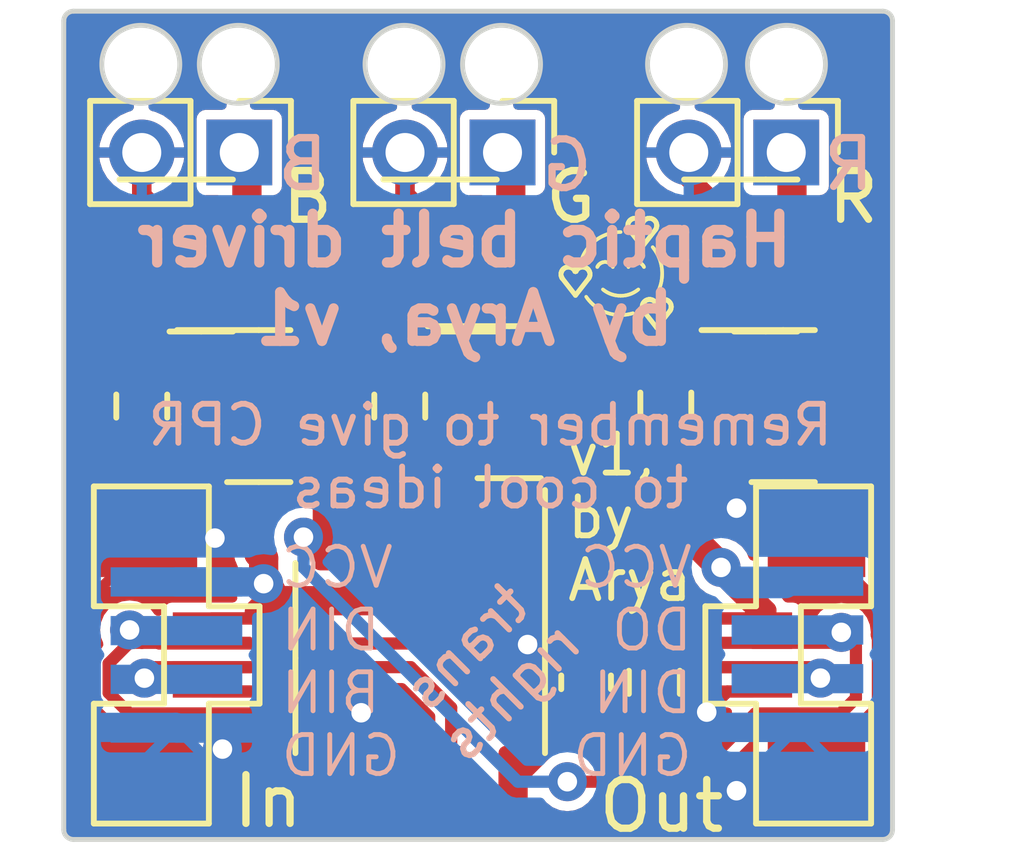
<source format=kicad_pcb>
(kicad_pcb (version 20221018) (generator pcbnew)
  (layers (0 "F.Cu" signal) (31 "B.Cu" signal) (34 "B.Paste" user) (35 "F.Paste" user) (36 "B.SilkS" user "B.Silkscreen") (37 "F.SilkS" user "F.Silkscreen") (38 "B.Mask" user) (39 "F.Mask" user) (44 "Edge.Cuts" user))
  (net 0 "")
  (net 1 "Net-(U1-VDD)")
  (net 2 "GND")
  (net 3 "VCC")
  (net 4 "OUTR")
  (net 5 "OUTG")
  (net 6 "OUTB")
  (net 7 "DO")
  (net 8 "DIN")
  (net 9 "BIN")
  (net 10 "MR")
  (net 11 "MG")
  (net 12 "MB")
  (footprint "Capacitor_SMD:C_0603_1608Metric" (layer "F.Cu") (at 106.114799 65.775 90)
    (fp_text reference "C1" hide)
    (fp_text value "100nF")
  )
  (footprint "hapticbelt_driver:FPC_4" (layer "F.Cu") (at 109.541 65.214 90)
    (fp_text reference "J1" hide)
    (fp_text value "FPC1")
  )
  (footprint "Package_TO_SOT_SMD:SOT-23" (layer "F.Cu") (at 98.2195 57.015)
    (fp_text reference "D3" hide)
    (fp_text value "BAV99")
  )
  (footprint "hapticbelt_driver:FPC_4" (layer "F.Cu") (at 98.4365 65.214 -90)
    (fp_text reference "J2" hide)
    (fp_text value "FPC2")
  )
  (footprint "Package_TO_SOT_SMD:SOT-23" (layer "F.Cu") (at 104.5375 60.025)
    (fp_text reference "Q2" hide)
    (fp_text value "Q_PMOS_GSD")
  )
  (footprint "Resistor_SMD:R_0603_1608Metric" (layer "F.Cu") (at 97 60.105 -90)
    (fp_text reference "R4" hide)
    (fp_text value "4K7")
  )
  (footprint "Package_TO_SOT_SMD:SOT-23" (layer "F.Cu") (at 110.1575 60.105)
    (fp_text reference "Q1" hide)
    (fp_text value "Q_PMOS_GSD")
  )
  (footprint "Resistor_SMD:R_0603_1608Metric" (layer "F.Cu") (at 107.75 60.065 -90)
    (fp_text reference "R2" hide)
    (fp_text value "4K7")
  )
  (footprint "Package_TO_SOT_SMD:SOT-23" (layer "F.Cu") (at 103.632 57.015)
    (fp_text reference "D2" hide)
    (fp_text value "BAV99")
  )
  (footprint "Package_SO:SOP-8_3.9x4.9mm_P1.27mm" (layer "F.Cu") (at 102.711799 65.278 -90)
    (fp_text reference "U1" hide)
    (fp_text value "WS2818B")
  )
  (footprint "Connector_PinHeader_2.00mm:PinHeader_1x02_P2.00mm_Vertical" (layer "F.Cu") (at 99 54.9 -90)
    (fp_text reference "J3" hide)
    (fp_text value "OUTB")
  )
  (footprint "Resistor_SMD:R_0603_1608Metric" (layer "F.Cu") (at 102.292249 60.105 -90)
    (fp_text reference "R3" hide)
    (fp_text value "4K7")
  )
  (footprint "Connector_PinHeader_2.00mm:PinHeader_1x02_P2.00mm_Vertical" (layer "F.Cu") (at 110.2205 54.9 -90)
    (fp_text reference "J5" hide)
    (fp_text value "OUTR")
  )
  (footprint "Resistor_SMD:R_0603_1608Metric" (layer "F.Cu") (at 107.514799 65.775 -90)
    (fp_text reference "R1" hide)
    (fp_text value "?")
  )
  (footprint "Package_TO_SOT_SMD:SOT-23" (layer "F.Cu") (at 109.8 57.015)
    (fp_text reference "D1" hide)
    (fp_text value "BAV99")
  )
  (footprint "Connector_PinHeader_2.00mm:PinHeader_1x02_P2.00mm_Vertical" (layer "F.Cu") (at 104.4 54.9 -90)
    (fp_text reference "J4" hide)
    (fp_text value "OUTG")
  )
  (footprint "Package_TO_SOT_SMD:SOT-23" (layer "F.Cu") (at 99.4 60.105)
    (fp_text reference "Q3" hide)
    (fp_text value "Q_PMOS_GSD")
  )
  (footprint "hapticbelt_driver:FPC_4_1mm" (layer "B.Cu") (at 110.45 65.2 -90)
    (fp_text reference "J6" hide)
    (fp_text value "FPCB1" hide)
  )
  (footprint "hapticbelt_driver:FPC_4_1mm" (layer "B.Cu") (at 97.7115 65.214 90)
    (fp_text reference "J7" hide)
    (fp_text value "FPCB2" hide)
  )
  (gr_line (start 105.891884 57.341298) (end 105.891274 57.341022) (stroke (width 0.074083)) (layer "F.SilkS"))
  (gr_line (start 105.929064 57.303376) (end 105.92435 57.309291) (stroke (width 0.1)) (layer "F.SilkS"))
  (gr_line (start 105.831934 57.274338) (end 105.82578 57.27055) (stroke (width 0.1)) (layer "F.SilkS"))
  (gr_line (start 106.01381 57.252927) (end 106.006794 57.254534) (stroke (width 0.074083)) (layer "F.SilkS"))
  (gr_line (start 107.573743 58.004463) (end 107.573316 58.004943) (stroke (width 0.074083)) (layer "F.SilkS"))
  (gr_line (start 106.977722 56.445168) (end 106.979345 56.450004) (stroke (width 0.074083)) (layer "F.SilkS"))
  (gr_line (start 106.550348 57.153793) (end 106.542194 57.151729) (stroke (width 0.074083)) (layer "F.SilkS"))
  (gr_line (start 107.270187 58.097249) (end 107.271309 58.102224) (stroke (width 0.074083)) (layer "F.SilkS"))
  (gr_line (start 106.410942 57.17382) (end 106.40422 57.178219) (stroke (width 0.074083)) (layer "F.SilkS"))
  (gr_line (start 105.728172 57.251678) (end 105.720885 57.252946) (stroke (width 0.1)) (layer "F.SilkS"))
  (gr_line (start 107.572895 58.005398) (end 107.572429 58.005829) (stroke (width 0.1)) (layer "F.SilkS"))
  (gr_line (start 107.857913 58.038212) (end 107.856377 58.031183) (stroke (width 0.1)) (layer "F.SilkS"))
  (gr_line (start 107.149368 56.252731) (end 107.142258 56.251516) (stroke (width 0.1)) (layer "F.SilkS"))
  (gr_line (start 107.579305 56.992158) (end 107.595293 57.024581) (stroke (width 0.074083)) (layer "F.SilkS"))
  (gr_line (start 106.56447 57.779562) (end 106.542553 57.767834) (stroke (width 0.074083)) (layer "F.SilkS"))
  (gr_line (start 107.272345 56.341248) (end 107.27176 56.341468) (stroke (width 0.074083)) (layer "F.SilkS"))
  (gr_line (start 107.464888 56.258586) (end 107.45782 56.256246) (stroke (width 0.1)) (layer "F.SilkS"))
  (gr_line (start 105.792131 57.255847) (end 105.787065 57.254476) (stroke (width 0.074083)) (layer "F.SilkS"))
  (gr_line (start 107.574886 58.002881) (end 107.574528 58.003431) (stroke (width 0.074083)) (layer "F.SilkS"))
  (gr_line (start 107.416932 57.916813) (end 107.409645 57.916991) (stroke (width 0.1)) (layer "F.SilkS"))
  (gr_line (start 107.559689 56.362672) (end 107.557746 56.355734) (stroke (width 0.074083)) (layer "F.SilkS"))
  (gr_line (start 105.901829 57.341373) (end 105.901245 57.341593) (stroke (width 0.1)) (layer "F.SilkS"))
  (gr_line (start 106.121747 57.271813) (end 106.115054 57.26797) (stroke (width 0.1)) (layer "F.SilkS"))
  (gr_line (start 106.972299 56.378352) (end 106.971426 56.385525) (stroke (width 0.1)) (layer "F.SilkS"))
  (gr_line (start 106.972901 56.425361) (end 106.973853 56.430374) (stroke (width 0.074083)) (layer "F.SilkS"))
  (gr_line (start 107.272598 58.107157) (end 107.274055 58.112043) (stroke (width 0.074083)) (layer "F.SilkS"))
  (gr_line (start 107.282579 56.328263) (end 107.281708 56.329891) (stroke (width 0.1)) (layer "F.SilkS"))
  (gr_line (start 107.504787 57.945177) (end 107.498809 57.941088) (stroke (width 0.1)) (layer "F.SilkS"))
  (gr_line (start 106.385422 57.193147) (end 106.379642 57.19867) (stroke (width 0.074083)) (layer "F.SilkS"))
  (gr_line (start 107.120599 56.249939) (end 107.113312 56.250116) (stroke (width 0.1)) (layer "F.SilkS"))
  (gr_line (start 106.184929 57.349013) (end 106.182323 57.342273) (stroke (width 0.074083)) (layer "F.SilkS"))
  (gr_line (start 106.973853 56.430374) (end 106.974975 56.435349) (stroke (width 0.074083)) (layer "F.SilkS"))
  (gr_line (start 107.846934 58.004008) (end 107.843764 57.997515) (stroke (width 0.1)) (layer "F.SilkS"))
  (gr_line (start 107.16335 56.256167) (end 107.156403 56.254282) (stroke (width 0.1)) (layer "F.SilkS"))
  (gr_line (start 106.099367 57.26051) (end 106.092431 57.257939) (stroke (width 0.074083)) (layer "F.SilkS"))
  (gr_line (start 107.675216 57.92098) (end 107.668268 57.922849) (stroke (width 0.1)) (layer "F.SilkS"))
  (gr_line (start 105.944652 57.287398) (end 105.939228 57.292426) (stroke (width 0.1)) (layer "F.SilkS"))
  (gr_line (start 107.646924 57.601853) (end 107.640531 57.624842) (stroke (width 0.074083)) (layer "F.SilkS"))
  (gr_line (start 107.851897 58.117189) (end 107.854237 58.110121) (stroke (width 0.1)) (layer "F.SilkS"))
  (gr_line (start 107.709277 57.916638) (end 107.702076 57.916885) (stroke (width 0.074083)) (layer "F.SilkS"))
  (gr_line (start 107.351708 56.263549) (end 107.345214 56.266719) (stroke (width 0.1)) (layer "F.SilkS"))
  (gr_line (start 105.907272 57.337205) (end 105.906868 57.337709) (stroke (width 0.074083)) (layer "F.SilkS"))
  (gr_line (start 107.260408 56.340094) (end 107.259956 56.339787) (stroke (width 0.1)) (layer "F.SilkS"))
  (gr_line (start 107.560044 56.364308) (end 107.558175 56.35736) (stroke (width 0.1)) (layer "F.SilkS"))
  (gr_line (start 107.267455 56.342198) (end 107.266823 56.342182) (stroke (width 0.074083)) (layer "F.SilkS"))
  (gr_line (start 107.473262 57.927791) (end 107.466529 57.925254) (stroke (width 0.1)) (layer "F.SilkS"))
  (gr_line (start 106.990349 56.47402) (end 106.992061 56.476955) (stroke (width 0.1)) (layer "F.SilkS"))
  (gr_line (start 105.659175 57.280817) (end 105.653366 57.285474) (stroke (width 0.1)) (layer "F.SilkS"))
  (gr_line (start 107.552892 58.003146) (end 107.552604 58.002681) (stroke (width 0.074083)) (layer "F.SilkS"))
  (gr_line (start 106.169248 57.482058) (end 106.173278 57.47557) (stroke (width 0.074083)) (layer "F.SilkS"))
  (gr_line (start 105.96681 57.271142) (end 105.960622 57.275052) (stroke (width 0.074083)) (layer "F.SilkS"))
  (gr_line (start 107.044967 58.207328) (end 107.014407 58.214949) (stroke (width 0.074083)) (layer "F.SilkS"))
  (gr_line (start 106.075609 56.975165) (end 106.091069 56.948188) (stroke (width 0.074083)) (layer "F.SilkS"))
  (gr_line (start 107.544759 57.988236) (end 107.540644 57.98189) (stroke (width 0.1)) (layer "F.SilkS"))
  (gr_line (start 107.555977 56.350507) (end 107.553451 56.34376) (stroke (width 0.1)) (layer "F.SilkS"))
  (gr_line (start 107.105007 57.151399) (end 107.096504 57.153492) (stroke (width 0.074083)) (layer "F.SilkS"))
  (gr_line (start 107.273506 56.340726) (end 107.272944 56.341001) (stroke (width 0.1)) (layer "F.SilkS"))
  (gr_line (start 107.07694 56.256478) (end 107.069766 56.258876) (stroke (width 0.1)) (layer "F.SilkS"))
  (gr_line (start 105.918878 57.316954) (end 105.917002 57.319853) (stroke (width 0.074083)) (layer "F.SilkS"))
  (gr_line (start 107.271576 58.10332) (end 107.273593 58.110544) (stroke (width 0.1)) (layer "F.SilkS"))
  (gr_line (start 105.603312 57.430499) (end 105.604434 57.435474) (stroke (width 0.074083)) (layer "F.SilkS"))
  (gr_line (start 107.578041 57.996766) (end 107.577191 57.998404) (stroke (width 0.1)) (layer "F.SilkS"))
  (gr_line (start 107.267231 58.059624) (end 107.267054 58.066885) (stroke (width 0.1)) (layer "F.SilkS"))
  (gr_line (start 106.609998 58.209734) (end 106.559592 58.195083) (stroke (width 0.074083)) (layer "F.SilkS"))
  (gr_line (start 107.852617 58.115184) (end 107.85483 58.10817) (stroke (width 0.074083)) (layer "F.SilkS"))
  (gr_line (start 107.096504 57.153492) (end 107.088045 57.156032) (stroke (width 0.074083)) (layer "F.SilkS"))
  (gr_line (start 105.974673 57.266845) (end 105.968326 57.270333) (stroke (width 0.1)) (layer "F.SilkS"))
  (gr_line (start 106.97982 56.348294) (end 106.977462 56.355264) (stroke (width 0.074083)) (layer "F.SilkS"))
  (gr_line (start 105.888977 57.339587) (end 105.888554 57.339244) (stroke (width 0.1)) (layer "F.SilkS"))
  (gr_line (start 106.982506 56.341481) (end 106.97982 56.348294) (stroke (width 0.074083)) (layer "F.SilkS"))
  (gr_line (start 107.556289 58.006662) (end 107.555852 58.006337) (stroke (width 0.1)) (layer "F.SilkS"))
  (gr_line (start 105.932509 57.29937) (end 105.927544 57.305173) (stroke (width 0.074083)) (layer "F.SilkS"))
  (gr_line (start 105.62152 57.47708) (end 105.623298 57.479975) (stroke (width 0.1)) (layer "F.SilkS"))
  (gr_line (start 107.288768 57.988959) (end 107.285156 57.995242) (stroke (width 0.074083)) (layer "F.SilkS"))
  (gr_line (start 106.973766 56.369641) (end 106.972447 56.377029) (stroke (width 0.074083)) (layer "F.SilkS"))
  (gr_line (start 107.556263 58.006662) (end 107.555826 58.006337) (stroke (width 0.074083)) (layer "F.SilkS"))
  (gr_line (start 107.856022 58.029547) (end 107.85408 58.022609) (stroke (width 0.074083)) (layer "F.SilkS"))
  (gr_line (start 106.610227 57.1837) (end 106.603398 57.178712) (stroke (width 0.074083)) (layer "F.SilkS"))
  (gr_line (start 107.492469 57.936925) (end 107.487932 57.934389) (stroke (width 0.074083)) (layer "F.SilkS"))
  (gr_line (start 105.954604 57.279282) (end 105.948771 57.283831) (stroke (width 0.074083)) (layer "F.SilkS"))
  (gr_line (start 107.412944 56.249763) (end 107.405743 56.25001) (stroke (width 0.074083)) (layer "F.SilkS"))
  (gr_line (start 107.301305 57.971323) (end 107.296852 57.97699) (stroke (width 0.074083)) (layer "F.SilkS"))
  (gr_line (start 107.268452 58.087189) (end 107.269234 58.092236) (stroke (width 0.074083)) (layer "F.SilkS"))
  (gr_line (start 105.904566 57.339866) (end 105.904047 57.34022) (stroke (width 0.1)) (layer "F.SilkS"))
  (gr_line (start 107.405743 56.25001) (end 107.398569 56.2506) (stroke (width 0.074083)) (layer "F.SilkS"))
  (gr_line (start 106.080151 57.254401) (end 106.072974 57.252794) (stroke (width 0.1)) (layer "F.SilkS"))
  (gr_line (start 107.21332 56.281721) (end 107.209177 56.278579) (stroke (width 0.074083)) (layer "F.SilkS"))
  (gr_line (start 107.275108 56.339741) (end 107.274589 56.340095) (stroke (width 0.1)) (layer "F.SilkS"))
  (gr_line (start 105.735471 57.250778) (end 105.728172 57.251678) (stroke (width 0.1)) (layer "F.SilkS"))
  (gr_line (start 107.261841 56.340901) (end 107.261351 56.340651) (stroke (width 0.1)) (layer "F.SilkS"))
  (gr_line (start 107.062337 56.261641) (end 107.055692 56.264646) (stroke (width 0.074083)) (layer "F.SilkS"))
  (gr_line (start 105.85822 57.295841) (end 105.854537 57.292134) (stroke (width 0.074083)) (layer "F.SilkS"))
  (gr_line (start 107.056847 57.169723) (end 107.049911 57.17382) (stroke (width 0.074083)) (layer "F.SilkS"))
  (gr_line (start 105.902403 57.341126) (end 105.901829 57.341373) (stroke (width 0.1)) (layer "F.SilkS"))
  (gr_line (start 107.294891 56.309167) (end 107.290439 56.315371) (stroke (width 0.1)) (layer "F.SilkS"))
  (gr_line (start 107.520346 56.293589) (end 107.514853 56.288387) (stroke (width 0.074083)) (layer "F.SilkS"))
  (gr_line (start 107.542461 56.477714) (end 107.546305 56.471021) (stroke (width 0.1)) (layer "F.SilkS"))
  (gr_line (start 107.71649 57.916736) (end 107.709277 57.916638) (stroke (width 0.074083)) (layer "F.SilkS"))
  (gr_line (start 107.831274 57.977358) (end 107.826725 57.971525) (stroke (width 0.074083)) (layer "F.SilkS"))
  (gr_line (start 107.013089 57.20445) (end 107.007834 57.210479) (stroke (width 0.074083)) (layer "F.SilkS"))
  (gr_line (start 105.887728 57.338504) (end 105.887351 57.338112) (stroke (width 0.074083)) (layer "F.SilkS"))
  (gr_line (start 106.08728 57.256372) (end 106.080151 57.254401) (stroke (width 0.1)) (layer "F.SilkS"))
  (gr_line (start 107.671681 57.45888) (end 107.669223 57.483259) (stroke (width 0.074083)) (layer "F.SilkS"))
  (gr_line (start 107.792929 57.941183) (end 107.786442 57.937153) (stroke (width 0.074083)) (layer "F.SilkS"))
  (gr_line (start 107.267768 58.081472) (end 107.268668 58.088771) (stroke (width 0.1)) (layer "F.SilkS"))
  (gr_line (start 107.849186 58.124182) (end 107.851897 58.117189) (stroke (width 0.1)) (layer "F.SilkS"))
  (gr_line (start 107.090497 56.252898) (end 107.083239 56.254574) (stroke (width 0.074083)) (layer "F.SilkS"))
  (gr_line (start 107.271192 56.34166) (end 107.270589 56.341823) (stroke (width 0.1)) (layer "F.SilkS"))
  (gr_line (start 105.760936 57.250324) (end 105.75558 57.250052) (stroke (width 0.074083)) (layer "F.SilkS"))
  (gr_line (start 106.293784 56.716833) (end 106.318359 56.698047) (stroke (width 0.074083)) (layer "F.SilkS"))
  (gr_line (start 107.556284 56.448309) (end 107.558496 56.441295) (stroke (width 0.074083)) (layer "F.SilkS"))
  (gr_line (start 107.860668 58.065156) (end 107.860421 58.057955) (stroke (width 0.074083)) (layer "F.SilkS"))
  (gr_line (start 105.600952 57.384662) (end 105.600373 57.39228) (stroke (width 0.074083)) (layer "F.SilkS"))
  (gr_line (start 105.962137 57.274135) (end 105.956119 57.278249) (stroke (width 0.1)) (layer "F.SilkS"))
  (gr_line (start 105.922829 57.311285) (end 105.92082 57.314097) (stroke (width 0.074083)) (layer "F.SilkS"))
  (gr_line (start 107.272371 56.341248) (end 107.271786 56.341468) (stroke (width 0.1)) (layer "F.SilkS"))
  (gr_line (start 107.278221 56.336556) (end 107.27784 56.337084) (stroke (width 0.1)) (layer "F.SilkS"))
  (gr_line (start 105.903513 57.340549) (end 105.902964 57.340851) (stroke (width 0.1)) (layer "F.SilkS"))
  (gr_line (start 107.338866 56.270207) (end 107.332677 56.27401) (stroke (width 0.1)) (layer "F.SilkS"))
  (gr_line (start 107.574173 58.003959) (end 107.573769 58.004463) (stroke (width 0.1)) (layer "F.SilkS"))
  (gr_line (start 107.558759 58.008052) (end 107.558148 58.007776) (stroke (width 0.074083)) (layer "F.SilkS"))
  (gr_line (start 105.888146 57.338884) (end 105.887754 57.338508) (stroke (width 0.1)) (layer "F.SilkS"))
  (gr_line (start 107.543942 56.324292) (end 107.54014 56.318103) (stroke (width 0.1)) (layer "F.SilkS"))
  (gr_line (start 106.182909 57.343885) (end 106.180059 57.337258) (stroke (width 0.1)) (layer "F.SilkS"))
  (gr_line (start 105.792808 57.256292) (end 105.785861 57.254407) (stroke (width 0.1)) (layer "F.SilkS"))
  (gr_line (start 107.448815 57.920031) (end 107.443636 57.919016) (stroke (width 0.074083)) (layer "F.SilkS"))
  (gr_line (start 107.035798 56.276299) (end 107.029718 56.280692) (stroke (width 0.1)) (layer "F.SilkS"))
  (gr_line (start 107.85933 58.086782) (end 107.860125 58.079582) (stroke (width 0.074083)) (layer "F.SilkS"))
  (gr_line (start 107.575551 58.001712) (end 107.575244 58.002308) (stroke (width 0.1)) (layer "F.SilkS"))
  (gr_line (start 105.895673 57.34226) (end 105.89504 57.342182) (stroke (width 0.1)) (layer "F.SilkS"))
  (gr_line (start 107.566922 58.008698) (end 107.566312 58.008832) (stroke (width 0.1)) (layer "F.SilkS"))
  (gr_line (start 106.992434 56.322084) (end 106.988822 56.328367) (stroke (width 0.074083)) (layer "F.SilkS"))
  (gr_line (start 105.616926 57.468873) (end 105.619359 57.473389) (stroke (width 0.074083)) (layer "F.SilkS"))
  (gr_line (start 107.654668 57.927574) (end 107.648041 57.930424) (stroke (width 0.1)) (layer "F.SilkS"))
  (gr_line (start 106.169598 57.318228) (end 106.165485 57.312211) (stroke (width 0.1)) (layer "F.SilkS"))
  (gr_line (start 107.502938 56.278708) (end 107.496596 56.274308) (stroke (width 0.074083)) (layer "F.SilkS"))
  (gr_line (start 107.049223 56.267959) (end 107.042941 56.271572) (stroke (width 0.074083)) (layer "F.SilkS"))
  (gr_line (start 106.193096 57.385712) (end 106.192237 57.37856) (stroke (width 0.1)) (layer "F.SilkS"))
  (gr_line (start 107.696495 57.917387) (end 107.689342 57.918246) (stroke (width 0.1)) (layer "F.SilkS"))
  (gr_line (start 107.363551 56.258627) (end 107.356811 56.261233) (stroke (width 0.074083)) (layer "F.SilkS"))
  (gr_line (start 107.558174 58.007776) (end 107.557684 58.007526) (stroke (width 0.1)) (layer "F.SilkS"))
  (gr_line (start 105.600356 57.407422) (end 105.600893 57.414722) (stroke (width 0.1)) (layer "F.SilkS"))
  (gr_line (start 107.274029 56.340424) (end 107.27348 56.340726) (stroke (width 0.074083)) (layer "F.SilkS"))
  (gr_line (start 107.633685 57.937892) (end 107.627497 57.941802) (stroke (width 0.074083)) (layer "F.SilkS"))
  (gr_line (start 106.119567 57.270403) (end 106.112948 57.266741) (stroke (width 0.074083)) (layer "F.SilkS"))
  (gr_line (start 107.264949 56.341946) (end 107.264319 56.341803) (stroke (width 0.1)) (layer "F.SilkS"))
  (gr_line (start 105.900021 57.341944) (end 105.899411 57.342079) (stroke (width 0.074083)) (layer "F.SilkS"))
  (gr_line (start 107.291328 57.985008) (end 107.28754 57.991162) (stroke (width 0.1)) (layer "F.SilkS"))
  (gr_line (start 107.554603 58.005258) (end 107.554226 58.004865) (stroke (width 0.074083)) (layer "F.SilkS"))
  (gr_line (start 107.26878 58.043904) (end 107.267827 58.051412) (stroke (width 0.074083)) (layer "F.SilkS"))
  (gr_line (start 105.73485 57.250749) (end 105.727343 57.251703) (stroke (width 0.074083)) (layer "F.SilkS"))
  (gr_line (start 107.338477 57.939058) (end 107.33213 57.943174) (stroke (width 0.1)) (layer "F.SilkS"))
  (gr_line (start 107.510576 57.949565) (end 107.504787 57.945177) (stroke (width 0.1)) (layer "F.SilkS"))
  (gr_line (start 106.149804 57.293714) (end 106.144311 57.288512) (stroke (width 0.074083)) (layer "F.SilkS"))
  (gr_line (start 105.603224 57.369766) (end 105.601905 57.377154) (stroke (width 0.074083)) (layer "F.SilkS"))
  (gr_line (start 107.443514 56.252667) (end 107.436301 56.251422) (stroke (width 0.1)) (layer "F.SilkS"))
  (gr_line (start 106.140357 57.285156) (end 106.134442 57.280442) (stroke (width 0.1)) (layer "F.SilkS"))
  (gr_line (start 107.611527 57.954147) (end 107.606103 57.959176) (stroke (width 0.1)) (layer "F.SilkS"))
  (gr_line (start 106.369558 56.663148) (end 106.396135 56.647081) (stroke (width 0.074083)) (layer "F.SilkS"))
  (gr_line (start 106.126054 57.274433) (end 106.119567 57.270403) (stroke (width 0.074083)) (layer "F.SilkS"))
  (gr_line (start 106.143021 56.871124) (end 106.162118 56.846802) (stroke (width 0.074083)) (layer "F.SilkS"))
  (gr_line (start 107.558496 56.441295) (end 107.560351 56.434214) (stroke (width 0.074083)) (layer "F.SilkS"))
  (gr_line (start 107.490108 56.270278) (end 107.483489 56.266616) (stroke (width 0.074083)) (layer "F.SilkS"))
  (gr_line (start 107.232318 56.29956) (end 107.228761 56.295718) (stroke (width 0.074083)) (layer "F.SilkS"))
  (gr_line (start 106.16863 57.316625) (end 106.164399 57.310608) (stroke (width 0.074083)) (layer "F.SilkS"))
  (gr_line (start 106.988822 56.328367) (end 106.98551 56.334836) (stroke (width 0.074083)) (layer "F.SilkS"))
  (gr_line (start 107.043189 57.178219) (end 107.036689 57.182913) (stroke (width 0.074083)) (layer "F.SilkS"))
  (gr_line (start 107.142073 56.251308) (end 107.136796 56.25066) (stroke (width 0.074083)) (layer "F.SilkS"))
  (gr_line (start 107.694902 57.917475) (end 107.687767 57.918406) (stroke (width 0.074083)) (layer "F.SilkS"))
  (gr_line (start 107.567525 58.008535) (end 107.566922 58.008698) (stroke (width 0.1)) (layer "F.SilkS"))
  (gr_line (start 107.569839 58.007601) (end 107.569278 58.007876) (stroke (width 0.1)) (layer "F.SilkS"))
  (gr_line (start 106.97072 56.399875) (end 106.970808 56.405014) (stroke (width 0.074083)) (layer "F.SilkS"))
  (gr_line (start 105.90768 57.336681) (end 105.907298 57.337209) (stroke (width 0.1)) (layer "F.SilkS"))
  (gr_line (start 105.868497 57.307762) (end 105.865204 57.303658) (stroke (width 0.074083)) (layer "F.SilkS"))
  (gr_line (start 105.901219 57.341589) (end 105.900625 57.341781) (stroke (width 0.074083)) (layer "F.SilkS"))
  (gr_line (start 105.885485 57.335453) (end 105.885236 57.334962) (stroke (width 0.1)) (layer "F.SilkS"))
  (gr_line (start 106.078335 57.253872) (end 106.071202 57.252372) (stroke (width 0.074083)) (layer "F.SilkS"))
  (gr_line (start 106.975066 56.364206) (end 106.973514 56.371241) (stroke (width 0.1)) (layer "F.SilkS"))
  (gr_line (start 105.854537 57.292134) (end 105.850733 57.288563) (stroke (width 0.074083)) (layer "F.SilkS"))
  (gr_line (start 107.553893 58.004458) (end 107.55355 58.004035) (stroke (width 0.1)) (layer "F.SilkS"))
  (gr_line (start 105.89882 57.342187) (end 105.898197 57.342263) (stroke (width 0.1)) (layer "F.SilkS"))
  (gr_line (start 107.842638 58.137895) (end 107.846101 58.131089) (stroke (width 0.1)) (layer "F.SilkS"))
  (gr_line (start 107.014407 58.214949) (end 106.983423 58.221458) (stroke (width 0.074083)) (layer "F.SilkS"))
  (gr_line (start 105.600178 57.4) (end 105.600266 57.405139) (stroke (width 0.074083)) (layer "F.SilkS"))
  (gr_line (start 106.559592 58.195083) (end 106.510524 58.177462) (stroke (width 0.074083)) (layer "F.SilkS"))
  (gr_line (start 107.267054 58.066885) (end 107.267231 58.074172) (stroke (width 0.1)) (layer "F.SilkS"))
  (gr_line (start 107.279217 56.334837) (end 107.278911 56.335433) (stroke (width 0.1)) (layer "F.SilkS"))
  (gr_line (start 106.970808 56.405014) (end 106.971071 56.410136) (stroke (width 0.074083)) (layer "F.SilkS"))
  (gr_line (start 105.913454 57.325778) (end 105.911783 57.3288) (stroke (width 0.074083)) (layer "F.SilkS"))
  (gr_line (start 107.27348 56.340726) (end 107.272918 56.341001) (stroke (width 0.074083)) (layer "F.SilkS"))
  (gr_line (start 107.752291 57.922476) (end 107.74521 57.920622) (stroke (width 0.074083)) (layer "F.SilkS"))
  (gr_line (start 106.001394 57.2561) (end 105.994541 57.258299) (stroke (width 0.1)) (layer "F.SilkS"))
  (gr_line (start 106.97726 56.443669) (end 106.979658 56.450843) (stroke (width 0.1)) (layer "F.SilkS"))
  (gr_line (start 107.54154 57.9831) (end 107.538527 57.978745) (stroke (width 0.074083)) (layer "F.SilkS"))
  (gr_line (start 106.154985 57.299139) (end 106.149804 57.293714) (stroke (width 0.074083)) (layer "F.SilkS"))
  (gr_line (start 107.242194 56.31187) (end 107.239039 56.307639) (stroke (width 0.074083)) (layer "F.SilkS"))
  (gr_line (start 107.549929 56.335525) (end 107.546667 56.329035) (stroke (width 0.074083)) (layer "F.SilkS"))
  (gr_line (start 107.296852 57.97699) (end 107.292669 57.982872) (stroke (width 0.074083)) (layer "F.SilkS"))
  (gr_line (start 107.563791 56.412707) (end 107.564237 56.405494) (stroke (width 0.074083)) (layer "F.SilkS"))
  (gr_line (start 106.028027 57.250725) (end 106.020893 57.251656) (stroke (width 0.074083)) (layer "F.SilkS"))
  (gr_line (start 105.854663 57.292464) (end 105.849289 57.287495) (stroke (width 0.1)) (layer "F.SilkS"))
  (gr_line (start 107.843764 57.997515) (end 107.840276 57.991167) (stroke (width 0.1)) (layer "F.SilkS"))
  (gr_line (start 107.069149 56.258954) (end 107.062337 56.261641) (stroke (width 0.074083)) (layer "F.SilkS"))
  (gr_line (start 107.276536 56.338523) (end 107.27607 56.338954) (stroke (width 0.074083)) (layer "F.SilkS"))
  (gr_line (start 107.407356 56.249996) (end 107.400161 56.250513) (stroke (width 0.1)) (layer "F.SilkS"))
  (gr_line (start 107.258662 56.338759) (end 107.258269 56.338383) (stroke (width 0.074083)) (layer "F.SilkS"))
  (gr_line (start 106.164849 57.4884) (end 106.169248 57.482058) (stroke (width 0.074083)) (layer "F.SilkS"))
  (gr_line (start 107.288826 58.144578) (end 107.29742 58.157254) (stroke (width 0.074083)) (layer "F.SilkS"))
  (gr_line (start 107.680685 57.919677) (end 107.673668 57.921284) (stroke (width 0.074083)) (layer "F.SilkS"))
  (gr_line (start 107.059069 57.790271) (end 107.036432 57.799959) (stroke (width 0.074083)) (layer "F.SilkS"))
  (gr_line (start 105.911167 57.330016) (end 105.910316 57.331654) (stroke (width 0.1)) (layer "F.SilkS"))
  (gr_line (start 105.90454 57.339862) (end 105.904021 57.340217) (stroke (width 0.074083)) (layer "F.SilkS"))
  (gr_line (start 107.242367 57.178712) (end 107.235322 57.17407) (stroke (width 0.074083)) (layer "F.SilkS"))
  (gr_line (start 105.899437 57.342082) (end 105.89882 57.342187) (stroke (width 0.1)) (layer "F.SilkS"))
  (gr_line (start 107.257533 56.337583) (end 107.257191 56.33716) (stroke (width 0.074083)) (layer "F.SilkS"))
  (gr_line (start 105.889389 57.339908) (end 105.888951 57.339583) (stroke (width 0.074083)) (layer "F.SilkS"))
  (gr_line (start 105.611156 57.343806) (end 105.60862 57.350538) (stroke (width 0.1)) (layer "F.SilkS"))
  (gr_line (start 105.905043 57.339481) (end 105.90454 57.339862) (stroke (width 0.074083)) (layer "F.SilkS"))
  (gr_line (start 107.504983 56.280317) (end 107.498779 56.275865) (stroke (width 0.1)) (layer "F.SilkS"))
  (gr_line (start 105.691795 57.261766) (end 105.68515 57.264771) (stroke (width 0.074083)) (layer "F.SilkS"))
  (gr_line (start 105.906467 57.338193) (end 105.90602 57.338648) (stroke (width 0.1)) (layer "F.SilkS"))
  (gr_line (start 107.564445 58.009058) (end 107.563814 58.009073) (stroke (width 0.1)) (layer "F.SilkS"))
  (gr_line (start 107.567499 58.008535) (end 107.566896 58.008698) (stroke (width 0.074083)) (layer "F.SilkS"))
  (gr_line (start 106.065761 57.251549) (end 106.058526 57.250662) (stroke (width 0.1)) (layer "F.SilkS"))
  (gr_line (start 106.998161 57.223249) (end 106.993761 57.229971) (stroke (width 0.074083)) (layer "F.SilkS"))
  (gr_line (start 107.126121 56.249927) (end 107.120731 56.249849) (stroke (width 0.074083)) (layer "F.SilkS"))
  (gr_line (start 105.75558 57.250052) (end 105.750189 57.249974) (stroke (width 0.074083)) (layer "F.SilkS"))
  (gr_line (start 107.562522 58.00901) (end 107.561889 58.008932) (stroke (width 0.074083)) (layer "F.SilkS"))
  (gr_line (start 106.632346 57.808628) (end 106.6094 57.799959) (stroke (width 0.074083)) (layer "F.SilkS"))
  (gr_line (start 107.858184 58.093955) (end 107.85933 58.086782) (stroke (width 0.074083)) (layer "F.SilkS"))
  (gr_line (start 107.530392 56.30465) (end 107.525526 56.299014) (stroke (width 0.074083)) (layer "F.SilkS"))
  (gr_line (start 105.987794 57.260825) (end 105.981167 57.263675) (stroke (width 0.1)) (layer "F.SilkS"))
  (gr_line (start 107.86057 58.072369) (end 107.860668 58.065156) (stroke (width 0.074083)) (layer "F.SilkS"))
  (gr_line (start 107.262146 57.194692) (end 107.255794 57.189029) (stroke (width 0.074083)) (layer "F.SilkS"))
  (gr_line (start 106.977462 56.355264) (end 106.975441 56.362383) (stroke (width 0.074083)) (layer "F.SilkS"))
  (gr_line (start 107.164569 57.148778) (end 107.156158 57.147902) (stroke (width 0.074083)) (layer "F.SilkS"))
  (gr_line (start 107.557746 56.355734) (end 107.555471 56.348888) (stroke (width 0.074083)) (layer "F.SilkS"))
  (gr_line (start 105.887754 57.338508) (end 105.887377 57.338115) (stroke (width 0.1)) (layer "F.SilkS"))
  (gr_line (start 106.635088 57.207001) (end 106.62927 57.200685) (stroke (width 0.074083)) (layer "F.SilkS"))
  (gr_line (start 107.846263 58.0024) (end 107.843001 57.99591) (stroke (width 0.074083)) (layer "F.SilkS"))
  (gr_line (start 107.013123 56.295405) (end 107.008154 56.300779) (stroke (width 0.1)) (layer "F.SilkS"))
  (gr_line (start 107.255777 56.334837) (end 107.252253 56.32797) (stroke (width 0.1)) (layer "F.SilkS"))
  (gr_line (start 106.432352 57.162474) (end 106.425018 57.165938) (stroke (width 0.074083)) (layer "F.SilkS"))
  (gr_line (start 107.269846 58.038116) (end 107.268631 58.045227) (stroke (width 0.1)) (layer "F.SilkS"))
  (gr_line (start 106.035125 57.059642) (end 106.047614 57.030916) (stroke (width 0.074083)) (layer "F.SilkS"))
  (gr_line (start 105.617183 57.33073) (end 105.614012 57.337199) (stroke (width 0.1)) (layer "F.SilkS"))
  (gr_line (start 105.915721 57.321986) (end 105.91477 57.32357) (stroke (width 0.1)) (layer "F.SilkS"))
  (gr_line (start 106.973603 56.429183) (end 106.975243 56.436445) (stroke (width 0.1)) (layer "F.SilkS"))
  (gr_line (start 106.058526 57.250662) (end 106.051282 57.250131) (stroke (width 0.1)) (layer "F.SilkS"))
  (gr_line (start 107.267481 56.342198) (end 107.266849 56.342182) (stroke (width 0.1)) (layer "F.SilkS"))
  (gr_line (start 107.267497 56.83184) (end 107.533868 56.49039) (stroke (width 0.1)) (layer "F.SilkS"))
  (gr_line (start 105.901803 57.341369) (end 105.901219 57.341589) (stroke (width 0.074083)) (layer "F.SilkS"))
  (gr_line (start 107.552865 56.342148) (end 107.549929 56.335525) (stroke (width 0.074083)) (layer "F.SilkS"))
  (gr_line (start 107.859061 58.088602) (end 107.859947 58.081367) (stroke (width 0.1)) (layer "F.SilkS"))
  (gr_line (start 105.629977 57.31024) (end 105.625794 57.316122) (stroke (width 0.074083)) (layer "F.SilkS"))
  (gr_line (start 107.228074 57.169779) (end 107.22064 57.165845) (stroke (width 0.074083)) (layer "F.SilkS"))
  (gr_line (start 107.315193 56.287272) (end 107.309769 56.292301) (stroke (width 0.1)) (layer "F.SilkS"))
  (gr_line (start 107.283458 58.134912) (end 107.285036 58.137922) (stroke (width 0.1)) (layer "F.SilkS"))
  (gr_line (start 107.422455 57.916802) (end 107.417064 57.916724) (stroke (width 0.074083)) (layer "F.SilkS"))
  (gr_line (start 107.555826 58.006337) (end 107.555403 58.005994) (stroke (width 0.074083)) (layer "F.SilkS"))
  (gr_line (start 107.561579 56.371337) (end 107.560044 56.364308) (stroke (width 0.1)) (layer "F.SilkS"))
  (gr_line (start 107.450691 56.254274) (end 107.443514 56.252667) (stroke (width 0.1)) (layer "F.SilkS"))
  (gr_line (start 106.987726 56.330605) (end 106.984555 56.337074) (stroke (width 0.1)) (layer "F.SilkS"))
  (gr_line (start 107.510898 56.285031) (end 107.504983 56.280317) (stroke (width 0.1)) (layer "F.SilkS"))
  (gr_line (start 107.18648 57.710724) (end 107.166417 57.726531) (stroke (width 0.074083)) (layer "F.SilkS"))
  (gr_line (start 106.107473 56.92184) (end 106.124798 56.896144) (stroke (width 0.074083)) (layer "F.SilkS"))
  (gr_line (start 107.821859 57.965889) (end 107.816679 57.960464) (stroke (width 0.074083)) (layer "F.SilkS"))
  (gr_line (start 105.88635 57.336847) (end 105.886043 57.336396) (stroke (width 0.1)) (layer "F.SilkS"))
  (gr_line (start 105.909486 57.333303) (end 105.908676 57.334962) (stroke (width 0.1)) (layer "F.SilkS"))
  (gr_line (start 107.566286 58.008832) (end 107.565668 58.008937) (stroke (width 0.074083)) (layer "F.SilkS"))
  (gr_line (start 105.742771 57.250241) (end 105.735471 57.250778) (stroke (width 0.1)) (layer "F.SilkS"))
  (gr_line (start 105.830039 57.272865) (end 105.825594 57.270174) (stroke (width 0.074083)) (layer "F.SilkS"))
  (gr_line (start 107.131478 56.250199) (end 107.126121 56.249927) (stroke (width 0.074083)) (layer "F.SilkS"))
  (gr_line (start 107.561999 56.96053) (end 107.579305 56.992158) (stroke (width 0.074083)) (layer "F.SilkS"))
  (gr_line (start 107.25907 56.339119) (end 107.258662 56.338759) (stroke (width 0.074083)) (layer "F.SilkS"))
  (gr_line (start 106.466038 57.151399) (end 106.457535 57.153492) (stroke (width 0.074083)) (layer "F.SilkS"))
  (gr_line (start 105.785861 57.254407) (end 105.778826 57.252856) (stroke (width 0.1)) (layer "F.SilkS"))
  (gr_line (start 105.60862 57.350538) (end 105.606407 57.357385) (stroke (width 0.1)) (layer "F.SilkS"))
  (gr_line (start 107.272944 56.341001) (end 107.272371 56.341248) (stroke (width 0.1)) (layer "F.SilkS"))
  (gr_line (start 107.574912 58.002881) (end 107.574555 58.003431) (stroke (width 0.1)) (layer "F.SilkS"))
  (gr_line (start 106.558387 57.156243) (end 106.550348 57.153793) (stroke (width 0.074083)) (layer "F.SilkS"))
  (gr_line (start 107.055692 56.264646) (end 107.049223 56.267959) (stroke (width 0.074083)) (layer "F.SilkS"))
  (gr_line (start 107.327306 57.946532) (end 107.321639 57.950986) (stroke (width 0.074083)) (layer "F.SilkS"))
  (gr_line (start 106.108247 57.264508) (end 106.101341 57.261423) (stroke (width 0.1)) (layer "F.SilkS"))
  (gr_line (start 107.633517 57.647566) (end 107.62589 57.670014) (stroke (width 0.074083)) (layer "F.SilkS"))
  (gr_line (start 105.82578 57.27055) (end 105.819463 57.267068) (stroke (width 0.1)) (layer "F.SilkS"))
  (gr_line (start 106.537873 56.581492) (end 106.567829 56.571485) (stroke (width 0.074083)) (layer "F.SilkS"))
  (gr_line (start 107.561915 58.008932) (end 107.561282 58.008821) (stroke (width 0.1)) (layer "F.SilkS"))
  (gr_line (start 105.88984 57.340215) (end 105.889389 57.339908) (stroke (width 0.074083)) (layer "F.SilkS"))
  (gr_line (start 106.692251 56.542597) (end 106.72439 56.538275) (stroke (width 0.074083)) (layer "F.SilkS"))
  (gr_line (start 105.653366 57.285474) (end 105.647833 57.290382) (stroke (width 0.1)) (layer "F.SilkS"))
  (gr_line (start 107.071321 57.162474) (end 107.063986 57.165938) (stroke (width 0.074083)) (layer "F.SilkS"))
  (gr_line (start 106.500211 57.147379) (end 106.491673 57.147742) (stroke (width 0.074083)) (layer "F.SilkS"))
  (gr_line (start 105.647833 57.290382) (end 105.64258 57.29553) (stroke (width 0.1)) (layer "F.SilkS"))
  (gr_line (start 107.56379 58.498704) (end 107.831723 58.15515) (stroke (width 0.074083)) (layer "F.SilkS"))
  (gr_line (start 106.180238 57.462213) (end 106.183171 57.45537) (stroke (width 0.074083)) (layer "F.SilkS"))
  (gr_line (start 107.277465 58.121658) (end 107.279415 58.126379) (stroke (width 0.074083)) (layer "F.SilkS"))
  (gr_line (start 107.599436 57.735607) (end 107.58946 57.756855) (stroke (width 0.074083)) (layer "F.SilkS"))
  (gr_line (start 105.806387 57.261041) (end 105.799654 57.258504) (stroke (width 0.1)) (layer "F.SilkS"))
  (gr_line (start 107.856377 58.031183) (end 107.854509 58.024235) (stroke (width 0.1)) (layer "F.SilkS"))
  (gr_line (start 105.900047 57.341948) (end 105.899437 57.342082) (stroke (width 0.1)) (layer "F.SilkS"))
  (gr_line (start 107.004971 56.304448) (end 107.000518 56.310116) (stroke (width 0.074083)) (layer "F.SilkS"))
  (gr_line (start 106.193695 57.405619) (end 106.193794 57.398406) (stroke (width 0.074083)) (layer "F.SilkS"))
  (gr_line (start 105.903487 57.340545) (end 105.902938 57.340847) (stroke (width 0.074083)) (layer "F.SilkS"))
  (gr_line (start 107.496914 57.939615) (end 107.492469 57.936925) (stroke (width 0.074083)) (layer "F.SilkS"))
  (gr_line (start 107.25627 56.335806) (end 107.256001 56.335328) (stroke (width 0.074083)) (layer "F.SilkS"))
  (gr_line (start 107.304569 56.297628) (end 107.299605 56.303251) (stroke (width 0.1)) (layer "F.SilkS"))
  (gr_line (start 107.559875 56.436117) (end 107.561482 56.42894) (stroke (width 0.1)) (layer "F.SilkS"))
  (gr_line (start 105.614968 57.334961) (end 105.611964 57.341606) (stroke (width 0.074083)) (layer "F.SilkS"))
  (gr_line (start 106.425018 57.165938) (end 106.417878 57.169723) (stroke (width 0.074083)) (layer "F.SilkS"))
  (gr_line (start 107.14584 57.741319) (end 107.124782 57.755086) (stroke (width 0.074083)) (layer "F.SilkS"))
  (gr_line (start 107.513687 57.951884) (end 107.509653 57.948596) (stroke (width 0.074083)) (layer "F.SilkS"))
  (gr_line (start 106.343625 56.680145) (end 106.369558 56.663148) (stroke (width 0.074083)) (layer "F.SilkS"))
  (gr_line (start 107.042941 56.271572) (end 107.036855 56.275474) (stroke (width 0.074083)) (layer "F.SilkS"))
  (gr_line (start 107.479869 57.930647) (end 107.473262 57.927791) (stroke (width 0.1)) (layer "F.SilkS"))
  (gr_line (start 107.219831 56.28737) (end 107.214243 56.28269) (stroke (width 0.1)) (layer "F.SilkS"))
  (gr_line (start 107.350188 56.264168) (end 107.343698 56.26743) (stroke (width 0.074083)) (layer "F.SilkS"))
  (gr_line (start 106.128237 57.27599) (end 106.121747 57.271813) (stroke (width 0.1)) (layer "F.SilkS"))
  (gr_line (start 107.856209 58.102992) (end 107.857815 58.095814) (stroke (width 0.1)) (layer "F.SilkS"))
  (gr_line (start 107.687767 57.918406) (end 107.680685 57.919677) (stroke (width 0.074083)) (layer "F.SilkS"))
  (gr_line (start 107.552085 58.001712) (end 107.549683 57.996886) (stroke (width 0.074083)) (layer "F.SilkS"))
  (gr_line (start 106.984555 56.337074) (end 106.981699 56.343681) (stroke (width 0.1)) (layer "F.SilkS"))
  (gr_line (start 107.666085 57.507431) (end 107.662276 57.531386) (stroke (width 0.074083)) (layer "F.SilkS"))
  (gr_line (start 107.562548 58.00901) (end 107.561915 58.008932) (stroke (width 0.1)) (layer "F.SilkS"))
  (gr_line (start 107.534941 56.310483) (end 107.530392 56.30465) (stroke (width 0.074083)) (layer "F.SilkS"))
  (gr_line (start 106.992061 56.476955) (end 106.993839 56.47985) (stroke (width 0.1)) (layer "F.SilkS"))
  (gr_line (start 107.568678 58.008123) (end 107.568094 58.008343) (stroke (width 0.074083)) (layer "F.SilkS"))
  (gr_line (start 105.915194 57.322795) (end 105.913454 57.325778) (stroke (width 0.074083)) (layer "F.SilkS"))
  (gr_line (start 106.982441 56.457955) (end 106.985614 56.46499) (stroke (width 0.1)) (layer "F.SilkS"))
  (gr_line (start 106.979345 56.450004) (end 106.981132 56.454783) (stroke (width 0.074083)) (layer "F.SilkS"))
  (gr_line (start 107.292669 57.982872) (end 107.288768 57.988959) (stroke (width 0.074083)) (layer "F.SilkS"))
  (gr_line (start 107.468944 57.925859) (end 107.464009 57.924142) (stroke (width 0.074083)) (layer "F.SilkS"))
  (gr_line (start 107.002855 57.216748) (end 106.998161 57.223249) (stroke (width 0.074083)) (layer "F.SilkS"))
  (gr_line (start 106.423333 56.631966) (end 106.451128 56.617827) (stroke (width 0.074083)) (layer "F.SilkS"))
  (gr_line (start 105.92435 57.309291) (end 105.919898 57.315496) (stroke (width 0.1)) (layer "F.SilkS"))
  (gr_line (start 105.705578 57.25672) (end 105.698608 57.259079) (stroke (width 0.074083)) (layer "F.SilkS"))
  (gr_line (start 105.888528 57.33924) (end 105.88812 57.33888) (stroke (width 0.074083)) (layer "F.SilkS"))
  (gr_line (start 106.192455 57.420032) (end 106.19325 57.412832) (stroke (width 0.074083)) (layer "F.SilkS"))
  (gr_line (start 107.008154 56.300779) (end 107.003473 56.306367) (stroke (width 0.1)) (layer "F.SilkS"))
  (gr_line (start 105.910181 57.331861) (end 105.90865 57.334958) (stroke (width 0.074083)) (layer "F.SilkS"))
  (gr_line (start 107.261815 56.340901) (end 107.261325 56.340651) (stroke (width 0.074083)) (layer "F.SilkS"))
  (gr_line (start 107.320828 56.282546) (end 107.315193 56.287272) (stroke (width 0.1)) (layer "F.SilkS"))
  (gr_line (start 107.269952 56.341957) (end 107.269335 56.342062) (stroke (width 0.074083)) (layer "F.SilkS"))
  (gr_line (start 105.720885 57.252946) (end 105.713623 57.254586) (stroke (width 0.1)) (layer "F.SilkS"))
  (gr_line (start 107.546305 56.471021) (end 107.549768 56.464214) (stroke (width 0.1)) (layer "F.SilkS"))
  (gr_line (start 105.895648 57.342257) (end 105.895014 57.342178) (stroke (width 0.074083)) (layer "F.SilkS"))
  (gr_line (start 107.573769 58.004463) (end 107.573342 58.004943) (stroke (width 0.1)) (layer "F.SilkS"))
  (gr_line (start 107.555403 58.005994) (end 107.554995 58.005634) (stroke (width 0.074083)) (layer "F.SilkS"))
  (gr_line (start 105.600883 57.38565) (end 105.600356 57.392874) (stroke (width 0.1)) (layer "F.SilkS"))
  (gr_line (start 107.393009 56.251372) (end 107.385912 56.25257) (stroke (width 0.1)) (layer "F.SilkS"))
  (gr_line (start 107.600903 57.964503) (end 107.595939 57.970126) (stroke (width 0.1)) (layer "F.SilkS"))
  (gr_line (start 107.557684 58.007526) (end 107.557206 58.007257) (stroke (width 0.1)) (layer "F.SilkS"))
  (gr_line (start 105.600179 57.400135) (end 105.600356 57.407422) (stroke (width 0.1)) (layer "F.SilkS"))
  (gr_line (start 107.127861 56.250116) (end 107.120599 56.249939) (stroke (width 0.1)) (layer "F.SilkS"))
  (gr_line (start 107.543413 56.929731) (end 107.561999 56.96053) (stroke (width 0.074083)) (layer "F.SilkS"))
  (gr_line (start 107.283995 56.325654) (end 107.282324 56.328677) (stroke (width 0.074083)) (layer "F.SilkS"))
  (gr_line (start 105.939228 57.292426) (end 105.934028 57.297753) (stroke (width 0.1)) (layer "F.SilkS"))
  (gr_line (start 106.193612 57.392907) (end 106.193096 57.385712) (stroke (width 0.1)) (layer "F.SilkS"))
  (gr_line (start 107.299805 57.973241) (end 107.295418 57.979031) (stroke (width 0.1)) (layer "F.SilkS"))
  (gr_line (start 106.999086 56.312156) (end 106.994996 56.318134) (stroke (width 0.1)) (layer "F.SilkS"))
  (gr_line (start 107.273593 58.110544) (end 107.275991 58.117718) (stroke (width 0.1)) (layer "F.SilkS"))
  (gr_line (start 106.768202 58.234827) (end 106.714408 58.229711) (stroke (width 0.074083)) (layer "F.SilkS"))
  (gr_line (start 107.036689 57.182913) (end 107.03042 57.187892) (stroke (width 0.074083)) (layer "F.SilkS"))
  (gr_line (start 106.020893 57.251656) (end 106.01381 57.252927) (stroke (width 0.074083)) (layer "F.SilkS"))
  (gr_line (start 107.113541 57.149746) (end 107.105007 57.151399) (stroke (width 0.074083)) (layer "F.SilkS"))
  (gr_line (start 107.276562 56.338523) (end 107.276095 56.338954) (stroke (width 0.1)) (layer "F.SilkS"))
  (gr_line (start 107.14769 57.147434) (end 107.13918 57.147379) (stroke (width 0.074083)) (layer "F.SilkS"))
  (gr_line (start 107.682245 57.919445) (end 107.675216 57.92098) (stroke (width 0.1)) (layer "F.SilkS"))
  (gr_line (start 107.333188 57.942349) (end 107.327306 57.946532) (stroke (width 0.074083)) (layer "F.SilkS"))
  (gr_line (start 106.163326 57.490515) (end 106.17192 57.477839) (stroke (width 0.1)) (layer "F.SilkS"))
  (gr_line (start 107.269234 58.092236) (end 107.270187 58.097249) (stroke (width 0.074083)) (layer "F.SilkS"))
  (gr_line (start 107.03042 57.187892) (end 107.024391 57.193147) (stroke (width 0.074083)) (layer "F.SilkS"))
  (gr_line (start 107.365081 56.258173) (end 107.358334 56.260699) (stroke (width 0.1)) (layer "F.SilkS"))
  (gr_line (start 107.516164 57.954245) (end 107.510576 57.949565) (stroke (width 0.1)) (layer "F.SilkS"))
  (gr_line (start 107.586772 57.982246) (end 107.582596 57.988736) (stroke (width 0.1)) (layer "F.SilkS"))
  (gr_line (start 107.273282 58.024135) (end 107.271398 58.031081) (stroke (width 0.1)) (layer "F.SilkS"))
  (gr_line (start 107.259493 56.339462) (end 107.25907 56.339119) (stroke (width 0.074083)) (layer "F.SilkS"))
  (gr_line (start 107.831723 58.15515) (end 107.836123 58.148808) (stroke (width 0.074083)) (layer "F.SilkS"))
  (gr_line (start 107.385912 56.25257) (end 107.378882 56.254106) (stroke (width 0.1)) (layer "F.SilkS"))
  (gr_line (start 107.667335 57.270764) (end 107.6715 57.308249) (stroke (width 0.074083)) (layer "F.SilkS"))
  (gr_line (start 107.030973 56.279657) (end 107.025306 56.284111) (stroke (width 0.074083)) (layer "F.SilkS"))
  (gr_line (start 107.380498 57.921336) (end 107.373273 57.923353) (stroke (width 0.1)) (layer "F.SilkS"))
  (gr_line (start 105.892501 57.34154) (end 105.891884 57.341298) (stroke (width 0.074083)) (layer "F.SilkS"))
  (gr_line (start 107.295418 57.979031) (end 107.291328 57.985008) (stroke (width 0.1)) (layer "F.SilkS"))
  (gr_line (start 105.799654 57.258504) (end 105.792808 57.256292) (stroke (width 0.1)) (layer "F.SilkS"))
  (gr_line (start 106.976265 56.440282) (end 106.977722 56.445168) (stroke (width 0.074083)) (layer "F.SilkS"))
  (gr_line (start 107.62589 57.670014) (end 107.617661 57.692177) (stroke (width 0.074083)) (layer "F.SilkS"))
  (gr_line (start 107.267231 58.074172) (end 107.267768 58.081472) (stroke (width 0.1)) (layer "F.SilkS"))
  (gr_line (start 106.269922 56.736479) (end 106.293784 56.716833) (stroke (width 0.074083)) (layer "F.SilkS"))
  (gr_line (start 107.555021 58.005634) (end 107.554629 58.005258) (stroke (width 0.1)) (layer "F.SilkS"))
  (gr_line (start 107.580329 57.992529) (end 107.578657 57.995552) (stroke (width 0.074083)) (layer "F.SilkS"))
  (gr_line (start 106.589106 57.169779) (end 106.581671 57.165845) (stroke (width 0.074083)) (layer "F.SilkS"))
  (gr_line (start 105.896956 57.831965) (end 106.163326 57.490515) (stroke (width 0.1)) (layer "F.SilkS"))
  (gr_line (start 107.156403 56.254282) (end 107.149368 56.252731) (stroke (width 0.1)) (layer "F.SilkS"))
  (gr_line (start 107.264923 56.341946) (end 107.264293 56.341803) (stroke (width 0.074083)) (layer "F.SilkS"))
  (gr_line (start 106.192237 57.37856) (end 106.191038 57.371462) (stroke (width 0.1)) (layer "F.SilkS"))
  (gr_line (start 105.927544 57.305173) (end 105.922829 57.311285) (stroke (width 0.074083)) (layer "F.SilkS"))
  (gr_line (start 107.274054 56.340424) (end 107.273506 56.340726) (stroke (width 0.1)) (layer "F.SilkS"))
  (gr_line (start 107.268111 56.342183) (end 107.267481 56.342198) (stroke (width 0.1)) (layer "F.SilkS"))
  (gr_line (start 106.115054 57.26797) (end 106.108247 57.264508) (stroke (width 0.1)) (layer "F.SilkS"))
  (gr_line (start 106.193072 57.414617) (end 106.193603 57.407372) (stroke (width 0.1)) (layer "F.SilkS"))
  (gr_line (start 107.278774 58.124829) (end 107.281947 58.131865) (stroke (width 0.1)) (layer "F.SilkS"))
  (gr_line (start 107.536251 57.97581) (end 107.531594 57.970001) (stroke (width 0.1)) (layer "F.SilkS"))
  (gr_line (start 107.278031 58.010556) (end 107.275495 58.017288) (stroke (width 0.1)) (layer "F.SilkS"))
  (gr_line (start 106.971435 56.414597) (end 106.972335 56.421896) (stroke (width 0.1)) (layer "F.SilkS"))
  (gr_line (start 107.186973 56.265138) (end 107.182264 56.262922) (stroke (width 0.074083)) (layer "F.SilkS"))
  (gr_line (start 107.049911 57.17382) (end 107.043189 57.178219) (stroke (width 0.074083)) (layer "F.SilkS"))
  (gr_line (start 106.165485 57.312211) (end 106.161063 57.306379) (stroke (width 0.1)) (layer "F.SilkS"))
  (gr_line (start 107.29742 58.157254) (end 107.56379 58.498704) (stroke (width 0.074083)) (layer "F.SilkS"))
  (gr_line (start 107.30305 56.299245) (end 107.298086 56.305048) (stroke (width 0.074083)) (layer "F.SilkS"))
  (gr_line (start 105.601793 57.422021) (end 105.603061 57.429308) (stroke (width 0.1)) (layer "F.SilkS"))
  (gr_line (start 107.438406 57.918183) (end 107.43313 57.917535) (stroke (width 0.074083)) (layer "F.SilkS"))
  (gr_line (start 107.278195 56.336556) (end 107.277814 56.337084) (stroke (width 0.074083)) (layer "F.SilkS"))
  (gr_line (start 107.860657 58.066882) (end 107.860487 58.059657) (stroke (width 0.1)) (layer "F.SilkS"))
  (gr_line (start 107.255751 56.334837) (end 107.253349 56.330011) (stroke (width 0.074083)) (layer "F.SilkS"))
  (gr_line (start 105.604701 57.43657) (end 105.606718 57.443794) (stroke (width 0.1)) (layer "F.SilkS"))
  (gr_line (start 107.274057 57.207001) (end 107.268239 57.200685) (stroke (width 0.074083)) (layer "F.SilkS"))
  (gr_line (start 107.256296 56.335806) (end 107.256027 56.335328) (stroke (width 0.1)) (layer "F.SilkS"))
  (gr_line (start 107.595293 57.024581) (end 107.60993 57.057762) (stroke (width 0.074083)) (layer "F.SilkS"))
  (gr_line (start 106.679027 57.822905) (end 106.655566 57.816276) (stroke (width 0.074083)) (layer "F.SilkS"))
  (gr_line (start 107.177475 56.26087) (end 107.172611 56.258984) (stroke (width 0.074083)) (layer "F.SilkS"))
  (gr_line (start 105.907298 57.337209) (end 105.906894 57.337713) (stroke (width 0.1)) (layer "F.SilkS"))
  (gr_line (start 107.583877 57.986604) (end 107.582069 57.989546) (stroke (width 0.074083)) (layer "F.SilkS"))
  (gr_line (start 107.371935 56.255974) (end 107.365081 56.258173) (stroke (width 0.1)) (layer "F.SilkS"))
  (gr_line (start 107.42737 56.250306) (end 107.420157 56.249861) (stroke (width 0.074083)) (layer "F.SilkS"))
  (gr_line (start 107.55263 58.002681) (end 107.55236 58.002203) (stroke (width 0.1)) (layer "F.SilkS"))
  (gr_line (start 107.084164 56.254461) (end 107.07694 56.256478) (stroke (width 0.1)) (layer "F.SilkS"))
  (gr_line (start 107.075081 58.198618) (end 107.044967 58.207328) (stroke (width 0.074083)) (layer "F.SilkS"))
  (gr_line (start 107.860421 58.057955) (end 107.859831 58.050781) (stroke (width 0.074083)) (layer "F.SilkS"))
  (gr_line (start 107.554226 58.004865) (end 107.553867 58.004458) (stroke (width 0.074083)) (layer "F.SilkS"))
  (gr_line (start 107.284058 57.99748) (end 107.280887 58.003949) (stroke (width 0.1)) (layer "F.SilkS"))
  (gr_line (start 106.997591 56.485516) (end 106.999564 56.488286) (stroke (width 0.1)) (layer "F.SilkS"))
  (gr_line (start 106.10621 57.263444) (end 106.099367 57.26051) (stroke (width 0.074083)) (layer "F.SilkS"))
  (gr_line (start 106.822916 58.236556) (end 106.768202 58.234827) (stroke (width 0.074083)) (layer "F.SilkS"))
  (gr_line (start 105.625141 57.482829) (end 105.62705 57.485641) (stroke (width 0.1)) (layer "F.SilkS"))
  (gr_line (start 107.302387 57.251381) (end 107.298521 57.243241) (stroke (width 0.074083)) (layer "F.SilkS"))
  (gr_line (start 106.474572 57.149746) (end 106.466038 57.151399) (stroke (width 0.074083)) (layer "F.SilkS"))
  (gr_line (start 107.304486 57.967654) (end 107.299805 57.973241) (stroke (width 0.1)) (layer "F.SilkS"))
  (gr_line (start 107.27607 56.338954) (end 107.275584 56.33936) (stroke (width 0.074083)) (layer "F.SilkS"))
  (gr_line (start 105.88521 57.334958) (end 105.882808 57.330132) (stroke (width 0.074083)) (layer "F.SilkS"))
  (gr_line (start 107.641547 57.933594) (end 107.6352 57.937082) (stroke (width 0.1)) (layer "F.SilkS"))
  (gr_line (start 107.74521 57.920622) (end 107.738076 57.919122) (stroke (width 0.074083)) (layer "F.SilkS"))
  (gr_line (start 105.678211 57.268482) (end 105.671602 57.272308) (stroke (width 0.1)) (layer "F.SilkS"))
  (gr_line (start 107.514853 56.288387) (end 107.50905 56.283423) (stroke (width 0.074083)) (layer "F.SilkS"))
  (gr_line (start 105.821057 57.267639) (end 105.816432 57.265262) (stroke (width 0.074083)) (layer "F.SilkS"))
  (gr_line (start 107.521849 56.295195) (end 107.516521 56.289995) (stroke (width 0.1)) (layer "F.SilkS"))
  (gr_line (start 107.574147 58.003959) (end 107.573743 58.004463) (stroke (width 0.074083)) (layer "F.SilkS"))
  (gr_line (start 107.281528 58.131035) (end 107.283801 58.135623) (stroke (width 0.074083)) (layer "F.SilkS"))
  (gr_line (start 107.560652 58.008678) (end 107.560025 58.008503) (stroke (width 0.1)) (layer "F.SilkS"))
  (gr_line (start 107.28754 57.991162) (end 107.284058 57.99748) (stroke (width 0.1)) (layer "F.SilkS"))
  (gr_line (start 105.893777 57.341928) (end 105.89315 57.341753) (stroke (width 0.1)) (layer "F.SilkS"))
  (gr_line (start 106.985194 56.46416) (end 106.987468 56.468748) (stroke (width 0.074083)) (layer "F.SilkS"))
  (gr_line (start 105.608803 57.450129) (end 105.61059 57.454908) (stroke (width 0.074083)) (layer "F.SilkS"))
  (gr_line (start 107.113011 56.250044) (end 107.105392 56.250624) (stroke (width 0.074083)) (layer "F.SilkS"))
  (gr_line (start 107.265581 56.342057) (end 107.264949 56.341946) (stroke (width 0.1)) (layer "F.SilkS"))
  (gr_line (start 107.268631 58.045227) (end 107.267758 58.0524) (stroke (width 0.1)) (layer "F.SilkS"))
  (gr_line (start 106.53394 57.150055) (end 106.5256 57.148778) (stroke (width 0.074083)) (layer "F.SilkS"))
  (gr_line (start 106.144311 57.288512) (end 106.138508 57.283548) (stroke (width 0.074083)) (layer "F.SilkS"))
  (gr_line (start 105.611964 57.341606) (end 105.609278 57.348419) (stroke (width 0.074083)) (layer "F.SilkS"))
  (gr_line (start 107.261325 56.340651) (end 107.260847 56.340382) (stroke (width 0.074083)) (layer "F.SilkS"))
  (gr_line (start 107.27561 56.33936) (end 107.275108 56.339741) (stroke (width 0.1)) (layer "F.SilkS"))
  (gr_line (start 107.424194 57.916991) (end 107.416932 57.916813) (stroke (width 0.1)) (layer "F.SilkS"))
  (gr_line (start 107.553867 58.004458) (end 107.553524 58.004035) (stroke (width 0.074083)) (layer "F.SilkS"))
  (gr_line (start 105.888554 57.339244) (end 105.888146 57.338884) (stroke (width 0.1)) (layer "F.SilkS"))
  (gr_line (start 107.561282 58.008821) (end 107.560652 58.008678) (stroke (width 0.1)) (layer "F.SilkS"))
  (gr_line (start 107.552853 56.457307) (end 107.555564 56.450314) (stroke (width 0.1)) (layer "F.SilkS"))
  (gr_line (start 105.620665 57.324413) (end 105.617183 57.33073) (stroke (width 0.1)) (layer "F.SilkS"))
  (gr_line (start 105.750189 57.249974) (end 105.742469 57.250169) (stroke (width 0.074083)) (layer "F.SilkS"))
  (gr_line (start 107.379572 57.921448) (end 107.372453 57.92347) (stroke (width 0.074083)) (layer "F.SilkS"))
  (gr_line (start 107.345086 57.935232) (end 107.338477 57.939058) (stroke (width 0.1)) (layer "F.SilkS"))
  (gr_line (start 105.886649 57.337281) (end 105.886324 57.336843) (stroke (width 0.074083)) (layer "F.SilkS"))
  (gr_line (start 107.560351 56.434214) (end 107.561851 56.42708) (stroke (width 0.074083)) (layer "F.SilkS"))
  (gr_line (start 107.271166 56.34166) (end 107.270563 56.341823) (stroke (width 0.074083)) (layer "F.SilkS"))
  (gr_line (start 106.440677 57.159024) (end 106.432352 57.162474) (stroke (width 0.074083)) (layer "F.SilkS"))
  (gr_line (start 107.661567 57.233787) (end 107.667335 57.270764) (stroke (width 0.074083)) (layer "F.SilkS"))
  (gr_line (start 106.789745 56.533273) (end 106.822916 56.53264) (stroke (width 0.074083)) (layer "F.SilkS"))
  (gr_line (start 107.337352 56.271017) (end 107.331163 56.274927) (stroke (width 0.074083)) (layer "F.SilkS"))
  (gr_line (start 105.90602 57.338648) (end 105.905554 57.339079) (stroke (width 0.1)) (layer "F.SilkS"))
  (gr_line (start 106.14598 57.29012) (end 106.140357 57.285156) (stroke (width 0.1)) (layer "F.SilkS"))
  (gr_line (start 106.094347 57.258712) (end 106.08728 57.256372) (stroke (width 0.1)) (layer "F.SilkS"))
  (gr_line (start 105.905554 57.339079) (end 105.905069 57.339485) (stroke (width 0.1)) (layer "F.SilkS"))
  (gr_line (start 107.225079 56.29201) (end 107.221275 56.288439) (stroke (width 0.074083)) (layer "F.SilkS"))
  (gr_line (start 106.036817 57.250123) (end 106.029622 57.250639) (stroke (width 0.1)) (layer "F.SilkS"))
  (gr_line (start 106.250078 58.015233) (end 106.213306 57.979754) (stroke (width 0.074083)) (layer "F.SilkS"))
  (gr_line (start 105.892527 57.341544) (end 105.89191 57.341302) (stroke (width 0.1)) (layer "F.SilkS"))
  (gr_line (start 105.843701 57.282815) (end 105.837912 57.278427) (stroke (width 0.1)) (layer "F.SilkS"))
  (gr_line (start 107.018376 56.290257) (end 107.013123 56.295405) (stroke (width 0.1)) (layer "F.SilkS"))
  (gr_line (start 107.574528 58.003431) (end 107.574147 58.003959) (stroke (width 0.074083)) (layer "F.SilkS"))
  (gr_line (start 105.727343 57.251703) (end 105.719955 57.253023) (stroke (width 0.074083)) (layer "F.SilkS"))
  (gr_line (start 107.269978 56.341957) (end 107.269361 56.342062) (stroke (width 0.1)) (layer "F.SilkS"))
  (gr_line (start 106.064028 57.251226) (end 106.056828 57.250431) (stroke (width 0.074083)) (layer "F.SilkS"))
  (gr_line (start 105.614012 57.337199) (end 105.611156 57.343806) (stroke (width 0.1)) (layer "F.SilkS"))
  (gr_line (start 107.266849 56.342182) (end 107.266215 56.342135) (stroke (width 0.1)) (layer "F.SilkS"))
  (gr_line (start 107.85408 58.022609) (end 107.851804 58.015763) (stroke (width 0.074083)) (layer "F.SilkS"))
  (gr_line (start 107.55718 58.007257) (end 107.556715 58.006969) (stroke (width 0.074083)) (layer "F.SilkS"))
  (gr_line (start 107.105392 56.250624) (end 107.097884 56.251578) (stroke (width 0.074083)) (layer "F.SilkS"))
  (gr_line (start 107.564145 56.407248) (end 107.564324 56.400007) (stroke (width 0.1)) (layer "F.SilkS"))
  (gr_line (start 105.981167 57.263675) (end 105.974673 57.266845) (stroke (width 0.1)) (layer "F.SilkS"))
  (gr_line (start 107.561482 56.42894) (end 107.562727 56.421727) (stroke (width 0.1)) (layer "F.SilkS"))
  (gr_line (start 105.877531 57.320825) (end 105.874665 57.316348) (stroke (width 0.074083)) (layer "F.SilkS"))
  (gr_line (start 106.416822 58.13373) (end 106.372396 58.107828) (stroke (width 0.074083)) (layer "F.SilkS"))
  (gr_line (start 107.260382 56.340094) (end 107.25993 56.339787) (stroke (width 0.074083)) (layer "F.SilkS"))
  (gr_line (start 105.834387 57.275709) (end 105.830039 57.272865) (stroke (width 0.074083)) (layer "F.SilkS"))
  (gr_line (start 106.974975 56.435349) (end 106.976265 56.440282) (stroke (width 0.074083)) (layer "F.SilkS"))
  (gr_line (start 106.975243 56.436445) (end 106.97726 56.443669) (stroke (width 0.1)) (layer "F.SilkS"))
  (gr_line (start 106.179226 57.464339) (end 106.182311 57.457432) (stroke (width 0.1)) (layer "F.SilkS"))
  (gr_line (start 107.561256 58.008821) (end 107.560626 58.008678) (stroke (width 0.074083)) (layer "F.SilkS"))
  (gr_line (start 107.669223 57.483259) (end 107.666085 57.507431) (stroke (width 0.074083)) (layer "F.SilkS"))
  (gr_line (start 105.894407 57.342071) (end 105.893777 57.341928) (stroke (width 0.1)) (layer "F.SilkS"))
  (gr_line (start 107.666731 57.923227) (end 107.659885 57.925502) (stroke (width 0.074083)) (layer "F.SilkS"))
  (gr_line (start 107.098713 56.251553) (end 107.091426 56.252821) (stroke (width 0.1)) (layer "F.SilkS"))
  (gr_line (start 105.600373 57.39228) (end 105.600178 57.4) (stroke (width 0.074083)) (layer "F.SilkS"))
  (gr_line (start 107.563156 58.009057) (end 107.562522 58.00901) (stroke (width 0.074083)) (layer "F.SilkS"))
  (gr_line (start 107.843001 57.99591) (end 107.839414 57.989564) (stroke (width 0.074083)) (layer "F.SilkS"))
  (gr_line (start 107.014653 56.293794) (end 107.009686 56.299004) (stroke (width 0.074083)) (layer "F.SilkS"))
  (gr_line (start 107.781928 57.93472) (end 107.775121 57.931257) (stroke (width 0.1)) (layer "F.SilkS"))
  (gr_line (start 106.185435 57.350632) (end 106.182909 57.343885) (stroke (width 0.1)) (layer "F.SilkS"))
  (gr_line (start 107.570388 58.007299) (end 107.569839 58.007601) (stroke (width 0.1)) (layer "F.SilkS"))
  (gr_line (start 106.056828 57.250431) (end 106.049615 57.249986) (stroke (width 0.074083)) (layer "F.SilkS"))
  (gr_line (start 105.908037 57.336131) (end 105.90768 57.336681) (stroke (width 0.1)) (layer "F.SilkS"))
  (gr_line (start 107.525526 56.299014) (end 107.520346 56.293589) (stroke (width 0.074083)) (layer "F.SilkS"))
  (gr_line (start 107.857815 58.095814) (end 107.859061 58.088602) (stroke (width 0.1)) (layer "F.SilkS"))
  (gr_line (start 105.671602 57.272308) (end 105.665255 57.276424) (stroke (width 0.1)) (layer "F.SilkS"))
  (gr_line (start 107.263043 56.341419) (end 107.262426 56.341177) (stroke (width 0.074083)) (layer "F.SilkS"))
  (gr_line (start 107.042144 56.272183) (end 107.035798 56.276299) (stroke (width 0.1)) (layer "F.SilkS"))
  (gr_line (start 107.191598 56.267514) (end 107.186973 56.265138) (stroke (width 0.074083)) (layer "F.SilkS"))
  (gr_line (start 107.492288 56.271688) (end 107.485595 56.267845) (stroke (width 0.1)) (layer "F.SilkS"))
  (gr_line (start 107.262426 56.341177) (end 107.261815 56.340901) (stroke (width 0.074083)) (layer "F.SilkS"))
  (gr_line (start 107.409344 57.916919) (end 107.401725 57.917499) (stroke (width 0.074083)) (layer "F.SilkS"))
  (gr_line (start 105.811723 57.263047) (end 105.806934 57.260995) (stroke (width 0.074083)) (layer "F.SilkS"))
  (gr_line (start 107.172909 57.150055) (end 107.164569 57.148778) (stroke (width 0.074083)) (layer "F.SilkS"))
  (gr_line (start 107.276153 58.015169) (end 107.273795 58.022139) (stroke (width 0.074083)) (layer "F.SilkS"))
  (gr_line (start 107.274055 58.112043) (end 107.275678 58.116879) (stroke (width 0.074083)) (layer "F.SilkS"))
  (gr_line (start 105.78194 57.253281) (end 105.776761 57.252266) (stroke (width 0.074083)) (layer "F.SilkS"))
  (gr_line (start 107.281947 58.131865) (end 107.283458 58.134912) (stroke (width 0.1)) (layer "F.SilkS"))
  (gr_line (start 107.846101 58.131089) (end 107.849186 58.124182) (stroke (width 0.1)) (layer "F.SilkS"))
  (gr_line (start 106.491673 57.147742) (end 106.483122 57.148529) (stroke (width 0.074083)) (layer "F.SilkS"))
  (gr_line (start 107.235261 56.303126) (end 107.230352 56.297593) (stroke (width 0.1)) (layer "F.SilkS"))
  (gr_line (start 106.629167 56.554767) (end 106.660503 56.548102) (stroke (width 0.074083)) (layer "F.SilkS"))
  (gr_line (start 107.32605 57.947567) (end 107.320241 57.952224) (stroke (width 0.1)) (layer "F.SilkS"))
  (gr_line (start 105.894381 57.342067) (end 105.893751 57.341925) (stroke (width 0.074083)) (layer "F.SilkS"))
  (gr_line (start 107.550779 56.462088) (end 107.553712 56.455245) (stroke (width 0.074083)) (layer "F.SilkS"))
  (gr_line (start 107.860478 58.074122) (end 107.860657 58.066882) (stroke (width 0.1)) (layer "F.SilkS"))
  (gr_line (start 105.609278 57.348419) (end 105.60692 57.355389) (stroke (width 0.074083)) (layer "F.SilkS"))
  (gr_line (start 107.429066 56.250536) (end 107.421822 56.250005) (stroke (width 0.1)) (layer "F.SilkS"))
  (gr_line (start 107.285735 56.322671) (end 107.283995 56.325654) (stroke (width 0.074083)) (layer "F.SilkS"))
  (gr_line (start 107.55236 58.002203) (end 107.552111 58.001712) (stroke (width 0.1)) (layer "F.SilkS"))
  (gr_line (start 105.89504 57.342182) (end 105.894407 57.342071) (stroke (width 0.1)) (layer "F.SilkS"))
  (gr_line (start 107.572429 58.005829) (end 107.571944 58.006235) (stroke (width 0.1)) (layer "F.SilkS"))
  (gr_line (start 107.239039 56.307639) (end 107.235745 56.303535) (stroke (width 0.074083)) (layer "F.SilkS"))
  (gr_line (start 107.262452 56.341177) (end 107.261841 56.340901) (stroke (width 0.1)) (layer "F.SilkS"))
  (gr_line (start 106.65075 57.227836) (end 106.645843 57.220582) (stroke (width 0.074083)) (layer "F.SilkS"))
  (gr_line (start 107.271398 58.031081) (end 107.269846 58.038116) (stroke (width 0.1)) (layer "F.SilkS"))
  (gr_line (start 107.27784 56.337084) (end 107.277435 56.337588) (stroke (width 0.1)) (layer "F.SilkS"))
  (gr_line (start 105.901245 57.341593) (end 105.90065 57.341785) (stroke (width 0.1)) (layer "F.SilkS"))
  (gr_line (start 107.850046 58.12212) (end 107.852617 58.115184) (stroke (width 0.074083)) (layer "F.SilkS"))
  (gr_line (start 107.574555 58.003431) (end 107.574173 58.003959) (stroke (width 0.1)) (layer "F.SilkS"))
  (gr_line (start 107.263692 56.341628) (end 107.263069 56.341419) (stroke (width 0.1)) (layer "F.SilkS"))
  (gr_line (start 107.122091 57.148529) (end 107.113541 57.149746) (stroke (width 0.074083)) (layer "F.SilkS"))
  (gr_line (start 106.598269 56.562569) (end 106.629167 56.554767) (stroke (width 0.074083)) (layer "F.SilkS"))
  (gr_line (start 107.646522 57.931043) (end 107.640031 57.934305) (stroke (width 0.074083)) (layer "F.SilkS"))
  (gr_line (start 105.604899 57.362508) (end 105.603224 57.369766) (stroke (width 0.074083)) (layer "F.SilkS"))
  (gr_line (start 106.39772 57.182913) (end 106.391451 57.187892) (stroke (width 0.074083)) (layer "F.SilkS"))
  (gr_line (start 105.812994 57.263897) (end 105.806387 57.261041) (stroke (width 0.1)) (layer "F.SilkS"))
  (gr_line (start 106.192956 57.384031) (end 106.192025 57.376896) (stroke (width 0.074083)) (layer "F.SilkS"))
  (gr_line (start 107.578912 57.995138) (end 107.578041 57.996766) (stroke (width 0.1)) (layer "F.SilkS"))
  (gr_line (start 105.719955 57.253023) (end 105.712697 57.254699) (stroke (width 0.074083)) (layer "F.SilkS"))
  (gr_line (start 105.912037 57.328388) (end 105.911167 57.330016) (stroke (width 0.1)) (layer "F.SilkS"))
  (gr_line (start 106.213306 57.979754) (end 106.178709 57.942141) (stroke (width 0.074083)) (layer "F.SilkS"))
  (gr_line (start 107.209177 56.278579) (end 107.204929 56.275584) (stroke (width 0.074083)) (layer "F.SilkS"))
  (gr_line (start 107.009686 56.299004) (end 107.004971 56.304448) (stroke (width 0.074083)) (layer "F.SilkS"))
  (gr_line (start 107.248073 56.320702) (end 107.245206 56.316225) (stroke (width 0.074083)) (layer "F.SilkS"))
  (gr_line (start 106.202846 56.800347) (end 106.22443 56.778259) (stroke (width 0.074083)) (layer "F.SilkS"))
  (gr_line (start 107.176929 56.260916) (end 107.170196 56.258379) (stroke (width 0.1)) (layer "F.SilkS"))
  (gr_line (start 107.202476 56.274213) (end 107.196322 56.270425) (stroke (width 0.1)) (layer "F.SilkS"))
  (gr_line (start 106.97695 56.35726) (end 106.975066 56.364206) (stroke (width 0.1)) (layer "F.SilkS"))
  (gr_line (start 107.292016 58.149579) (end 107.293925 58.152391) (stroke (width 0.1)) (layer "F.SilkS"))
  (gr_line (start 107.196322 56.270425) (end 107.190004 56.266943) (stroke (width 0.1)) (layer "F.SilkS"))
  (gr_line (start 107.281843 58.001711) (end 107.278839 58.008356) (stroke (width 0.074083)) (layer "F.SilkS"))
  (gr_line (start 106.970899 56.407297) (end 106.971435 56.414597) (stroke (width 0.1)) (layer "F.SilkS"))
  (gr_line (start 107.257919 56.337991) (end 107.257559 56.337583) (stroke (width 0.1)) (layer "F.SilkS"))
  (gr_line (start 107.313677 56.288572) (end 107.308252 56.293752) (stroke (width 0.074083)) (layer "F.SilkS"))
  (gr_line (start 106.996336 56.315997) (end 106.992434 56.322084) (stroke (width 0.074083)) (layer "F.SilkS"))
  (gr_line (start 106.979163 56.350414) (end 106.97695 56.35726) (stroke (width 0.1)) (layer "F.SilkS"))
  (gr_line (start 106.981132 56.454783) (end 106.983082 56.459504) (stroke (width 0.074083)) (layer "F.SilkS"))
  (gr_line (start 105.63443 57.304573) (end 105.629977 57.31024) (stroke (width 0.074083)) (layer "F.SilkS"))
  (gr_line (start 105.604523 57.364331) (end 105.602971 57.371366) (stroke (width 0.1)) (layer "F.SilkS"))
  (gr_line (start 107.572403 58.005829) (end 107.571918 58.006235) (stroke (width 0.074083)) (layer "F.SilkS"))
  (gr_line (start 106.72439 56.538275) (end 106.756895 56.53516) (stroke (width 0.074083)) (layer "F.SilkS"))
  (gr_line (start 107.280723 56.331738) (end 107.279192 56.334837) (stroke (width 0.074083)) (layer "F.SilkS"))
  (gr_line (start 107.083239 56.254574) (end 107.07612 56.256595) (stroke (width 0.074083)) (layer "F.SilkS"))
  (gr_line (start 107.486338 57.933818) (end 107.479869 57.930647) (stroke (width 0.1)) (layer "F.SilkS"))
  (gr_line (start 106.19325 57.412832) (end 106.193695 57.405619) (stroke (width 0.074083)) (layer "F.SilkS"))
  (gr_line (start 107.384352 56.252802) (end 107.377335 56.254409) (stroke (width 0.074083)) (layer "F.SilkS"))
  (gr_line (start 105.910316 57.331654) (end 105.909486 57.333303) (stroke (width 0.1)) (layer "F.SilkS"))
  (gr_line (start 107.103278 57.767834) (end 107.081362 57.779562) (stroke (width 0.074083)) (layer "F.SilkS"))
  (gr_line (start 107.555429 58.005994) (end 107.555021 58.005634) (stroke (width 0.1)) (layer "F.SilkS"))
  (gr_line (start 107.20058 56.27274) (end 107.196135 56.27005) (stroke (width 0.074083)) (layer "F.SilkS"))
  (gr_line (start 107.267404 58.077011) (end 107.267842 58.082113) (stroke (width 0.074083)) (layer "F.SilkS"))
  (gr_line (start 107.673448 57.434304) (end 107.671681 57.45888) (stroke (width 0.074083)) (layer "F.SilkS"))
  (gr_line (start 107.823211 57.967494) (end 107.818182 57.96207) (stroke (width 0.1)) (layer "F.SilkS"))
  (gr_line (start 107.401725 57.917499) (end 107.394218 57.918453) (stroke (width 0.074083)) (layer "F.SilkS"))
  (gr_line (start 107.32666 56.278124) (end 107.320828 56.282546) (stroke (width 0.1)) (layer "F.SilkS"))
  (gr_line (start 107.287543 56.319729) (end 107.285735 56.322671) (stroke (width 0.074083)) (layer "F.SilkS"))
  (gr_line (start 107.197356 57.156243) (end 107.189317 57.153793) (stroke (width 0.074083)) (layer "F.SilkS"))
  (gr_line (start 106.187955 57.44142) (end 106.18981 57.434339) (stroke (width 0.074083)) (layer "F.SilkS"))
  (gr_line (start 107.652686 57.578607) (end 107.646924 57.601853) (stroke (width 0.074083)) (layer "F.SilkS"))
  (gr_line (start 107.568704 58.008123) (end 107.56812 58.008343) (stroke (width 0.1)) (layer "F.SilkS"))
  (gr_line (start 107.256891 56.336722) (end 107.256585 56.336271) (stroke (width 0.1)) (layer "F.SilkS"))
  (gr_line (start 105.979647 57.264293) (end 105.973156 57.267556) (stroke (width 0.074083)) (layer "F.SilkS"))
  (gr_line (start 107.543081 56.322688) (end 107.539171 56.3165) (stroke (width 0.074083)) (layer "F.SilkS"))
  (gr_line (start 106.329727 58.079375) (end 106.28892 58.048475) (stroke (width 0.074083)) (layer "F.SilkS"))
  (gr_line (start 107.196135 56.27005) (end 107.191598 56.267514) (stroke (width 0.074083)) (layer "F.SilkS"))
  (gr_line (start 105.660432 57.279782) (end 105.654765 57.284236) (stroke (width 0.074083)) (layer "F.SilkS"))
  (gr_line (start 107.235322 57.17407) (end 107.228074 57.169779) (stroke (width 0.074083)) (layer "F.SilkS"))
  (gr_line (start 107.547482 56.468826) (end 107.550779 56.462088) (stroke (width 0.074083)) (layer "F.SilkS"))
  (gr_line (start 105.891274 57.341022) (end 105.890783 57.340773) (stroke (width 0.074083)) (layer "F.SilkS"))
  (gr_line (start 105.619359 57.473389) (end 105.621951 57.477828) (stroke (width 0.074083)) (layer "F.SilkS"))
  (gr_line (start 107.358334 56.260699) (end 107.351708 56.263549) (stroke (width 0.1)) (layer "F.SilkS"))
  (gr_line (start 107.570922 58.00697) (end 107.570388 58.007299) (stroke (width 0.1)) (layer "F.SilkS"))
  (gr_line (start 106.462899 58.156976) (end 106.416822 58.13373) (stroke (width 0.074083)) (layer "F.SilkS"))
  (gr_line (start 107.274589 56.340095) (end 107.274054 56.340424) (stroke (width 0.1)) (layer "F.SilkS"))
  (gr_line (start 107.256001 56.335328) (end 107.255751 56.334837) (stroke (width 0.074083)) (layer "F.SilkS"))
  (gr_line (start 107.270589 56.341823) (end 107.269978 56.341957) (stroke (width 0.1)) (layer "F.SilkS"))
  (gr_line (start 107.239917 56.308935) (end 107.235261 56.303126) (stroke (width 0.1)) (layer "F.SilkS"))
  (gr_line (start 106.714408 58.229711) (end 106.661638 58.221312) (stroke (width 0.074083)) (layer "F.SilkS"))
  (gr_line (start 107.320241 57.952224) (end 107.314708 57.957132) (stroke (width 0.1)) (layer "F.SilkS"))
  (gr_line (start 106.187362 57.443371) (end 106.189334 57.436242) (stroke (width 0.1)) (layer "F.SilkS"))
  (gr_line (start 107.549768 56.464214) (end 107.552853 56.457307) (stroke (width 0.1)) (layer "F.SilkS"))
  (gr_line (start 107.235745 56.303535) (end 107.232318 56.29956) (stroke (width 0.074083)) (layer "F.SilkS"))
  (gr_line (start 107.266823 56.342182) (end 107.266189 56.342135) (stroke (width 0.074083)) (layer "F.SilkS"))
  (gr_line (start 107.400161 56.250513) (end 107.393009 56.251372) (stroke (width 0.1)) (layer "F.SilkS"))
  (gr_line (start 107.538527 57.978745) (end 107.535372 57.974514) (stroke (width 0.074083)) (layer "F.SilkS"))
  (gr_line (start 105.877885 57.321486) (end 105.873769 57.31514) (stroke (width 0.1)) (layer "F.SilkS"))
  (gr_line (start 107.571944 58.006235) (end 107.571441 58.006616) (stroke (width 0.1)) (layer "F.SilkS"))
  (gr_line (start 105.911783 57.3288) (end 105.910181 57.331861) (stroke (width 0.074083)) (layer "F.SilkS"))
  (gr_line (start 106.645843 57.220582) (end 106.640617 57.213635) (stroke (width 0.074083)) (layer "F.SilkS"))
  (gr_line (start 106.822916 57.841262) (end 106.774587 57.839223) (stroke (width 0.074083)) (layer "F.SilkS"))
  (gr_line (start 105.908011 57.336127) (end 105.907654 57.336678) (stroke (width 0.074083)) (layer "F.SilkS"))
  (gr_line (start 107.248426 56.321361) (end 107.24431 56.315015) (stroke (width 0.1)) (layer "F.SilkS"))
  (gr_line (start 106.971071 56.410136) (end 106.971508 56.415238) (stroke (width 0.074083)) (layer "F.SilkS"))
  (gr_line (start 107.548586 57.994845) (end 107.544759 57.988236) (stroke (width 0.1)) (layer "F.SilkS"))
  (gr_line (start 107.280858 56.331529) (end 107.280027 56.333178) (stroke (width 0.1)) (layer "F.SilkS"))
  (gr_line (start 107.557904 56.443246) (end 107.559875 56.436117) (stroke (width 0.1)) (layer "F.SilkS"))
  (gr_line (start 106.616825 57.189029) (end 106.610227 57.1837) (stroke (width 0.074083)) (layer "F.SilkS"))
  (gr_line (start 107.565046 58.009013) (end 107.564419 58.009058) (stroke (width 0.074083)) (layer "F.SilkS"))
  (gr_line (start 107.535372 57.974514) (end 107.532079 57.97041) (stroke (width 0.074083)) (layer "F.SilkS"))
  (gr_line (start 107.43457 56.251101) (end 107.42737 56.250306) (stroke (width 0.074083)) (layer "F.SilkS"))
  (gr_line (start 107.85483 58.10817) (end 107.856684 58.101089) (stroke (width 0.074083)) (layer "F.SilkS"))
  (gr_line (start 107.8589 58.043646) (end 107.857629 58.036564) (stroke (width 0.074083)) (layer "F.SilkS"))
  (gr_line (start 105.666313 57.275599) (end 105.660432 57.279782) (stroke (width 0.074083)) (layer "F.SilkS"))
  (gr_line (start 107.277409 56.337588) (end 107.276983 56.338068) (stroke (width 0.074083)) (layer "F.SilkS"))
  (gr_line (start 107.267141 58.071889) (end 107.267404 58.077011) (stroke (width 0.074083)) (layer "F.SilkS"))
  (gr_line (start 106.40422 57.178219) (end 106.39772 57.182913) (stroke (width 0.074083)) (layer "F.SilkS"))
  (gr_line (start 107.554995 58.005634) (end 107.554603 58.005258) (stroke (width 0.074083)) (layer "F.SilkS"))
  (gr_line (start 107.28347 56.326646) (end 107.282579 56.328263) (stroke (width 0.1)) (layer "F.SilkS"))
  (gr_line (start 107.281708 56.329891) (end 107.280858 56.331529) (stroke (width 0.1)) (layer "F.SilkS"))
  (gr_line (start 106.971426 56.385525) (end 106.970898 56.392749) (stroke (width 0.1)) (layer "F.SilkS"))
  (gr_line (start 105.913839 57.325165) (end 105.912928 57.326771) (stroke (width 0.1)) (layer "F.SilkS"))
  (gr_line (start 107.811186 57.955262) (end 107.805383 57.950298) (stroke (width 0.074083)) (layer "F.SilkS"))
  (gr_line (start 107.564153 56.392782) (end 107.563637 56.385587) (stroke (width 0.1)) (layer "F.SilkS"))
  (gr_line (start 107.448877 56.253747) (end 107.441743 56.252247) (stroke (width 0.074083)) (layer "F.SilkS"))
  (gr_line (start 105.968326 57.270333) (end 105.962137 57.274135) (stroke (width 0.1)) (layer "F.SilkS"))
  (gr_line (start 107.228761 56.295718) (end 107.225079 56.29201) (stroke (width 0.074083)) (layer "F.SilkS"))
  (gr_line (start 107.579803 57.993521) (end 107.578912 57.995138) (stroke (width 0.1)) (layer "F.SilkS"))
  (gr_line (start 107.277009 56.338068) (end 107.276562 56.338523) (stroke (width 0.1)) (layer "F.SilkS"))
  (gr_line (start 106.586763 57.790271) (end 106.56447 57.779562) (stroke (width 0.074083)) (layer "F.SilkS"))
  (gr_line (start 106.189503 57.364433) (end 106.187634 57.357485) (stroke (width 0.1)) (layer "F.SilkS"))
  (gr_line (start 107.258295 56.338383) (end 107.257919 56.337991) (stroke (width 0.1)) (layer "F.SilkS"))
  (gr_line (start 107.552604 58.002681) (end 107.552334 58.002203) (stroke (width 0.074083)) (layer "F.SilkS"))
  (gr_line (start 107.427811 57.917074) (end 107.422455 57.916802) (stroke (width 0.074083)) (layer "F.SilkS"))
  (gr_line (start 106.173278 57.47557) (end 106.176941 57.468951) (stroke (width 0.074083)) (layer "F.SilkS"))
  (gr_line (start 107.268239 57.200685) (end 107.262146 57.194692) (stroke (width 0.074083)) (layer "F.SilkS"))
  (gr_line (start 105.902938 57.340847) (end 105.902377 57.341122) (stroke (width 0.074083)) (layer "F.SilkS"))
  (gr_line (start 106.92027 58.231054) (end 106.888146 58.234096) (stroke (width 0.074083)) (layer "F.SilkS"))
  (gr_line (start 107.420157 56.249861) (end 107.412944 56.249763) (stroke (width 0.074083)) (layer "F.SilkS"))
  (gr_line (start 105.859811 57.297718) (end 105.854663 57.292464) (stroke (width 0.1)) (layer "F.SilkS"))
  (gr_line (start 107.325146 56.279157) (end 107.319313 56.283706) (stroke (width 0.074083)) (layer "F.SilkS"))
  (gr_line (start 107.582069 57.989546) (end 107.580329 57.992529) (stroke (width 0.074083)) (layer "F.SilkS"))
  (gr_line (start 107.259519 56.339462) (end 107.259096 56.339119) (stroke (width 0.1)) (layer "F.SilkS"))
  (gr_line (start 105.604434 57.435474) (end 105.605724 57.440407) (stroke (width 0.074083)) (layer "F.SilkS"))
  (gr_line (start 106.091069 56.948188) (end 106.107473 56.92184) (stroke (width 0.074083)) (layer "F.SilkS"))
  (gr_line (start 106.992493 56.477703) (end 107.001086 56.490379) (stroke (width 0.074083)) (layer "F.SilkS"))
  (gr_line (start 107.257191 56.33716) (end 107.256866 56.336722) (stroke (width 0.074083)) (layer "F.SilkS"))
  (gr_line (start 107.849784 58.010635) (end 107.846934 58.004008) (stroke (width 0.1)) (layer "F.SilkS"))
  (gr_line (start 107.661414 57.925048) (end 107.654668 57.927574) (stroke (width 0.1)) (layer "F.SilkS"))
  (gr_line (start 106.190941 57.429064) (end 106.192186 57.421852) (stroke (width 0.1)) (layer "F.SilkS"))
  (gr_line (start 105.934028 57.297753) (end 105.929064 57.303376) (stroke (width 0.1)) (layer "F.SilkS"))
  (gr_line (start 106.051282 57.250131) (end 106.044041 57.249952) (stroke (width 0.1)) (layer "F.SilkS"))
  (gr_line (start 107.60993 57.057762) (end 107.623177 57.091665) (stroke (width 0.074083)) (layer "F.SilkS"))
  (gr_line (start 107.268668 58.088771) (end 107.269936 58.096058) (stroke (width 0.1)) (layer "F.SilkS"))
  (gr_line (start 107.54743 56.33064) (end 107.543942 56.324292) (stroke (width 0.1)) (layer "F.SilkS"))
  (gr_line (start 106.952036 58.226834) (end 106.92027 58.231054) (stroke (width 0.074083)) (layer "F.SilkS"))
  (gr_line (start 105.906868 57.337709) (end 105.906442 57.338189) (stroke (width 0.074083)) (layer "F.SilkS"))
  (gr_line (start 107.549683 57.996886) (end 107.547122 57.992173) (stroke (width 0.074083)) (layer "F.SilkS"))
  (gr_line (start 106.567829 56.571485) (end 106.598269 56.562569) (stroke (width 0.074083)) (layer "F.SilkS"))
  (gr_line (start 105.623298 57.479975) (end 105.625141 57.482829) (stroke (width 0.1)) (layer "F.SilkS"))
  (gr_line (start 105.60692 57.355389) (end 105.604899 57.362508) (stroke (width 0.074083)) (layer "F.SilkS"))
  (gr_line (start 105.88812 57.33888) (end 105.887728 57.338504) (stroke (width 0.074083)) (layer "F.SilkS"))
  (gr_line (start 107.029718 56.280692) (end 107.023909 56.285349) (stroke (width 0.1)) (layer "F.SilkS"))
  (gr_line (start 106.993761 57.229971) (end 106.989663 57.236907) (stroke (width 0.074083)) (layer "F.SilkS"))
  (gr_line (start 107.580714 57.991915) (end 107.579803 57.993521) (stroke (width 0.1)) (layer "F.SilkS"))
  (gr_line (start 107.013486 57.808628) (end 106.990265 57.816276) (stroke (width 0.074083)) (layer "F.SilkS"))
  (gr_line (start 107.036432 57.799959) (end 107.013486 57.808628) (stroke (width 0.074083)) (layer "F.SilkS"))
  (gr_line (start 107.480328 56.842675) (end 107.502541 56.870768) (stroke (width 0.074083)) (layer "F.SilkS"))
  (gr_line (start 107.351952 57.931707) (end 107.345086 57.935232) (stroke (width 0.1)) (layer "F.SilkS"))
  (gr_line (start 106.521049 57.755086) (end 106.499992 57.741319) (stroke (width 0.074083)) (layer "F.SilkS"))
  (gr_line (start 106.015372 57.252697) (end 106.008342 57.254232) (stroke (width 0.1)) (layer "F.SilkS"))
  (gr_line (start 106.542194 57.151729) (end 106.53394 57.150055) (stroke (width 0.074083)) (layer "F.SilkS"))
  (gr_line (start 107.285036 58.137922) (end 107.286682 58.140895) (stroke (width 0.1)) (layer "F.SilkS"))
  (gr_line (start 105.624453 57.318259) (end 105.620665 57.324413) (stroke (width 0.1)) (layer "F.SilkS"))
  (gr_line (start 107.250789 56.325298) (end 107.248073 56.320702) (stroke (width 0.074083)) (layer "F.SilkS"))
  (gr_line (start 107.562997 56.419907) (end 107.563791 56.412707) (stroke (width 0.074083)) (layer "F.SilkS"))
  (gr_line (start 107.398569 56.2506) (end 107.391434 56.251531) (stroke (width 0.074083)) (layer "F.SilkS"))
  (gr_line (start 107.826725 57.971525) (end 107.821859 57.965889) (stroke (width 0.074083)) (layer "F.SilkS"))
  (gr_line (start 107.525095 57.962593) (end 107.521412 57.958885) (stroke (width 0.074083)) (layer "F.SilkS"))
  (gr_line (start 107.289719 57.227836) (end 107.284811 57.220582) (stroke (width 0.074083)) (layer "F.SilkS"))
  (gr_line (start 107.091426 56.252821) (end 107.084164 56.254461) (stroke (width 0.1)) (layer "F.SilkS"))
  (gr_line (start 106.661638 58.221312) (end 106.609998 58.209734) (stroke (width 0.074083)) (layer "F.SilkS"))
  (gr_line (start 105.908344 57.335554) (end 105.908011 57.336127) (stroke (width 0.074083)) (layer "F.SilkS"))
  (gr_line (start 107.566312 58.008832) (end 107.565694 58.008937) (stroke (width 0.1)) (layer "F.SilkS"))
  (gr_line (start 107.172611 56.258984) (end 107.167675 56.257267) (stroke (width 0.074083)) (layer "F.SilkS"))
  (gr_line (start 107.259096 56.339119) (end 107.258688 56.338759) (stroke (width 0.1)) (layer "F.SilkS"))
  (gr_line (start 107.252253 56.32797) (end 107.248426 56.321361) (stroke (width 0.1)) (layer "F.SilkS"))
  (gr_line (start 106.161063 57.306379) (end 106.156336 57.300744) (stroke (width 0.1)) (layer "F.SilkS"))
  (gr_line (start 107.835504 57.983375) (end 107.831274 57.977358) (stroke (width 0.074083)) (layer "F.SilkS"))
  (gr_line (start 105.92082 57.314097) (end 105.918878 57.316954) (stroke (width 0.074083)) (layer "F.SilkS"))
  (gr_line (start 105.600529 57.410261) (end 105.600967 57.415363) (stroke (width 0.074083)) (layer "F.SilkS"))
  (gr_line (start 107.53539 56.488275) (end 107.53979 56.481933) (stroke (width 0.074083)) (layer "F.SilkS"))
  (gr_line (start 107.309455 57.96228) (end 107.304486 57.967654) (stroke (width 0.1)) (layer "F.SilkS"))
  (gr_line (start 106.855688 58.235937) (end 106.822916 58.236556) (stroke (width 0.074083)) (layer "F.SilkS"))
  (gr_line (start 107.181163 57.151729) (end 107.172909 57.150055) (stroke (width 0.074083)) (layer "F.SilkS"))
  (gr_line (start 107.585753 57.983704) (end 107.583877 57.986604) (stroke (width 0.074083)) (layer "F.SilkS"))
  (gr_line (start 106.985878 57.244046) (end 106.982414 57.251381) (stroke (width 0.074083)) (layer "F.SilkS"))
  (gr_line (start 106.566297 57.159072) (end 106.558387 57.156243) (stroke (width 0.074083)) (layer "F.SilkS"))
  (gr_line (start 107.854237 58.110121) (end 107.856209 58.102992) (stroke (width 0.1)) (layer "F.SilkS"))
  (gr_line (start 107.295897 58.155161) (end 107.563831 58.498715) (stroke (width 0.1)) (layer "F.SilkS"))
  (gr_line (start 106.15985 57.304775) (end 106.154985 57.299139) (stroke (width 0.074083)) (layer "F.SilkS"))
  (gr_line (start 107.799271 57.945583) (end 107.792929 57.941183) (stroke (width 0.074083)) (layer "F.SilkS"))
  (gr_line (start 105.885459 57.335449) (end 105.88521 57.334958) (stroke (width 0.074083)) (layer "F.SilkS"))
  (gr_line (start 106.756895 56.53516) (end 106.789745 56.533273) (stroke (width 0.074083)) (layer "F.SilkS"))
  (gr_line (start 107.754153 57.923121) (end 107.747024 57.921149) (stroke (width 0.1)) (layer "F.SilkS"))
  (gr_line (start 106.479414 57.726531) (end 106.459352 57.710724) (stroke (width 0.074083)) (layer "F.SilkS"))
  (gr_line (start 107.276983 56.338068) (end 107.276536 56.338523) (stroke (width 0.074083)) (layer "F.SilkS"))
  (gr_line (start 106.987468 56.468748) (end 106.989901 56.473264) (stroke (width 0.074083)) (layer "F.SilkS"))
  (gr_line (start 107.157607 56.254351) (end 107.152482 56.253156) (stroke (width 0.074083)) (layer "F.SilkS"))
  (gr_line (start 107.60884 57.714045) (end 107.599436 57.735607) (stroke (width 0.074083)) (layer "F.SilkS"))
  (gr_line (start 105.896281 57.342304) (end 105.895648 57.342257) (stroke (width 0.074083)) (layer "F.SilkS"))
  (gr_line (start 105.665255 57.276424) (end 105.659175 57.280817) (stroke (width 0.1)) (layer "F.SilkS"))
  (gr_line (start 107.564088 56.39108) (end 107.563498 56.383906) (stroke (width 0.074083)) (layer "F.SilkS"))
  (gr_line (start 107.568094 58.008343) (end 107.567499 58.008535) (stroke (width 0.074083)) (layer "F.SilkS"))
  (gr_line (start 107.310987 57.960669) (end 107.30602 57.965879) (stroke (width 0.074083)) (layer "F.SilkS"))
  (gr_line (start 107.35867 57.928516) (end 107.352025 57.931521) (stroke (width 0.074083)) (layer "F.SilkS"))
  (gr_line (start 107.345557 57.934834) (end 107.339274 57.938446) (stroke (width 0.074083)) (layer "F.SilkS"))
  (gr_line (start 106.517189 57.147902) (end 106.508721 57.147434) (stroke (width 0.074083)) (layer "F.SilkS"))
  (gr_line (start 106.623178 57.194692) (end 106.616825 57.189029) (stroke (width 0.074083)) (layer "F.SilkS"))
  (gr_line (start 106.451128 56.617827) (end 106.479499 56.604686) (stroke (width 0.074083)) (layer "F.SilkS"))
  (gr_line (start 105.625794 57.316122) (end 105.621893 57.322209) (stroke (width 0.074083)) (layer "F.SilkS"))
  (gr_line (start 107.278579 56.336006) (end 107.278221 56.336556) (stroke (width 0.1)) (layer "F.SilkS"))
  (gr_line (start 106.368865 57.210479) (end 106.363886 57.216748) (stroke (width 0.074083)) (layer "F.SilkS"))
  (gr_line (start 106.774587 57.839223) (end 106.726532 57.833104) (stroke (width 0.074083)) (layer "F.SilkS"))
  (gr_line (start 107.27176 56.341468) (end 107.271166 56.34166) (stroke (width 0.074083)) (layer "F.SilkS"))
  (gr_line (start 107.562778 56.378435) (end 107.561579 56.371337) (stroke (width 0.1)) (layer "F.SilkS"))
  (gr_line (start 107.617661 57.692177) (end 107.60884 57.714045) (stroke (width 0.074083)) (layer "F.SilkS"))
  (gr_line (start 107.492655 57.9373) (end 107.486338 57.933818) (stroke (width 0.1)) (layer "F.SilkS"))
  (gr_line (start 107.786442 57.937153) (end 107.779823 57.933491) (stroke (width 0.074083)) (layer "F.SilkS"))
  (gr_line (start 107.556715 58.006969) (end 107.556263 58.006662) (stroke (width 0.074083)) (layer "F.SilkS"))
  (gr_line (start 106.363886 57.216748) (end 106.359192 57.223249) (stroke (width 0.074083)) (layer "F.SilkS"))
  (gr_line (start 107.07612 56.256595) (end 107.069149 56.258954) (stroke (width 0.074083)) (layer "F.SilkS"))
  (gr_line (start 106.176941 57.468951) (end 106.180238 57.462213) (stroke (width 0.074083)) (layer "F.SilkS"))
  (gr_line (start 105.837912 57.278427) (end 105.831934 57.274338) (stroke (width 0.1)) (layer "F.SilkS"))
  (gr_line (start 107.436301 56.251422) (end 107.429066 56.250536) (stroke (width 0.1)) (layer "F.SilkS"))
  (gr_line (start 106.192186 57.421852) (end 106.193072 57.414617) (stroke (width 0.1)) (layer "F.SilkS"))
  (gr_line (start 105.602971 57.371366) (end 105.601756 57.378477) (stroke (width 0.1)) (layer "F.SilkS"))
  (gr_line (start 107.441743 56.252247) (end 107.43457 56.251101) (stroke (width 0.074083)) (layer "F.SilkS"))
  (gr_line (start 105.889866 57.340219) (end 105.889414 57.339912) (stroke (width 0.1)) (layer "F.SilkS"))
  (gr_line (start 106.162118 56.846802) (end 106.182068 56.823202) (stroke (width 0.074083)) (layer "F.SilkS"))
  (gr_line (start 105.64258 57.29553) (end 105.637611 57.300904) (stroke (width 0.1)) (layer "F.SilkS"))
  (gr_line (start 105.602359 57.425486) (end 105.603312 57.430499) (stroke (width 0.074083)) (layer "F.SilkS"))
  (gr_line (start 105.912928 57.326771) (end 105.912037 57.328388) (stroke (width 0.1)) (layer "F.SilkS"))
  (gr_line (start 107.225205 56.292339) (end 107.219831 56.28737) (stroke (width 0.1)) (layer "F.SilkS"))
  (gr_line (start 107.478788 56.264382) (end 107.471882 56.261297) (stroke (width 0.1)) (layer "F.SilkS"))
  (gr_line (start 105.80207 57.259109) (end 105.797134 57.257392) (stroke (width 0.074083)) (layer "F.SilkS"))
  (gr_line (start 107.485595 56.267845) (end 107.478788 56.264382) (stroke (width 0.1)) (layer "F.SilkS"))
  (gr_line (start 107.558148 58.007776) (end 107.557658 58.007526) (stroke (width 0.074083)) (layer "F.SilkS"))
  (gr_line (start 107.260847 56.340382) (end 107.260382 56.340094) (stroke (width 0.074083)) (layer "F.SilkS"))
  (gr_line (start 105.621951 57.477828) (end 105.630545 57.490504) (stroke (width 0.074083)) (layer "F.SilkS"))
  (gr_line (start 107.604585 57.960627) (end 107.599384 57.96612) (stroke (width 0.074083)) (layer "F.SilkS"))
  (gr_line (start 107.558785 58.008052) (end 107.558174 58.007776) (stroke (width 0.1)) (layer "F.SilkS"))
  (gr_line (start 107.162673 56.255722) (end 107.157607 56.254351) (stroke (width 0.074083)) (layer "F.SilkS"))
  (gr_line (start 107.860487 58.059657) (end 107.85997 58.052462) (stroke (width 0.1)) (layer "F.SilkS"))
  (gr_line (start 107.555564 56.450314) (end 107.557904 56.443246) (stroke (width 0.1)) (layer "F.SilkS"))
  (gr_line (start 107.135084 56.250643) (end 107.127861 56.250116) (stroke (width 0.1)) (layer "F.SilkS"))
  (gr_line (start 107.839414 57.989564) (end 107.835504 57.983375) (stroke (width 0.074083)) (layer "F.SilkS"))
  (gr_line (start 106.044041 57.249952) (end 106.036817 57.250123) (stroke (width 0.1)) (layer "F.SilkS"))
  (gr_line (start 106.655325 57.23539) (end 106.65075 57.227836) (stroke (width 0.074083)) (layer "F.SilkS"))
  (gr_line (start 107.255794 57.189029) (end 107.249196 57.1837) (stroke (width 0.074083)) (layer "F.SilkS"))
  (gr_line (start 105.713623 57.254586) (end 105.706398 57.256603) (stroke (width 0.1)) (layer "F.SilkS"))
  (gr_line (start 107.365483 57.925829) (end 107.35867 57.928516) (stroke (width 0.074083)) (layer "F.SilkS"))
  (gr_line (start 106.350695 57.236907) (end 106.346909 57.244046) (stroke (width 0.074083)) (layer "F.SilkS"))
  (gr_line (start 107.555852 58.006337) (end 107.555429 58.005994) (stroke (width 0.1)) (layer "F.SilkS"))
  (gr_line (start 107.668268 57.922849) (end 107.661414 57.925048) (stroke (width 0.1)) (layer "F.SilkS"))
  (gr_line (start 107.257217 56.33716) (end 107.256891 56.336722) (stroke (width 0.1)) (layer "F.SilkS"))
  (gr_line (start 107.079646 57.159024) (end 107.071321 57.162474) (stroke (width 0.074083)) (layer "F.SilkS"))
  (gr_line (start 106.975441 56.362383) (end 106.973766 56.369641) (stroke (width 0.074083)) (layer "F.SilkS"))
  (gr_line (start 107.431418 57.917518) (end 107.424194 57.916991) (stroke (width 0.1)) (layer "F.SilkS"))
  (gr_line (start 106.372396 58.107828) (end 106.329727 58.079375) (stroke (width 0.074083)) (layer "F.SilkS"))
  (gr_line (start 107.640531 57.624842) (end 107.633517 57.647566) (stroke (width 0.074083)) (layer "F.SilkS"))
  (gr_line (start 105.950287 57.282671) (end 105.944652 57.287398) (stroke (width 0.1)) (layer "F.SilkS"))
  (gr_line (start 107.775121 57.931257) (end 107.768215 57.928172) (stroke (width 0.1)) (layer "F.SilkS"))
  (gr_line (start 105.898197 57.342263) (end 105.89757 57.342308) (stroke (width 0.1)) (layer "F.SilkS"))
  (gr_line (start 106.193603 57.407372) (end 106.193782 57.400132) (stroke (width 0.1)) (layer "F.SilkS"))
  (gr_line (start 105.678682 57.268084) (end 105.672399 57.271697) (stroke (width 0.074083)) (layer "F.SilkS"))
  (gr_line (start 107.483307 57.932013) (end 107.478597 57.929797) (stroke (width 0.074083)) (layer "F.SilkS"))
  (gr_line (start 106.985614 56.46499) (end 106.987125 56.468037) (stroke (width 0.1)) (layer "F.SilkS"))
  (gr_line (start 107.285156 57.995242) (end 107.281843 58.001711) (stroke (width 0.074083)) (layer "F.SilkS"))
  (gr_line (start 107.409645 57.916991) (end 107.402346 57.917528) (stroke (width 0.1)) (layer "F.SilkS"))
  (gr_line (start 106.164399 57.310608) (end 106.15985 57.304775) (stroke (width 0.074083)) (layer "F.SilkS"))
  (gr_line (start 107.555471 56.348888) (end 107.552865 56.342148) (stroke (width 0.074083)) (layer "F.SilkS"))
  (gr_line (start 105.948771 57.283831) (end 105.943136 57.288697) (stroke (width 0.074083)) (layer "F.SilkS"))
  (gr_line (start 107.623177 57.091665) (end 107.635001 57.126256) (stroke (width 0.074083)) (layer "F.SilkS"))
  (gr_line (start 105.900625 57.341781) (end 105.900021 57.341944) (stroke (width 0.074083)) (layer "F.SilkS"))
  (gr_line (start 105.600356 57.392874) (end 105.600179 57.400135) (stroke (width 0.1)) (layer "F.SilkS"))
  (gr_line (start 106.919299 57.833104) (end 106.871245 57.839223) (stroke (width 0.074083)) (layer "F.SilkS"))
  (gr_line (start 107.332677 56.27401) (end 107.32666 56.278124) (stroke (width 0.1)) (layer "F.SilkS"))
  (gr_line (start 107.275082 56.339741) (end 107.274563 56.340095) (stroke (width 0.074083)) (layer "F.SilkS"))
  (gr_line (start 106.989663 57.236907) (end 106.985878 57.244046) (stroke (width 0.074083)) (layer "F.SilkS"))
  (gr_line (start 107.645364 57.161496) (end 107.654232 57.197352) (stroke (width 0.074083)) (layer "F.SilkS"))
  (gr_line (start 106.379642 57.19867) (end 106.37412 57.20445) (stroke (width 0.074083)) (layer "F.SilkS"))
  (gr_line (start 107.275991 58.117718) (end 107.278774 58.124829) (stroke (width 0.1)) (layer "F.SilkS"))
  (gr_line (start 106.318359 56.698047) (end 106.343625 56.680145) (stroke (width 0.074083)) (layer "F.SilkS"))
  (gr_line (start 107.564324 56.400007) (end 107.564153 56.392782) (stroke (width 0.1)) (layer "F.SilkS"))
  (gr_line (start 106.173401 57.324417) (end 106.169598 57.318228) (stroke (width 0.1)) (layer "F.SilkS"))
  (gr_line (start 105.886675 57.337285) (end 105.88635 57.336847) (stroke (width 0.1)) (layer "F.SilkS"))
  (gr_line (start 107.270099 58.036516) (end 107.26878 58.043904) (stroke (width 0.074083)) (layer "F.SilkS"))
  (gr_line (start 105.614653 57.464285) (end 105.616926 57.468873) (stroke (width 0.074083)) (layer "F.SilkS"))
  (gr_line (start 107.284811 57.220582) (end 107.279586 57.213635) (stroke (width 0.074083)) (layer "F.SilkS"))
  (gr_line (start 107.559402 58.008294) (end 107.558785 58.008052) (stroke (width 0.1)) (layer "F.SilkS"))
  (gr_line (start 107.57555 58.001712) (end 107.575551 58.001712) (stroke (width 0.1)) (layer "F.SilkS"))
  (gr_line (start 107.278885 56.335433) (end 107.278553 56.336006) (stroke (width 0.074083)) (layer "F.SilkS"))
  (gr_line (start 107.055619 56.264832) (end 107.048753 56.268357) (stroke (width 0.1)) (layer "F.SilkS"))
  (gr_line (start 107.854509 58.024235) (end 107.85231 58.017382) (stroke (width 0.1)) (layer "F.SilkS"))
  (gr_line (start 105.842778 57.281846) (end 105.838635 57.278703) (stroke (width 0.074083)) (layer "F.SilkS"))
  (gr_line (start 107.473809 57.927745) (end 107.468944 57.925859) (stroke (width 0.074083)) (layer "F.SilkS"))
  (gr_line (start 105.902964 57.340851) (end 105.902403 57.341126) (stroke (width 0.1)) (layer "F.SilkS"))
  (gr_line (start 107.657807 57.555115) (end 107.652686 57.578607) (stroke (width 0.074083)) (layer "F.SilkS"))
  (gr_line (start 107.556741 58.006969) (end 107.556289 58.006662) (stroke (width 0.1)) (layer "F.SilkS"))
  (gr_line (start 106.995683 56.482704) (end 106.997591 56.485516) (stroke (width 0.1)) (layer "F.SilkS"))
  (gr_line (start 107.267842 58.082113) (end 107.268452 58.087189) (stroke (width 0.074083)) (layer "F.SilkS"))
  (gr_line (start 107.286234 58.140139) (end 107.288826 58.144578) (stroke (width 0.074083)) (layer "F.SilkS"))
  (gr_line (start 107.502541 56.870768) (end 107.523582 56.899799) (stroke (width 0.074083)) (layer "F.SilkS"))
  (gr_line (start 105.771531 57.251433) (end 105.766255 57.250785) (stroke (width 0.074083)) (layer "F.SilkS"))
  (gr_line (start 105.601577 57.420439) (end 105.602359 57.425486) (stroke (width 0.074083)) (layer "F.SilkS"))
  (gr_line (start 105.887018 57.337708) (end 105.886675 57.337285) (stroke (width 0.1)) (layer "F.SilkS"))
  (gr_line (start 107.147303 56.252141) (end 107.142073 56.251308) (stroke (width 0.074083)) (layer "F.SilkS"))
  (gr_line (start 107.417064 57.916724) (end 107.409344 57.916919) (stroke (width 0.074083)) (layer "F.SilkS"))
  (gr_line (start 106.983082 56.459504) (end 106.985194 56.46416) (stroke (width 0.074083)) (layer "F.SilkS"))
  (gr_line (start 107.356811 56.261233) (end 107.350188 56.264168) (stroke (width 0.074083)) (layer "F.SilkS"))
  (gr_line (start 107.263666 56.341628) (end 107.263043 56.341419) (stroke (width 0.074083)) (layer "F.SilkS"))
  (gr_line (start 107.267457 56.831829) (end 107.53539 56.488275) (stroke (width 0.074083)) (layer "F.SilkS"))
  (gr_line (start 105.896915 57.831954) (end 106.164849 57.4884) (stroke (width 0.074083)) (layer "F.SilkS"))
  (gr_line (start 107.544406 57.987577) (end 107.54154 57.9831) (stroke (width 0.074083)) (layer "F.SilkS"))
  (gr_line (start 106.072974 57.252794) (end 106.065761 57.251549) (stroke (width 0.1)) (layer "F.SilkS"))
  (gr_line (start 107.659885 57.925502) (end 107.653144 57.928108) (stroke (width 0.074083)) (layer "F.SilkS"))
  (gr_line (start 106.542553 57.767834) (end 106.521049 57.755086) (stroke (width 0.074083)) (layer "F.SilkS"))
  (gr_line (start 105.908676 57.334962) (end 105.90837 57.335558) (stroke (width 0.1)) (layer "F.SilkS"))
  (gr_line (start 105.600967 57.415363) (end 105.601577 57.420439) (stroke (width 0.074083)) (layer "F.SilkS"))
  (gr_line (start 105.601905 57.377154) (end 105.600952 57.384662) (stroke (width 0.074083)) (layer "F.SilkS"))
  (gr_line (start 107.299605 56.303251) (end 107.294891 56.309167) (stroke (width 0.1)) (layer "F.SilkS"))
  (gr_line (start 107.836123 58.148808) (end 107.840153 58.14232) (stroke (width 0.074083)) (layer "F.SilkS"))
  (gr_line (start 107.599384 57.96612) (end 107.594419 57.971923) (stroke (width 0.074083)) (layer "F.SilkS"))
  (gr_line (start 106.981699 56.343681) (end 106.979163 56.350414) (stroke (width 0.1)) (layer "F.SilkS"))
  (gr_line (start 107.509653 57.948596) (end 107.50551 57.945454) (stroke (width 0.074083)) (layer "F.SilkS"))
  (gr_line (start 107.459006 57.922597) (end 107.45394 57.921226) (stroke (width 0.074083)) (layer "F.SilkS"))
  (gr_line (start 107.190004 56.266943) (end 107.183536 56.263772) (stroke (width 0.1)) (layer "F.SilkS"))
  (gr_line (start 106.574063 57.162274) (end 106.566297 57.159072) (stroke (width 0.074083)) (layer "F.SilkS"))
  (gr_line (start 107.539171 56.3165) (end 107.534941 56.310483) (stroke (width 0.074083)) (layer "F.SilkS"))
  (gr_line (start 106.970914 56.392155) (end 106.97072 56.399875) (stroke (width 0.074083)) (layer "F.SilkS"))
  (gr_line (start 107.274563 56.340095) (end 107.274029 56.340424) (stroke (width 0.074083)) (layer "F.SilkS"))
  (gr_line (start 106.179388 57.335651) (end 106.176126 57.32916) (stroke (width 0.074083)) (layer "F.SilkS"))
  (gr_line (start 107.532079 57.97041) (end 107.528652 57.966435) (stroke (width 0.074083)) (layer "F.SilkS"))
  (gr_line (start 107.570896 58.00697) (end 107.570362 58.007299) (stroke (width 0.074083)) (layer "F.SilkS"))
  (gr_line (start 107.113312 56.250116) (end 107.106013 56.250653) (stroke (width 0.1)) (layer "F.SilkS"))
  (gr_line (start 107.321639 57.950986) (end 107.316196 57.955701) (stroke (width 0.074083)) (layer "F.SilkS"))
  (gr_line (start 107.266215 56.342135) (end 107.265581 56.342057) (stroke (width 0.1)) (layer "F.SilkS"))
  (gr_line (start 106.193794 57.398406) (end 106.193547 57.391205) (stroke (width 0.074083)) (layer "F.SilkS"))
  (gr_line (start 107.271786 56.341468) (end 107.271192 56.34166) (stroke (width 0.1)) (layer "F.SilkS"))
  (gr_line (start 105.907654 57.336678) (end 105.907272 57.337205) (stroke (width 0.074083)) (layer "F.SilkS"))
  (gr_line (start 106.640617 57.213635) (end 106.635088 57.207001) (stroke (width 0.074083)) (layer "F.SilkS"))
  (gr_line (start 107.275584 56.33936) (end 107.275082 56.339741) (stroke (width 0.074083)) (layer "F.SilkS"))
  (gr_line (start 107.282324 56.328677) (end 107.280723 56.331738) (stroke (width 0.074083)) (layer "F.SilkS"))
  (gr_line (start 107.170196 56.258379) (end 107.16335 56.256167) (stroke (width 0.1)) (layer "F.SilkS"))
  (gr_line (start 107.710914 57.916701) (end 107.70369 57.916871) (stroke (width 0.1)) (layer "F.SilkS"))
  (gr_line (start 107.269936 58.096058) (end 107.271576 58.10332) (stroke (width 0.1)) (layer "F.SilkS"))
  (gr_line (start 107.595939 57.970126) (end 107.591224 57.976041) (stroke (width 0.1)) (layer "F.SilkS"))
  (gr_line (start 105.861777 57.299683) (end 105.85822 57.295841) (stroke (width 0.074083)) (layer "F.SilkS"))
  (gr_line (start 105.89315 57.341753) (end 105.892527 57.341544) (stroke (width 0.1)) (layer "F.SilkS"))
  (gr_line (start 106.189147 57.362797) (end 106.187205 57.355859) (stroke (width 0.074083)) (layer "F.SilkS"))
  (gr_line (start 107.278839 58.008356) (end 107.276153 58.015169) (stroke (width 0.074083)) (layer "F.SilkS"))
  (gr_line (start 107.622994 57.944998) (end 107.617161 57.94942) (stroke (width 0.1)) (layer "F.SilkS"))
  (gr_line (start 105.873769 57.31514) (end 105.869376 57.30906) (stroke (width 0.1)) (layer "F.SilkS"))
  (gr_line (start 107.256585 56.336271) (end 107.256296 56.335806) (stroke (width 0.1)) (layer "F.SilkS"))
  (gr_line (start 107.331163 56.274927) (end 107.325146 56.279157) (stroke (width 0.074083)) (layer "F.SilkS"))
  (gr_line (start 107.414581 56.249826) (end 107.407356 56.249996) (stroke (width 0.1)) (layer "F.SilkS"))
  (gr_line (start 105.797134 57.257392) (end 105.792131 57.255847) (stroke (width 0.074083)) (layer "F.SilkS"))
  (gr_line (start 105.886992 57.337704) (end 105.886649 57.337281) (stroke (width 0.074083)) (layer "F.SilkS"))
  (gr_line (start 107.517608 57.955314) (end 107.513687 57.951884) (stroke (width 0.074083)) (layer "F.SilkS"))
  (gr_line (start 107.275495 58.017288) (end 107.273282 58.024135) (stroke (width 0.1)) (layer "F.SilkS"))
  (gr_line (start 107.581645 57.99032) (end 107.580714 57.991915) (stroke (width 0.1)) (layer "F.SilkS"))
  (gr_line (start 107.290173 58.146725) (end 107.292016 58.149579) (stroke (width 0.1)) (layer "F.SilkS"))
  (gr_line (start 105.891299 57.341026) (end 105.890809 57.340776) (stroke (width 0.1)) (layer "F.SilkS"))
  (gr_line (start 107.260873 56.340382) (end 107.260408 56.340094) (stroke (width 0.1)) (layer "F.SilkS"))
  (gr_line (start 106.396135 56.647081) (end 106.423333 56.631966) (stroke (width 0.074083)) (layer "F.SilkS"))
  (gr_line (start 106.510524 58.177462) (end 106.462899 58.156976) (stroke (width 0.074083)) (layer "F.SilkS"))
  (gr_line (start 107.836473 57.984978) (end 107.832359 57.978961) (stroke (width 0.1)) (layer "F.SilkS"))
  (gr_line (start 107.339274 57.938446) (end 107.333188 57.942349) (stroke (width 0.074083)) (layer "F.SilkS"))
  (gr_line (start 107.840276 57.991167) (end 107.836473 57.984978) (stroke (width 0.1)) (layer "F.SilkS"))
  (gr_line (start 106.183171 57.45537) (end 106.185743 57.448435) (stroke (width 0.074083)) (layer "F.SilkS"))
  (gr_line (start 107.264293 56.341803) (end 107.263666 56.341628) (stroke (width 0.074083)) (layer "F.SilkS"))
  (gr_line (start 106.603398 57.178712) (end 106.596353 57.17407) (stroke (width 0.074083)) (layer "F.SilkS"))
  (gr_line (start 105.890305 57.340503) (end 105.88984 57.340215) (stroke (width 0.074083)) (layer "F.SilkS"))
  (gr_line (start 107.575218 58.002308) (end 107.574886 58.002881) (stroke (width 0.074083)) (layer "F.SilkS"))
  (gr_line (start 105.93771 57.293877) (end 105.932509 57.29937) (stroke (width 0.074083)) (layer "F.SilkS"))
  (gr_line (start 107.571441 58.006616) (end 107.570922 58.00697) (stroke (width 0.1)) (layer "F.SilkS"))
  (gr_line (start 107.795112 57.94274) (end 107.788622 57.938563) (stroke (width 0.1)) (layer "F.SilkS"))
  (gr_line (start 107.38683 57.919773) (end 107.379572 57.921448) (stroke (width 0.074083)) (layer "F.SilkS"))
  (gr_line (start 107.553225 58.003597) (end 107.552918 58.003146) (stroke (width 0.1)) (layer "F.SilkS"))
  (gr_line (start 106.035202 57.250135) (end 106.028027 57.250725) (stroke (width 0.074083)) (layer "F.SilkS"))
  (gr_line (start 107.478597 57.929797) (end 107.473809 57.927745) (stroke (width 0.074083)) (layer "F.SilkS"))
  (gr_line (start 105.706398 57.256603) (end 105.699224 57.259001) (stroke (width 0.1)) (layer "F.SilkS"))
  (gr_line (start 107.526685 57.964468) (end 107.521538 57.959214) (stroke (width 0.1)) (layer "F.SilkS"))
  (gr_line (start 107.001086 56.490379) (end 107.267457 56.831829) (stroke (width 0.074083)) (layer "F.SilkS"))
  (gr_line (start 105.885729 57.335927) (end 105.885459 57.335449) (stroke (width 0.074083)) (layer "F.SilkS"))
  (gr_line (start 106.98551 56.334836) (end 106.982506 56.341481) (stroke (width 0.074083)) (layer "F.SilkS"))
  (gr_line (start 107.455958 56.255601) (end 107.448877 56.253747) (stroke (width 0.074083)) (layer "F.SilkS"))
  (gr_line (start 107.536026 56.312086) (end 107.531604 56.306254) (stroke (width 0.1)) (layer "F.SilkS"))
  (gr_line (start 107.56812 58.008343) (end 107.567525 58.008535) (stroke (width 0.1)) (layer "F.SilkS"))
  (gr_line (start 105.819463 57.267068) (end 105.812994 57.263897) (stroke (width 0.1)) (layer "F.SilkS"))
  (gr_line (start 107.279415 58.126379) (end 107.281528 58.131035) (stroke (width 0.074083)) (layer "F.SilkS"))
  (gr_line (start 107.258688 56.338759) (end 107.258295 56.338383) (stroke (width 0.1)) (layer "F.SilkS"))
  (gr_line (start 107.279586 57.213635) (end 107.274057 57.207001) (stroke (width 0.074083)) (layer "F.SilkS"))
  (gr_line (start 106.176126 57.32916) (end 106.172539 57.322814) (stroke (width 0.074083)) (layer "F.SilkS"))
  (gr_line (start 107.258269 56.338383) (end 107.257893 56.337991) (stroke (width 0.074083)) (layer "F.SilkS"))
  (gr_line (start 107.6715 57.308249) (end 107.674025 57.346206) (stroke (width 0.074083)) (layer "F.SilkS"))
  (gr_line (start 107.358988 57.928534) (end 107.351952 57.931707) (stroke (width 0.1)) (layer "F.SilkS"))
  (gr_line (start 105.899411 57.342079) (end 105.898794 57.342184) (stroke (width 0.074083)) (layer "F.SilkS"))
  (gr_line (start 107.640031 57.934305) (end 107.633685 57.937892) (stroke (width 0.074083)) (layer "F.SilkS"))
  (gr_line (start 106.479499 56.604686) (end 106.508422 56.592566) (stroke (width 0.074083)) (layer "F.SilkS"))
  (gr_line (start 106.581671 57.165845) (end 106.574063 57.162274) (stroke (width 0.074083)) (layer "F.SilkS"))
  (gr_line (start 107.85231 58.017382) (end 107.849784 58.010635) (stroke (width 0.1)) (layer "F.SilkS"))
  (gr_line (start 107.564335 56.39828) (end 107.564088 56.39108) (stroke (width 0.074083)) (layer "F.SilkS"))
  (gr_line (start 107.768215 57.928172) (end 107.761221 57.925461) (stroke (width 0.1)) (layer "F.SilkS"))
  (gr_line (start 105.606718 57.443794) (end 105.609116 57.450968) (stroke (width 0.1)) (layer "F.SilkS"))
  (gr_line (start 105.91477 57.32357) (end 105.913839 57.325165) (stroke (width 0.1)) (layer "F.SilkS"))
  (gr_line (start 107.50551 57.945454) (end 107.501262 57.942459) (stroke (width 0.074083)) (layer "F.SilkS"))
  (gr_line (start 106.182311 57.457432) (end 106.185022 57.450439) (stroke (width 0.1)) (layer "F.SilkS"))
  (gr_line (start 105.630545 57.490504) (end 105.896915 57.831954) (stroke (width 0.074083)) (layer "F.SilkS"))
  (gr_line (start 107.578657 57.995552) (end 107.577056 57.998613) (stroke (width 0.074083)) (layer "F.SilkS"))
  (gr_line (start 105.871652 57.311993) (end 105.868497 57.307762) (stroke (width 0.074083)) (layer "F.SilkS"))
  (gr_line (start 107.391434 56.251531) (end 107.384352 56.252802) (stroke (width 0.074083)) (layer "F.SilkS"))
  (gr_line (start 106.008342 57.254232) (end 106.001394 57.2561) (stroke (width 0.1)) (layer "F.SilkS"))
  (gr_line (start 105.886043 57.336396) (end 105.885755 57.335931) (stroke (width 0.1)) (layer "F.SilkS"))
  (gr_line (start 107.256027 56.335328) (end 107.255777 56.334837) (stroke (width 0.1)) (layer "F.SilkS"))
  (gr_line (start 107.298521 57.243241) (end 107.294293 57.23539) (stroke (width 0.074083)) (layer "F.SilkS"))
  (gr_line (start 105.886324 57.336843) (end 105.886017 57.336392) (stroke (width 0.074083)) (layer "F.SilkS"))
  (gr_line (start 106.146391 57.9025) (end 106.116457 57.860935) (stroke (width 0.074083)) (layer "F.SilkS"))
  (gr_line (start 106.6094 57.799959) (end 106.586763 57.790271) (stroke (width 0.074083)) (layer "F.SilkS"))
  (gr_line (start 105.886017 57.336392) (end 105.885729 57.335927) (stroke (width 0.074083)) (layer "F.SilkS"))
  (gr_line (start 107.395047 57.918428) (end 107.38776 57.919696) (stroke (width 0.1)) (layer "F.SilkS"))
  (gr_line (start 107.563788 58.009073) (end 107.563156 58.009057) (stroke (width 0.074083)) (layer "F.SilkS"))
  (gr_line (start 107.738076 57.919122) (end 107.730903 57.917976) (stroke (width 0.074083)) (layer "F.SilkS"))
  (gr_line (start 106.989901 56.473264) (end 106.992493 56.477703) (stroke (width 0.074083)) (layer "F.SilkS"))
  (gr_line (start 105.742469 57.250169) (end 105.73485 57.250749) (stroke (width 0.074083)) (layer "F.SilkS"))
  (gr_line (start 105.698608 57.259079) (end 105.691795 57.261766) (stroke (width 0.074083)) (layer "F.SilkS"))
  (gr_line (start 106.871245 57.839223) (end 106.822916 57.841262) (stroke (width 0.074083)) (layer "F.SilkS"))
  (gr_line (start 107.565694 58.008937) (end 107.565072 58.009013) (stroke (width 0.1)) (layer "F.SilkS"))
  (gr_line (start 106.172539 57.322814) (end 106.16863 57.316625) (stroke (width 0.074083)) (layer "F.SilkS"))
  (gr_line (start 105.639145 57.299129) (end 105.63443 57.304573) (stroke (width 0.074083)) (layer "F.SilkS"))
  (gr_line (start 105.712697 57.254699) (end 105.705578 57.25672) (stroke (width 0.074083)) (layer "F.SilkS"))
  (gr_line (start 106.660503 56.548102) (end 106.692251 56.542597) (stroke (width 0.074083)) (layer "F.SilkS"))
  (gr_line (start 107.50905 56.283423) (end 107.502938 56.278708) (stroke (width 0.074083)) (layer "F.SilkS"))
  (gr_line (start 107.526877 56.300619) (end 107.521849 56.295195) (stroke (width 0.1)) (layer "F.SilkS"))
  (gr_line (start 106.28892 58.048475) (end 106.250078 58.015233) (stroke (width 0.074083)) (layer "F.SilkS"))
  (gr_line (start 107.591224 57.976041) (end 107.586772 57.982246) (stroke (width 0.1)) (layer "F.SilkS"))
  (gr_line (start 107.550601 56.337133) (end 107.54743 56.33064) (stroke (width 0.1)) (layer "F.SilkS"))
  (gr_line (start 107.6352 57.937082) (end 107.629011 57.940885) (stroke (width 0.1)) (layer "F.SilkS"))
  (gr_line (start 107.563637 56.385587) (end 107.562778 56.378435) (stroke (width 0.1)) (layer "F.SilkS"))
  (gr_line (start 105.906442 57.338189) (end 105.905995 57.338645) (stroke (width 0.074083)) (layer "F.SilkS"))
  (gr_line (start 107.553451 56.34376) (end 107.550601 56.337133) (stroke (width 0.1)) (layer "F.SilkS"))
  (gr_line (start 107.189317 57.153793) (end 107.181163 57.151729) (stroke (width 0.074083)) (layer "F.SilkS"))
  (gr_line (start 105.994541 57.258299) (end 105.987794 57.260825) (stroke (width 0.1)) (layer "F.SilkS"))
  (gr_line (start 107.557658 58.007526) (end 107.55718 58.007257) (stroke (width 0.074083)) (layer "F.SilkS"))
  (gr_line (start 107.308252 56.293752) (end 107.30305 56.299245) (stroke (width 0.074083)) (layer "F.SilkS"))
  (gr_line (start 107.217354 56.285009) (end 107.21332 56.281721) (stroke (width 0.074083)) (layer "F.SilkS"))
  (gr_line (start 107.345214 56.266719) (end 107.338866 56.270207) (stroke (width 0.1)) (layer "F.SilkS"))
  (gr_line (start 105.898794 57.342184) (end 105.898171 57.342259) (stroke (width 0.074083)) (layer "F.SilkS"))
  (gr_line (start 105.881711 57.328095) (end 105.877885 57.321486) (stroke (width 0.1)) (layer "F.SilkS"))
  (gr_line (start 106.457535 57.153492) (end 106.449077 57.156032) (stroke (width 0.074083)) (layer "F.SilkS"))
  (gr_line (start 105.68515 57.264771) (end 105.678682 57.268084) (stroke (width 0.074083)) (layer "F.SilkS"))
  (gr_line (start 105.618162 57.471172) (end 105.619807 57.474145) (stroke (width 0.1)) (layer "F.SilkS"))
  (gr_line (start 107.28438 56.32504) (end 107.28347 56.326646) (stroke (width 0.1)) (layer "F.SilkS"))
  (gr_line (start 106.391451 57.187892) (end 106.385422 57.193147) (stroke (width 0.074083)) (layer "F.SilkS"))
  (gr_line (start 107.271774 58.029258) (end 107.270099 58.036516) (stroke (width 0.074083)) (layer "F.SilkS"))
  (gr_line (start 105.869376 57.30906) (end 105.864719 57.303251) (stroke (width 0.1)) (layer "F.SilkS"))
  (gr_line (start 106.132396 57.278833) (end 106.126054 57.274433) (stroke (width 0.074083)) (layer "F.SilkS"))
  (gr_line (start 105.890331 57.340507) (end 105.889866 57.340219) (stroke (width 0.1)) (layer "F.SilkS"))
  (gr_line (start 105.609116 57.450968) (end 105.611899 57.458079) (stroke (width 0.1)) (layer "F.SilkS"))
  (gr_line (start 107.521412 57.958885) (end 107.517608 57.955314) (stroke (width 0.074083)) (layer "F.SilkS"))
  (gr_line (start 105.771716 57.251641) (end 105.764543 57.250768) (stroke (width 0.1)) (layer "F.SilkS"))
  (gr_line (start 106.124798 56.896144) (end 106.143021 56.871124) (stroke (width 0.074083)) (layer "F.SilkS"))
  (gr_line (start 107.265556 56.342057) (end 107.264923 56.341946) (stroke (width 0.074083)) (layer "F.SilkS"))
  (gr_line (start 107.394218 57.918453) (end 107.38683 57.919773) (stroke (width 0.074083)) (layer "F.SilkS"))
  (gr_line (start 105.865204 57.303658) (end 105.861777 57.299683) (stroke (width 0.074083)) (layer "F.SilkS"))
  (gr_line (start 105.672399 57.271697) (end 105.666313 57.275599) (stroke (width 0.074083)) (layer "F.SilkS"))
  (gr_line (start 107.007834 57.210479) (end 107.002855 57.216748) (stroke (width 0.074083)) (layer "F.SilkS"))
  (gr_line (start 106.092431 57.257939) (end 106.085416 57.255726) (stroke (width 0.074083)) (layer "F.SilkS"))
  (gr_line (start 105.904021 57.340217) (end 105.903487 57.340545) (stroke (width 0.074083)) (layer "F.SilkS"))
  (gr_line (start 107.577056 57.998613) (end 107.575525 58.001712) (stroke (width 0.074083)) (layer "F.SilkS"))
  (gr_line (start 107.294293 57.23539) (end 107.289719 57.227836) (stroke (width 0.074083)) (layer "F.SilkS"))
  (gr_line (start 107.732634 57.918297) (end 107.725399 57.917411) (stroke (width 0.1)) (layer "F.SilkS"))
  (gr_line (start 107.268085 56.342183) (end 107.267455 56.342198) (stroke (width 0.074083)) (layer "F.SilkS"))
  (gr_line (start 105.637611 57.300904) (end 105.63293 57.306492) (stroke (width 0.1)) (layer "F.SilkS"))
  (gr_line (start 107.130642 57.147742) (end 107.122091 57.148529) (stroke (width 0.074083)) (layer "F.SilkS"))
  (gr_line (start 107.553712 56.455245) (end 107.556284 56.448309) (stroke (width 0.074083)) (layer "F.SilkS"))
  (gr_line (start 107.257559 56.337583) (end 107.257217 56.33716) (stroke (width 0.1)) (layer "F.SilkS"))
  (gr_line (start 107.851804 58.015763) (end 107.849198 58.009023) (stroke (width 0.074083)) (layer "F.SilkS"))
  (gr_line (start 105.611899 57.458079) (end 105.615072 57.465115) (stroke (width 0.1)) (layer "F.SilkS"))
  (gr_line (start 107.565668 58.008937) (end 107.565046 58.009013) (stroke (width 0.074083)) (layer "F.SilkS"))
  (gr_line (start 107.528652 57.966435) (end 107.525095 57.962593) (stroke (width 0.074083)) (layer "F.SilkS"))
  (gr_line (start 106.17192 57.477839) (end 106.175763 57.471145) (stroke (width 0.1)) (layer "F.SilkS"))
  (gr_line (start 105.654765 57.284236) (end 105.649321 57.288951) (stroke (width 0.074083)) (layer "F.SilkS"))
  (gr_line (start 105.898171 57.342259) (end 105.897544 57.342304) (stroke (width 0.074083)) (layer "F.SilkS"))
  (gr_line (start 106.726532 57.833104) (end 106.702694 57.828514) (stroke (width 0.074083)) (layer "F.SilkS"))
  (gr_line (start 107.498809 57.941088) (end 107.492655 57.9373) (stroke (width 0.1)) (layer "F.SilkS"))
  (gr_line (start 105.896939 57.342323) (end 105.896307 57.342307) (stroke (width 0.1)) (layer "F.SilkS"))
  (gr_line (start 107.136796 56.25066) (end 107.131478 56.250199) (stroke (width 0.074083)) (layer "F.SilkS"))
  (gr_line (start 107.048753 56.268357) (end 107.042144 56.272183) (stroke (width 0.1)) (layer "F.SilkS"))
  (gr_line (start 105.61059 57.454908) (end 105.61254 57.459629) (stroke (width 0.074083)) (layer "F.SilkS"))
  (gr_line (start 107.285311 56.323445) (end 107.28438 56.32504) (stroke (width 0.1)) (layer "F.SilkS"))
  (gr_line (start 107.257893 56.337991) (end 107.257533 56.337583) (stroke (width 0.074083)) (layer "F.SilkS"))
  (gr_line (start 107.577191 57.998404) (end 107.576361 58.000053) (stroke (width 0.1)) (layer "F.SilkS"))
  (gr_line (start 107.563831 58.498715) (end 107.830201 58.157265) (stroke (width 0.1)) (layer "F.SilkS"))
  (gr_line (start 107.564237 56.405494) (end 107.564335 56.39828) (stroke (width 0.074083)) (layer "F.SilkS"))
  (gr_line (start 105.605724 57.440407) (end 105.60718 57.445293) (stroke (width 0.074083)) (layer "F.SilkS"))
  (gr_line (start 107.838794 58.144589) (end 107.842638 58.137895) (stroke (width 0.1)) (layer "F.SilkS"))
  (gr_line (start 107.483489 56.266616) (end 107.476751 56.263319) (stroke (width 0.074083)) (layer "F.SilkS"))
  (gr_line (start 105.750057 57.250063) (end 105.742771 57.250241) (stroke (width 0.1)) (layer "F.SilkS"))
  (gr_line (start 107.739847 57.919542) (end 107.732634 57.918297) (stroke (width 0.1)) (layer "F.SilkS"))
  (gr_line (start 107.575525 58.001712) (end 107.575218 58.002308) (stroke (width 0.074083)) (layer "F.SilkS"))
  (gr_line (start 107.38776 57.919696) (end 107.380498 57.921336) (stroke (width 0.1)) (layer "F.SilkS"))
  (gr_line (start 105.905069 57.339485) (end 105.904566 57.339866) (stroke (width 0.1)) (layer "F.SilkS"))
  (gr_line (start 105.943136 57.288697) (end 105.93771 57.293877) (stroke (width 0.074083)) (layer "F.SilkS"))
  (gr_line (start 106.112948 57.266741) (end 106.10621 57.263444) (stroke (width 0.074083)) (layer "F.SilkS"))
  (gr_line (start 106.655566 57.816276) (end 106.632346 57.808628) (stroke (width 0.074083)) (layer "F.SilkS"))
  (gr_line (start 107.827937 57.973129) (end 107.823211 57.967494) (stroke (width 0.1)) (layer "F.SilkS"))
  (gr_line (start 105.885236 57.334962) (end 105.881711 57.328095) (stroke (width 0.1)) (layer "F.SilkS"))
  (gr_line (start 105.600893 57.414722) (end 105.601793 57.422021) (stroke (width 0.1)) (layer "F.SilkS"))
  (gr_line (start 107.540644 57.98189) (end 107.536251 57.97581) (stroke (width 0.1)) (layer "F.SilkS"))
  (gr_line (start 107.818182 57.96207) (end 107.812855 57.95687) (stroke (width 0.1)) (layer "F.SilkS"))
  (gr_line (start 107.563182 58.009057) (end 107.562548 58.00901) (stroke (width 0.1)) (layer "F.SilkS"))
  (gr_line (start 105.838635 57.278703) (end 105.834387 57.275709) (stroke (width 0.074083)) (layer "F.SilkS"))
  (gr_line (start 106.191309 57.427205) (end 106.192455 57.420032) (stroke (width 0.074083)) (layer "F.SilkS"))
  (gr_line (start 106.175763 57.471145) (end 106.179226 57.464339) (stroke (width 0.1)) (layer "F.SilkS"))
  (gr_line (start 107.730903 57.917976) (end 107.723703 57.917181) (stroke (width 0.074083)) (layer "F.SilkS"))
  (gr_line (start 106.966804 57.822905) (end 106.943138 57.828514) (stroke (width 0.074083)) (layer "F.SilkS"))
  (gr_line (start 107.023909 56.285349) (end 107.018376 56.290257) (stroke (width 0.1)) (layer "F.SilkS"))
  (gr_line (start 107.166417 57.726531) (end 107.14584 57.741319) (stroke (width 0.074083)) (layer "F.SilkS"))
  (gr_line (start 106.18981 57.434339) (end 106.191309 57.427205) (stroke (width 0.074083)) (layer "F.SilkS"))
  (gr_line (start 107.674025 57.346206) (end 107.674874 57.384598) (stroke (width 0.074083)) (layer "F.SilkS"))
  (gr_line (start 106.138508 57.283548) (end 106.132396 57.278833) (stroke (width 0.074083)) (layer "F.SilkS"))
  (gr_line (start 107.572869 58.005398) (end 107.572403 58.005829) (stroke (width 0.074083)) (layer "F.SilkS"))
  (gr_line (start 107.286682 58.140895) (end 107.288394 58.14383) (stroke (width 0.1)) (layer "F.SilkS"))
  (gr_line (start 106.970898 56.392749) (end 106.970721 56.40001) (stroke (width 0.1)) (layer "F.SilkS"))
  (gr_line (start 107.267827 58.051412) (end 107.267248 58.05903) (stroke (width 0.074083)) (layer "F.SilkS"))
  (gr_line (start 107.314708 57.957132) (end 107.309455 57.96228) (stroke (width 0.1)) (layer "F.SilkS"))
  (gr_line (start 107.564419 58.009058) (end 107.563788 58.009073) (stroke (width 0.074083)) (layer "F.SilkS"))
  (gr_line (start 105.806934 57.260995) (end 105.80207 57.259109) (stroke (width 0.074083)) (layer "F.SilkS"))
  (gr_line (start 107.859947 58.081367) (end 107.860478 58.074122) (stroke (width 0.1)) (layer "F.SilkS"))
  (gr_line (start 107.563498 56.383906) (end 107.562567 56.376771) (stroke (width 0.074083)) (layer "F.SilkS"))
  (gr_line (start 106.359192 57.223249) (end 106.354792 57.229971) (stroke (width 0.074083)) (layer "F.SilkS"))
  (gr_line (start 107.569813 58.007601) (end 107.569252 58.007876) (stroke (width 0.074083)) (layer "F.SilkS"))
  (gr_line (start 107.801316 57.947192) (end 107.795112 57.94274) (stroke (width 0.1)) (layer "F.SilkS"))
  (gr_line (start 105.850733 57.288563) (end 105.846812 57.285133) (stroke (width 0.074083)) (layer "F.SilkS"))
  (gr_line (start 107.575244 58.002308) (end 107.574912 58.002881) (stroke (width 0.1)) (layer "F.SilkS"))
  (gr_line (start 107.779823 57.933491) (end 107.773085 57.930194) (stroke (width 0.074083)) (layer "F.SilkS"))
  (gr_line (start 107.213032 57.162274) (end 107.205266 57.159072) (stroke (width 0.074083)) (layer "F.SilkS"))
  (gr_line (start 107.471882 56.261297) (end 107.464888 56.258586) (stroke (width 0.1)) (layer "F.SilkS"))
  (gr_line (start 105.890783 57.340773) (end 105.890305 57.340503) (stroke (width 0.074083)) (layer "F.SilkS"))
  (gr_line (start 106.190755 57.369814) (end 106.189147 57.362797) (stroke (width 0.074083)) (layer "F.SilkS"))
  (gr_line (start 107.554252 58.004865) (end 107.553893 58.004458) (stroke (width 0.1)) (layer "F.SilkS"))
  (gr_line (start 107.61001 57.955447) (end 107.604585 57.960627) (stroke (width 0.074083)) (layer "F.SilkS"))
  (gr_line (start 107.221275 56.288439) (end 107.217354 56.285009) (stroke (width 0.074083)) (layer "F.SilkS"))
  (gr_line (start 107.270563 56.341823) (end 107.269952 56.341957) (stroke (width 0.074083)) (layer "F.SilkS"))
  (gr_line (start 106.193782 57.400132) (end 106.193612 57.392907) (stroke (width 0.1)) (layer "F.SilkS"))
  (gr_line (start 107.45782 56.256246) (end 107.450691 56.254274) (stroke (width 0.1)) (layer "F.SilkS"))
  (gr_line (start 106.988703 56.471047) (end 106.990349 56.47402) (stroke (width 0.1)) (layer "F.SilkS"))
  (gr_line (start 107.571415 58.006616) (end 107.570896 58.00697) (stroke (width 0.074083)) (layer "F.SilkS"))
  (gr_line (start 107.840153 58.14232) (end 107.843816 58.135701) (stroke (width 0.074083)) (layer "F.SilkS"))
  (gr_line (start 105.897544 57.342304) (end 105.896914 57.342319) (stroke (width 0.074083)) (layer "F.SilkS"))
  (gr_line (start 106.134442 57.280442) (end 106.128237 57.27599) (stroke (width 0.1)) (layer "F.SilkS"))
  (gr_line (start 107.291362 56.313972) (end 107.289419 56.316829) (stroke (width 0.074083)) (layer "F.SilkS"))
  (gr_line (start 105.89757 57.342308) (end 105.896939 57.342323) (stroke (width 0.1)) (layer "F.SilkS"))
  (gr_line (start 107.293925 58.152391) (end 107.295897 58.155161) (stroke (width 0.1)) (layer "F.SilkS"))
  (gr_line (start 106.189334 57.436242) (end 106.190941 57.429064) (stroke (width 0.1)) (layer "F.SilkS"))
  (gr_line (start 105.917002 57.319853) (end 105.915194 57.322795) (stroke (width 0.074083)) (layer "F.SilkS"))
  (gr_line (start 106.508721 57.147434) (end 106.500211 57.147379) (stroke (width 0.074083)) (layer "F.SilkS"))
  (gr_line (start 107.832359 57.978961) (end 107.827937 57.973129) (stroke (width 0.1)) (layer "F.SilkS"))
  (gr_line (start 107.267248 58.05903) (end 107.267053 58.06675) (stroke (width 0.074083)) (layer "F.SilkS"))
  (gr_line (start 105.61254 57.459629) (end 105.614653 57.464285) (stroke (width 0.074083)) (layer "F.SilkS"))
  (gr_line (start 107.289419 56.316829) (end 107.287543 56.319729) (stroke (width 0.074083)) (layer "F.SilkS"))
  (gr_line (start 106.972119 56.420314) (end 106.972901 56.425361) (stroke (width 0.074083)) (layer "F.SilkS"))
  (gr_line (start 105.888951 57.339583) (end 105.888528 57.33924) (stroke (width 0.074083)) (layer "F.SilkS"))
  (gr_line (start 107.283801 58.135623) (end 107.286234 58.140139) (stroke (width 0.074083)) (layer "F.SilkS"))
  (gr_line (start 107.271309 58.102224) (end 107.272598 58.107157) (stroke (width 0.074083)) (layer "F.SilkS"))
  (gr_line (start 105.849289 57.287495) (end 105.843701 57.282815) (stroke (width 0.1)) (layer "F.SilkS"))
  (gr_line (start 107.562727 56.421727) (end 107.563614 56.414492) (stroke (width 0.1)) (layer "F.SilkS"))
  (gr_line (start 107.857629 58.036564) (end 107.856022 58.029547) (stroke (width 0.074083)) (layer "F.SilkS"))
  (gr_line (start 107.230352 56.297593) (end 107.225205 56.292339) (stroke (width 0.1)) (layer "F.SilkS"))
  (gr_line (start 106.483122 57.148529) (end 106.474572 57.149746) (stroke (width 0.074083)) (layer "F.SilkS"))
  (gr_line (start 107.558175 56.35736) (end 107.555977 56.350507) (stroke (width 0.1)) (layer "F.SilkS"))
  (gr_line (start 105.90065 57.341785) (end 105.900047 57.341948) (stroke (width 0.1)) (layer "F.SilkS"))
  (gr_line (start 107.443636 57.919016) (end 107.438406 57.918183) (stroke (width 0.074083)) (layer "F.SilkS"))
  (gr_line (start 107.805383 57.950298) (end 107.799271 57.945583) (stroke (width 0.074083)) (layer "F.SilkS"))
  (gr_line (start 107.759306 57.924689) (end 107.752291 57.922476) (stroke (width 0.074083)) (layer "F.SilkS"))
  (gr_line (start 105.616583 57.468162) (end 105.618162 57.471172) (stroke (width 0.1)) (layer "F.SilkS"))
  (gr_line (start 106.972447 56.377029) (end 106.971493 56.384537) (stroke (width 0.074083)) (layer "F.SilkS"))
  (gr_line (start 107.773085 57.930194) (end 107.766241 57.92726) (stroke (width 0.074083)) (layer "F.SilkS"))
  (gr_line (start 106.991208 56.324288) (end 106.987726 56.330605) (stroke (width 0.1)) (layer "F.SilkS"))
  (gr_line (start 105.864719 57.303251) (end 105.859811 57.297718) (stroke (width 0.1)) (layer "F.SilkS"))
  (gr_line (start 107.25993 56.339787) (end 107.259493 56.339462) (stroke (width 0.074083)) (layer "F.SilkS"))
  (gr_line (start 106.047614 57.030916) (end 106.061116 57.002749) (stroke (width 0.074083)) (layer "F.SilkS"))
  (gr_line (start 107.263069 56.341419) (end 107.262452 56.341177) (stroke (width 0.1)) (layer "F.SilkS"))
  (gr_line (start 107.496596 56.274308) (end 107.490108 56.270278) (stroke (width 0.074083)) (layer "F.SilkS"))
  (gr_line (start 106.178709 57.942141) (end 106.146391 57.9025) (stroke (width 0.074083)) (layer "F.SilkS"))
  (gr_line (start 105.895014 57.342178) (end 105.894381 57.342067) (stroke (width 0.074083)) (layer "F.SilkS"))
  (gr_line (start 105.619807 57.474145) (end 105.62152 57.47708) (stroke (width 0.1)) (layer "F.SilkS"))
  (gr_line (start 105.692113 57.261784) (end 105.685077 57.264957) (stroke (width 0.1)) (layer "F.SilkS"))
  (gr_line (start 107.088045 57.156032) (end 107.079646 57.159024) (stroke (width 0.074083)) (layer "F.SilkS"))
  (gr_line (start 107.019863 56.288826) (end 107.014653 56.293794) (stroke (width 0.074083)) (layer "F.SilkS"))
  (gr_line (start 107.674874 57.384598) (end 107.674516 57.40954) (stroke (width 0.074083)) (layer "F.SilkS"))
  (gr_line (start 105.628543 57.312281) (end 105.624453 57.318259) (stroke (width 0.1)) (layer "F.SilkS"))
  (gr_line (start 107.859831 58.050781) (end 107.8589 58.043646) (stroke (width 0.074083)) (layer "F.SilkS"))
  (gr_line (start 107.024391 57.193147) (end 107.018611 57.19867) (stroke (width 0.074083)) (layer "F.SilkS"))
  (gr_line (start 107.256559 56.336271) (end 107.25627 56.335806) (stroke (width 0.074083)) (layer "F.SilkS"))
  (gr_line (start 106.182323 57.342273) (end 106.179388 57.335651) (stroke (width 0.074083)) (layer "F.SilkS"))
  (gr_line (start 105.896307 57.342307) (end 105.895673 57.34226) (stroke (width 0.1)) (layer "F.SilkS"))
  (gr_line (start 107.547122 57.992173) (end 107.544406 57.987577) (stroke (width 0.074083)) (layer "F.SilkS"))
  (gr_line (start 107.617161 57.94942) (end 107.611527 57.954147) (stroke (width 0.1)) (layer "F.SilkS"))
  (gr_line (start 106.185743 57.448435) (end 106.187955 57.44142) (stroke (width 0.074083)) (layer "F.SilkS"))
  (gr_line (start 105.629022 57.488411) (end 105.896956 57.831965) (stroke (width 0.1)) (layer "F.SilkS"))
  (gr_line (start 106.029622 57.250639) (end 106.022469 57.251498) (stroke (width 0.1)) (layer "F.SilkS"))
  (gr_line (start 106.663418 57.251381) (end 106.659552 57.243241) (stroke (width 0.074083)) (layer "F.SilkS"))
  (gr_line (start 107.570362 58.007299) (end 107.569813 58.007601) (stroke (width 0.074083)) (layer "F.SilkS"))
  (gr_line (start 107.272918 56.341001) (end 107.272345 56.341248) (stroke (width 0.074083)) (layer "F.SilkS"))
  (gr_line (start 106.185022 57.450439) (end 106.187362 57.443371) (stroke (width 0.1)) (layer "F.SilkS"))
  (gr_line (start 107.276095 56.338954) (end 107.27561 56.33936) (stroke (width 0.1)) (layer "F.SilkS"))
  (gr_line (start 107.452736 57.921157) (end 107.445701 57.919606) (stroke (width 0.1)) (layer "F.SilkS"))
  (gr_line (start 107.582596 57.988736) (end 107.581645 57.99032) (stroke (width 0.1)) (layer "F.SilkS"))
  (gr_line (start 107.268713 56.342138) (end 107.268085 56.342183) (stroke (width 0.074083)) (layer "F.SilkS"))
  (gr_line (start 105.960622 57.275052) (end 105.954604 57.279282) (stroke (width 0.074083)) (layer "F.SilkS"))
  (gr_line (start 107.587695 57.980847) (end 107.585753 57.983704) (stroke (width 0.074083)) (layer "F.SilkS"))
  (gr_line (start 107.523582 56.899799) (end 107.543413 56.929731) (stroke (width 0.074083)) (layer "F.SilkS"))
  (gr_line (start 107.253349 56.330011) (end 107.250789 56.325298) (stroke (width 0.074083)) (layer "F.SilkS"))
  (gr_line (start 107.256866 56.336722) (end 107.256559 56.336271) (stroke (width 0.074083)) (layer "F.SilkS"))
  (gr_line (start 107.849198 58.009023) (end 107.846263 58.0024) (stroke (width 0.074083)) (layer "F.SilkS"))
  (gr_line (start 106.971493 56.384537) (end 106.970914 56.392155) (stroke (width 0.074083)) (layer "F.SilkS"))
  (gr_line (start 107.702076 57.916885) (end 107.694902 57.917475) (stroke (width 0.074083)) (layer "F.SilkS"))
  (gr_line (start 107.152482 56.253156) (end 107.147303 56.252141) (stroke (width 0.074083)) (layer "F.SilkS"))
  (gr_line (start 105.880247 57.32542) (end 105.877531 57.320825) (stroke (width 0.074083)) (layer "F.SilkS"))
  (gr_line (start 107.662276 57.531386) (end 107.657807 57.555115) (stroke (width 0.074083)) (layer "F.SilkS"))
  (gr_line (start 105.601756 57.378477) (end 105.600883 57.38565) (stroke (width 0.1)) (layer "F.SilkS"))
  (gr_line (start 107.124782 57.755086) (end 107.103278 57.767834) (stroke (width 0.074083)) (layer "F.SilkS"))
  (gr_line (start 106.888146 58.234096) (end 106.855688 58.235937) (stroke (width 0.074083)) (layer "F.SilkS"))
  (gr_line (start 107.559376 58.008294) (end 107.558759 58.008052) (stroke (width 0.074083)) (layer "F.SilkS"))
  (gr_line (start 105.90837 57.335558) (end 105.908037 57.336131) (stroke (width 0.1)) (layer "F.SilkS"))
  (gr_line (start 105.603061 57.429308) (end 105.604701 57.43657) (stroke (width 0.1)) (layer "F.SilkS"))
  (gr_line (start 107.438591 57.918391) (end 107.431418 57.917518) (stroke (width 0.1)) (layer "F.SilkS"))
  (gr_line (start 107.654232 57.197352) (end 107.661567 57.233787) (stroke (width 0.074083)) (layer "F.SilkS"))
  (gr_line (start 107.063986 57.165938) (end 107.056847 57.169723) (stroke (width 0.074083)) (layer "F.SilkS"))
  (gr_line (start 106.5256 57.148778) (end 106.517189 57.147902) (stroke (width 0.074083)) (layer "F.SilkS"))
  (gr_line (start 107.205266 57.159072) (end 107.197356 57.156243) (stroke (width 0.074083)) (layer "F.SilkS"))
  (gr_line (start 106.176889 57.330765) (end 106.173401 57.324417) (stroke (width 0.1)) (layer "F.SilkS"))
  (gr_line (start 107.267758 58.0524) (end 107.267231 58.059624) (stroke (width 0.1)) (layer "F.SilkS"))
  (gr_line (start 107.569252 58.007876) (end 107.568678 58.008123) (stroke (width 0.074083)) (layer "F.SilkS"))
  (gr_line (start 107.689342 57.918246) (end 107.682245 57.919445) (stroke (width 0.1)) (layer "F.SilkS"))
  (gr_line (start 106.987125 56.468037) (end 106.988703 56.471047) (stroke (width 0.1)) (layer "F.SilkS"))
  (gr_line (start 106.983423 58.221458) (end 106.952036 58.226834) (stroke (width 0.074083)) (layer "F.SilkS"))
  (gr_line (start 105.600266 57.405139) (end 105.600529 57.410261) (stroke (width 0.074083)) (layer "F.SilkS"))
  (gr_line (start 107.859111 58.04531) (end 107.857913 58.038212) (stroke (width 0.1)) (layer "F.SilkS"))
  (gr_line (start 105.766255 57.250785) (end 105.760936 57.250324) (stroke (width 0.074083)) (layer "F.SilkS"))
  (gr_line (start 107.830201 58.157265) (end 107.838794 58.144589) (stroke (width 0.1)) (layer "F.SilkS"))
  (gr_line (start 107.589704 57.978035) (end 107.587695 57.980847) (stroke (width 0.074083)) (layer "F.SilkS"))
  (gr_line (start 107.266189 56.342135) (end 107.265556 56.342057) (stroke (width 0.074083)) (layer "F.SilkS"))
  (gr_line (start 107.553524 58.004035) (end 107.553199 58.003597) (stroke (width 0.074083)) (layer "F.SilkS"))
  (gr_line (start 107.552918 58.003146) (end 107.55263 58.002681) (stroke (width 0.1)) (layer "F.SilkS"))
  (gr_line (start 107.674516 57.40954) (end 107.673448 57.434304) (stroke (width 0.074083)) (layer "F.SilkS"))
  (gr_line (start 105.764543 57.250768) (end 105.757319 57.250241) (stroke (width 0.1)) (layer "F.SilkS"))
  (gr_line (start 105.787065 57.254476) (end 105.78194 57.253281) (stroke (width 0.074083)) (layer "F.SilkS"))
  (gr_line (start 105.816432 57.265262) (end 105.811723 57.263047) (stroke (width 0.074083)) (layer "F.SilkS"))
  (gr_line (start 106.970721 56.40001) (end 106.970899 56.407297) (stroke (width 0.1)) (layer "F.SilkS"))
  (gr_line (start 107.648041 57.930424) (end 107.641547 57.933594) (stroke (width 0.1)) (layer "F.SilkS"))
  (gr_line (start 107.54014 56.318103) (end 107.536026 56.312086) (stroke (width 0.1)) (layer "F.SilkS"))
  (gr_line (start 107.464009 57.924142) (end 107.459006 57.922597) (stroke (width 0.074083)) (layer "F.SilkS"))
  (gr_line (start 106.993839 56.47985) (end 106.995683 56.482704) (stroke (width 0.1)) (layer "F.SilkS"))
  (gr_line (start 107.723703 57.917181) (end 107.71649 57.916736) (stroke (width 0.074083)) (layer "F.SilkS"))
  (gr_line (start 107.546667 56.329035) (end 107.543081 56.322688) (stroke (width 0.074083)) (layer "F.SilkS"))
  (gr_line (start 107.621479 57.946032) (end 107.615646 57.950581) (stroke (width 0.074083)) (layer "F.SilkS"))
  (gr_line (start 107.788622 57.938563) (end 107.781928 57.93472) (stroke (width 0.1)) (layer "F.SilkS"))
  (gr_line (start 107.561889 58.008932) (end 107.561256 58.008821) (stroke (width 0.074083)) (layer "F.SilkS"))
  (gr_line (start 106.022469 57.251498) (end 106.015372 57.252697) (stroke (width 0.1)) (layer "F.SilkS"))
  (gr_line (start 106.979658 56.450843) (end 106.982441 56.457955) (stroke (width 0.1)) (layer "F.SilkS"))
  (gr_line (start 107.816679 57.960464) (end 107.811186 57.955262) (stroke (width 0.074083)) (layer "F.SilkS"))
  (gr_line (start 107.298086 56.305048) (end 107.293371 56.31116) (stroke (width 0.074083)) (layer "F.SilkS"))
  (gr_line (start 107.280887 58.003949) (end 107.278031 58.010556) (stroke (width 0.1)) (layer "F.SilkS"))
  (gr_line (start 107.521538 57.959214) (end 107.516164 57.954245) (stroke (width 0.1)) (layer "F.SilkS"))
  (gr_line (start 105.973156 57.267556) (end 105.96681 57.271142) (stroke (width 0.074083)) (layer "F.SilkS"))
  (gr_line (start 107.561851 56.42708) (end 107.562997 56.419907) (stroke (width 0.074083)) (layer "F.SilkS"))
  (gr_line (start 105.615072 57.465115) (end 105.616583 57.468162) (stroke (width 0.1)) (layer "F.SilkS"))
  (gr_line (start 106.37412 57.20445) (end 106.368865 57.210479) (stroke (width 0.074083)) (layer "F.SilkS"))
  (gr_line (start 106.354792 57.229971) (end 106.350695 57.236907) (stroke (width 0.074083)) (layer "F.SilkS"))
  (gr_line (start 106.499992 57.741319) (end 106.479414 57.726531) (stroke (width 0.074083)) (layer "F.SilkS"))
  (gr_line (start 107.812855 57.95687) (end 107.807232 57.951906) (stroke (width 0.1)) (layer "F.SilkS"))
  (gr_line (start 107.214243 56.28269) (end 107.208454 56.278302) (stroke (width 0.1)) (layer "F.SilkS"))
  (gr_line (start 107.183536 56.263772) (end 107.176929 56.260916) (stroke (width 0.1)) (layer "F.SilkS"))
  (gr_line (start 107.653144 57.928108) (end 107.646522 57.931043) (stroke (width 0.074083)) (layer "F.SilkS"))
  (gr_line (start 107.459683 57.923042) (end 107.452736 57.921157) (stroke (width 0.1)) (layer "F.SilkS"))
  (gr_line (start 105.893124 57.341749) (end 105.892501 57.34154) (stroke (width 0.074083)) (layer "F.SilkS"))
  (gr_line (start 105.776761 57.252266) (end 105.771531 57.251433) (stroke (width 0.074083)) (layer "F.SilkS"))
  (gr_line (start 107.70369 57.916871) (end 107.696495 57.917387) (stroke (width 0.1)) (layer "F.SilkS"))
  (gr_line (start 107.54382 56.475445) (end 107.547482 56.468826) (stroke (width 0.074083)) (layer "F.SilkS"))
  (gr_line (start 107.269361 56.342062) (end 107.268738 56.342138) (stroke (width 0.1)) (layer "F.SilkS"))
  (gr_line (start 107.559999 58.008503) (end 107.559376 58.008294) (stroke (width 0.074083)) (layer "F.SilkS"))
  (gr_line (start 107.501262 57.942459) (end 107.496914 57.939615) (stroke (width 0.074083)) (layer "F.SilkS"))
  (gr_line (start 107.563614 56.414492) (end 107.564145 56.407248) (stroke (width 0.1)) (layer "F.SilkS"))
  (gr_line (start 107.062655 56.261659) (end 107.055619 56.264832) (stroke (width 0.1)) (layer "F.SilkS"))
  (gr_line (start 106.049615 57.249986) (end 106.042402 57.249888) (stroke (width 0.074083)) (layer "F.SilkS"))
  (gr_line (start 107.069766 56.258876) (end 107.062655 56.261659) (stroke (width 0.1)) (layer "F.SilkS"))
  (gr_line (start 107.081362 57.779562) (end 107.059069 57.790271) (stroke (width 0.074083)) (layer "F.SilkS"))
  (gr_line (start 105.999856 57.256477) (end 105.99301 57.258752) (stroke (width 0.074083)) (layer "F.SilkS"))
  (gr_line (start 106.972335 56.421896) (end 106.973603 56.429183) (stroke (width 0.1)) (layer "F.SilkS"))
  (gr_line (start 106.006794 57.254534) (end 105.999856 57.256477) (stroke (width 0.074083)) (layer "F.SilkS"))
  (gr_line (start 106.659552 57.243241) (end 106.655325 57.23539) (stroke (width 0.074083)) (layer "F.SilkS"))
  (gr_line (start 107.372453 57.92347) (end 107.365483 57.925829) (stroke (width 0.074083)) (layer "F.SilkS"))
  (gr_line (start 107.552111 58.001712) (end 107.548586 57.994845) (stroke (width 0.1)) (layer "F.SilkS"))
  (gr_line (start 107.293371 56.31116) (end 107.291362 56.313972) (stroke (width 0.074083)) (layer "F.SilkS"))
  (gr_line (start 107.003473 56.306367) (end 106.999086 56.312156) (stroke (width 0.1)) (layer "F.SilkS"))
  (gr_line (start 106.180059 57.337258) (end 106.176889 57.330765) (stroke (width 0.1)) (layer "F.SilkS"))
  (gr_line (start 107.85997 58.052462) (end 107.859111 58.04531) (stroke (width 0.1)) (layer "F.SilkS"))
  (gr_line (start 107.573342 58.004943) (end 107.572895 58.005398) (stroke (width 0.1)) (layer "F.SilkS"))
  (gr_line (start 107.106013 56.250653) (end 107.098713 56.251553) (stroke (width 0.1)) (layer "F.SilkS"))
  (gr_line (start 107.22064 57.165845) (end 107.213032 57.162274) (stroke (width 0.074083)) (layer "F.SilkS"))
  (gr_line (start 107.766241 57.92726) (end 107.759306 57.924689) (stroke (width 0.074083)) (layer "F.SilkS"))
  (gr_line (start 106.193547 57.391205) (end 106.192956 57.384031) (stroke (width 0.074083)) (layer "F.SilkS"))
  (gr_line (start 107.277814 56.337084) (end 107.277409 56.337588) (stroke (width 0.074083)) (layer "F.SilkS"))
  (gr_line (start 107.566896 58.008698) (end 107.566286 58.008832) (stroke (width 0.074083)) (layer "F.SilkS"))
  (gr_line (start 107.373273 57.923353) (end 107.366099 57.925751) (stroke (width 0.1)) (layer "F.SilkS"))
  (gr_line (start 107.025306 56.284111) (end 107.019863 56.288826) (stroke (width 0.074083)) (layer "F.SilkS"))
  (gr_line (start 105.887351 57.338112) (end 105.886992 57.337704) (stroke (width 0.074083)) (layer "F.SilkS"))
  (gr_line (start 107.576361 58.000053) (end 107.57555 58.001712) (stroke (width 0.1)) (layer "F.SilkS"))
  (gr_line (start 107.421822 56.250005) (end 107.414581 56.249826) (stroke (width 0.1)) (layer "F.SilkS"))
  (gr_line (start 107.718155 57.91688) (end 107.710914 57.916701) (stroke (width 0.1)) (layer "F.SilkS"))
  (gr_line (start 107.469908 56.260385) (end 107.462973 56.257814) (stroke (width 0.074083)) (layer "F.SilkS"))
  (gr_line (start 105.905995 57.338645) (end 105.905528 57.339076) (stroke (width 0.074083)) (layer "F.SilkS"))
  (gr_line (start 105.99301 57.258752) (end 105.986269 57.261358) (stroke (width 0.074083)) (layer "F.SilkS"))
  (gr_line (start 105.887377 57.338115) (end 105.887018 57.337708) (stroke (width 0.1)) (layer "F.SilkS"))
  (gr_line (start 107.402346 57.917528) (end 107.395047 57.918428) (stroke (width 0.1)) (layer "F.SilkS"))
  (gr_line (start 107.000518 56.310116) (end 106.996336 56.315997) (stroke (width 0.074083)) (layer "F.SilkS"))
  (gr_line (start 105.644112 57.293919) (end 105.639145 57.299129) (stroke (width 0.074083)) (layer "F.SilkS"))
  (gr_line (start 106.990265 57.816276) (end 106.966804 57.822905) (stroke (width 0.074083)) (layer "F.SilkS"))
  (gr_line (start 105.986269 57.261358) (end 105.979647 57.264293) (stroke (width 0.074083)) (layer "F.SilkS"))
  (gr_line (start 106.62927 57.200685) (end 106.623178 57.194692) (stroke (width 0.074083)) (layer "F.SilkS"))
  (gr_line (start 107.036855 56.275474) (end 107.030973 56.279657) (stroke (width 0.074083)) (layer "F.SilkS"))
  (gr_line (start 107.747024 57.921149) (end 107.739847 57.919542) (stroke (width 0.1)) (layer "F.SilkS"))
  (gr_line (start 105.956119 57.278249) (end 105.950287 57.282671) (stroke (width 0.1)) (layer "F.SilkS"))
  (gr_line (start 107.627497 57.941802) (end 107.621479 57.946032) (stroke (width 0.074083)) (layer "F.SilkS"))
  (gr_line (start 107.531594 57.970001) (end 107.526685 57.964468) (stroke (width 0.1)) (layer "F.SilkS"))
  (gr_line (start 105.893751 57.341925) (end 105.893124 57.341749) (stroke (width 0.074083)) (layer "F.SilkS"))
  (gr_line (start 106.508422 56.592566) (end 106.537873 56.581492) (stroke (width 0.074083)) (layer "F.SilkS"))
  (gr_line (start 107.557206 58.007257) (end 107.556741 58.006969) (stroke (width 0.1)) (layer "F.SilkS"))
  (gr_line (start 105.904047 57.34022) (end 105.903513 57.340549) (stroke (width 0.1)) (layer "F.SilkS"))
  (gr_line (start 107.343698 56.26743) (end 107.337352 56.271017) (stroke (width 0.074083)) (layer "F.SilkS"))
  (gr_line (start 107.462973 56.257814) (end 107.455958 56.255601) (stroke (width 0.074083)) (layer "F.SilkS"))
  (gr_line (start 107.097884 56.251578) (end 107.090497 56.252898) (stroke (width 0.074083)) (layer "F.SilkS"))
  (gr_line (start 105.618281 57.328492) (end 105.614968 57.334961) (stroke (width 0.074083)) (layer "F.SilkS"))
  (gr_line (start 107.30602 57.965879) (end 107.301305 57.971323) (stroke (width 0.074083)) (layer "F.SilkS"))
  (gr_line (start 107.370397 56.256352) (end 107.363551 56.258627) (stroke (width 0.074083)) (layer "F.SilkS"))
  (gr_line (start 107.275678 58.116879) (end 107.277465 58.121658) (stroke (width 0.074083)) (layer "F.SilkS"))
  (gr_line (start 107.552334 58.002203) (end 107.552085 58.001712) (stroke (width 0.074083)) (layer "F.SilkS"))
  (gr_line (start 107.316196 57.955701) (end 107.310987 57.960669) (stroke (width 0.074083)) (layer "F.SilkS"))
  (gr_line (start 106.702694 57.828514) (end 106.679027 57.822905) (stroke (width 0.074083)) (layer "F.SilkS"))
  (gr_line (start 107.560025 58.008503) (end 107.559402 58.008294) (stroke (width 0.1)) (layer "F.SilkS"))
  (gr_line (start 105.757319 57.250241) (end 105.750057 57.250063) (stroke (width 0.1)) (layer "F.SilkS"))
  (gr_line (start 107.561296 56.369689) (end 107.559689 56.362672) (stroke (width 0.074083)) (layer "F.SilkS"))
  (gr_line (start 107.560626 58.008678) (end 107.559999 58.008503) (stroke (width 0.074083)) (layer "F.SilkS"))
  (gr_line (start 105.896914 57.342319) (end 105.896281 57.342304) (stroke (width 0.074083)) (layer "F.SilkS"))
  (gr_line (start 107.725399 57.917411) (end 107.718155 57.91688) (stroke (width 0.1)) (layer "F.SilkS"))
  (gr_line (start 107.267053 58.06675) (end 107.267141 58.071889) (stroke (width 0.074083)) (layer "F.SilkS"))
  (gr_line (start 107.269335 56.342062) (end 107.268713 56.342138) (stroke (width 0.074083)) (layer "F.SilkS"))
  (gr_line (start 105.874665 57.316348) (end 105.871652 57.311993) (stroke (width 0.074083)) (layer "F.SilkS"))
  (gr_line (start 107.43313 57.917535) (end 107.427811 57.917074) (stroke (width 0.074083)) (layer "F.SilkS"))
  (gr_line (start 107.280027 56.333178) (end 107.279217 56.334837) (stroke (width 0.1)) (layer "F.SilkS"))
  (gr_line (start 106.042402 57.249888) (end 106.035202 57.250135) (stroke (width 0.074083)) (layer "F.SilkS"))
  (gr_line (start 107.53979 56.481933) (end 107.54382 56.475445) (stroke (width 0.074083)) (layer "F.SilkS"))
  (gr_line (start 107.615646 57.950581) (end 107.61001 57.955447) (stroke (width 0.074083)) (layer "F.SilkS"))
  (gr_line (start 106.994996 56.318134) (end 106.991208 56.324288) (stroke (width 0.1)) (layer "F.SilkS"))
  (gr_line (start 106.596353 57.17407) (end 106.589106 57.169779) (stroke (width 0.074083)) (layer "F.SilkS"))
  (gr_line (start 107.268738 56.342138) (end 107.268111 56.342183) (stroke (width 0.1)) (layer "F.SilkS"))
  (gr_line (start 105.889414 57.339912) (end 105.888977 57.339587) (stroke (width 0.1)) (layer "F.SilkS"))
  (gr_line (start 106.943138 57.828514) (end 106.919299 57.833104) (stroke (width 0.074083)) (layer "F.SilkS"))
  (gr_line (start 107.018611 57.19867) (end 107.013089 57.20445) (stroke (width 0.074083)) (layer "F.SilkS"))
  (gr_line (start 105.89191 57.341302) (end 105.891299 57.341026) (stroke (width 0.1)) (layer "F.SilkS"))
  (gr_line (start 106.192025 57.376896) (end 106.190755 57.369814) (stroke (width 0.074083)) (layer "F.SilkS"))
  (gr_line (start 107.204929 56.275584) (end 107.20058 56.27274) (stroke (width 0.074083)) (layer "F.SilkS"))
  (gr_line (start 106.191038 57.371462) (end 106.189503 57.364433) (stroke (width 0.1)) (layer "F.SilkS"))
  (gr_line (start 107.761221 57.925461) (end 107.754153 57.923121) (stroke (width 0.1)) (layer "F.SilkS"))
  (gr_line (start 107.476751 56.263319) (end 107.469908 56.260385) (stroke (width 0.074083)) (layer "F.SilkS"))
  (gr_line (start 107.279192 56.334837) (end 107.278885 56.335433) (stroke (width 0.074083)) (layer "F.SilkS"))
  (gr_line (start 106.346909 57.244046) (end 106.343445 57.251381) (stroke (width 0.074083)) (layer "F.SilkS"))
  (gr_line (start 107.378882 56.254106) (end 107.371935 56.255974) (stroke (width 0.1)) (layer "F.SilkS"))
  (gr_line (start 106.246796 56.756962) (end 106.269922 56.736479) (stroke (width 0.074083)) (layer "F.SilkS"))
  (gr_line (start 105.905528 57.339076) (end 105.905043 57.339481) (stroke (width 0.074083)) (layer "F.SilkS"))
  (gr_line (start 107.571918 58.006235) (end 107.571415 58.006616) (stroke (width 0.074083)) (layer "F.SilkS"))
  (gr_line (start 105.890809 57.340776) (end 105.890331 57.340507) (stroke (width 0.1)) (layer "F.SilkS"))
  (gr_line (start 107.286263 56.321861) (end 107.285311 56.323445) (stroke (width 0.1)) (layer "F.SilkS"))
  (gr_line (start 107.208454 56.278302) (end 107.202476 56.274213) (stroke (width 0.1)) (layer "F.SilkS"))
  (gr_line (start 107.288394 58.14383) (end 107.290173 58.146725) (stroke (width 0.1)) (layer "F.SilkS"))
  (gr_line (start 105.919898 57.315496) (end 105.915721 57.321986) (stroke (width 0.1)) (layer "F.SilkS"))
  (gr_line (start 106.999564 56.488286) (end 107.267497 56.83184) (stroke (width 0.1)) (layer "F.SilkS"))
  (gr_line (start 107.377335 56.254409) (end 107.370397 56.256352) (stroke (width 0.074083)) (layer "F.SilkS"))
  (gr_line (start 107.565072 58.009013) (end 107.564445 58.009058) (stroke (width 0.1)) (layer "F.SilkS"))
  (gr_line (start 107.278911 56.335433) (end 107.278579 56.336006) (stroke (width 0.1)) (layer "F.SilkS"))
  (gr_line (start 106.973514 56.371241) (end 106.972299 56.378352) (stroke (width 0.1)) (layer "F.SilkS"))
  (gr_line (start 105.606407 57.357385) (end 105.604523 57.364331) (stroke (width 0.1)) (layer "F.SilkS"))
  (gr_line (start 107.309769 56.292301) (end 107.304569 56.297628) (stroke (width 0.1)) (layer "F.SilkS"))
  (gr_line (start 107.120731 56.249849) (end 107.113011 56.250044) (stroke (width 0.074083)) (layer "F.SilkS"))
  (gr_line (start 105.885755 57.335931) (end 105.885485 57.335453) (stroke (width 0.1)) (layer "F.SilkS"))
  (gr_line (start 107.142258 56.251516) (end 107.135084 56.250643) (stroke (width 0.1)) (layer "F.SilkS"))
  (gr_line (start 105.60718 57.445293) (end 105.608803 57.450129) (stroke (width 0.074083)) (layer "F.SilkS"))
  (gr_line (start 105.685077 57.264957) (end 105.678211 57.268482) (stroke (width 0.1)) (layer "F.SilkS"))
  (gr_line (start 106.449077 57.156032) (end 106.440677 57.159024) (stroke (width 0.074083)) (layer "F.SilkS"))
  (gr_line (start 107.807232 57.951906) (end 107.801316 57.947192) (stroke (width 0.1)) (layer "F.SilkS"))
  (gr_line (start 107.553199 58.003597) (end 107.552892 58.003146) (stroke (width 0.074083)) (layer "F.SilkS"))
  (gr_line (start 105.90865 57.334958) (end 105.908344 57.335554) (stroke (width 0.074083)) (layer "F.SilkS"))
  (gr_line (start 106.085416 57.255726) (end 106.078335 57.253872) (stroke (width 0.074083)) (layer "F.SilkS"))
  (gr_line (start 107.245206 56.316225) (end 107.242194 56.31187) (stroke (width 0.074083)) (layer "F.SilkS"))
  (gr_line (start 107.278553 56.336006) (end 107.278195 56.336556) (stroke (width 0.074083)) (layer "F.SilkS"))
  (gr_line (start 107.673668 57.921284) (end 107.666731 57.923227) (stroke (width 0.074083)) (layer "F.SilkS"))
  (gr_line (start 107.531604 56.306254) (end 107.526877 56.300619) (stroke (width 0.1)) (layer "F.SilkS"))
  (gr_line (start 105.649321 57.288951) (end 105.644112 57.293919) (stroke (width 0.074083)) (layer "F.SilkS"))
  (gr_line (start 107.498779 56.275865) (end 107.492288 56.271688) (stroke (width 0.1)) (layer "F.SilkS"))
  (gr_line (start 107.366099 57.925751) (end 107.358988 57.928534) (stroke (width 0.1)) (layer "F.SilkS"))
  (gr_line (start 105.882808 57.330132) (end 105.880247 57.32542) (stroke (width 0.074083)) (layer "F.SilkS"))
  (gr_line (start 105.621893 57.322209) (end 105.618281 57.328492) (stroke (width 0.074083)) (layer "F.SilkS"))
  (gr_line (start 106.187205 57.355859) (end 106.184929 57.349013) (stroke (width 0.074083)) (layer "F.SilkS"))
  (gr_line (start 107.24431 56.315015) (end 107.239917 56.308935) (stroke (width 0.1)) (layer "F.SilkS"))
  (gr_line (start 107.487932 57.934389) (end 107.483307 57.932013) (stroke (width 0.074083)) (layer "F.SilkS"))
  (gr_line (start 105.778826 57.252856) (end 105.771716 57.251641) (stroke (width 0.1)) (layer "F.SilkS"))
  (gr_line (start 105.902377 57.341122) (end 105.901803 57.341369) (stroke (width 0.074083)) (layer "F.SilkS"))
  (gr_line (start 107.249196 57.1837) (end 107.242367 57.178712) (stroke (width 0.074083)) (layer "F.SilkS"))
  (gr_line (start 106.101341 57.261423) (end 106.094347 57.258712) (stroke (width 0.1)) (layer "F.SilkS"))
  (gr_line (start 106.187634 57.357485) (end 106.185435 57.350632) (stroke (width 0.1)) (layer "F.SilkS"))
  (gr_line (start 106.061116 57.002749) (end 106.075609 56.975165) (stroke (width 0.074083)) (layer "F.SilkS"))
  (gr_line (start 107.277435 56.337588) (end 107.277009 56.338068) (stroke (width 0.1)) (layer "F.SilkS"))
  (gr_line (start 105.63293 57.306492) (end 105.628543 57.312281) (stroke (width 0.1)) (layer "F.SilkS"))
  (gr_line (start 107.259956 56.339787) (end 107.259519 56.339462) (stroke (width 0.1)) (layer "F.SilkS"))
  (gr_line (start 107.33213 57.943174) (end 107.32605 57.947567) (stroke (width 0.1)) (layer "F.SilkS"))
  (gr_line (start 107.261351 56.340651) (end 107.260873 56.340382) (stroke (width 0.1)) (layer "F.SilkS"))
  (gr_line (start 106.22443 56.778259) (end 106.246796 56.756962) (stroke (width 0.074083)) (layer "F.SilkS"))
  (gr_line (start 107.533868 56.49039) (end 107.542461 56.477714) (stroke (width 0.1)) (layer "F.SilkS"))
  (gr_line (start 107.167675 56.257267) (end 107.162673 56.255722) (stroke (width 0.074083)) (layer "F.SilkS"))
  (gr_line (start 107.606103 57.959176) (end 107.600903 57.964503) (stroke (width 0.1)) (layer "F.SilkS"))
  (gr_line (start 107.860125 58.079582) (end 107.86057 58.072369) (stroke (width 0.074083)) (layer "F.SilkS"))
  (gr_line (start 105.62705 57.485641) (end 105.629022 57.488411) (stroke (width 0.1)) (layer "F.SilkS"))
  (gr_line (start 107.55355 58.004035) (end 107.553225 58.003597) (stroke (width 0.1)) (layer "F.SilkS"))
  (gr_line (start 105.906894 57.337713) (end 105.906467 57.338193) (stroke (width 0.1)) (layer "F.SilkS"))
  (gr_line (start 107.264319 56.341803) (end 107.263692 56.341628) (stroke (width 0.1)) (layer "F.SilkS"))
  (gr_line (start 107.13918 57.147379) (end 107.130642 57.147742) (stroke (width 0.074083)) (layer "F.SilkS"))
  (gr_line (start 107.156158 57.147902) (end 107.14769 57.147434) (stroke (width 0.074083)) (layer "F.SilkS"))
  (gr_line (start 107.319313 56.283706) (end 107.313677 56.288572) (stroke (width 0.074083)) (layer "F.SilkS"))
  (gr_line (start 107.562567 56.376771) (end 107.561296 56.369689) (stroke (width 0.074083)) (layer "F.SilkS"))
  (gr_line (start 107.445701 57.919606) (end 107.438591 57.918391) (stroke (width 0.1)) (layer "F.SilkS"))
  (gr_line (start 107.856684 58.101089) (end 107.858184 58.093955) (stroke (width 0.074083)) (layer "F.SilkS"))
  (gr_line (start 105.846812 57.285133) (end 105.842778 57.281846) (stroke (width 0.074083)) (layer "F.SilkS"))
  (gr_line (start 107.273795 58.022139) (end 107.271774 58.029258) (stroke (width 0.074083)) (layer "F.SilkS"))
  (gr_line (start 107.352025 57.931521) (end 107.345557 57.934834) (stroke (width 0.074083)) (layer "F.SilkS"))
  (gr_line (start 107.635001 57.126256) (end 107.645364 57.161496) (stroke (width 0.074083)) (layer "F.SilkS"))
  (gr_line (start 107.594419 57.971923) (end 107.589704 57.978035) (stroke (width 0.074083)) (layer "F.SilkS"))
  (gr_line (start 106.071202 57.252372) (end 106.064028 57.251226) (stroke (width 0.074083)) (layer "F.SilkS"))
  (gr_line (start 106.417878 57.169723) (end 106.410942 57.17382) (stroke (width 0.074083)) (layer "F.SilkS"))
  (gr_line (start 107.573316 58.004943) (end 107.572869 58.005398) (stroke (width 0.074083)) (layer "F.SilkS"))
  (gr_line (start 107.569278 58.007876) (end 107.568704 58.008123) (stroke (width 0.1)) (layer "F.SilkS"))
  (gr_line (start 106.182068 56.823202) (end 106.202846 56.800347) (stroke (width 0.074083)) (layer "F.SilkS"))
  (gr_line (start 107.45394 57.921226) (end 107.448815 57.920031) (stroke (width 0.074083)) (layer "F.SilkS"))
  (gr_line (start 107.847112 58.128963) (end 107.850046 58.12212) (stroke (width 0.074083)) (layer "F.SilkS"))
  (gr_line (start 107.843816 58.135701) (end 107.847112 58.128963) (stroke (width 0.074083)) (layer "F.SilkS"))
  (gr_line (start 106.156336 57.300744) (end 106.151307 57.29532) (stroke (width 0.1)) (layer "F.SilkS"))
  (gr_line (start 107.629011 57.940885) (end 107.622994 57.944998) (stroke (width 0.1)) (layer "F.SilkS"))
  (gr_line (start 107.290439 56.315371) (end 107.286263 56.321861) (stroke (width 0.1)) (layer "F.SilkS"))
  (gr_line (start 105.699224 57.259001) (end 105.692113 57.261784) (stroke (width 0.1)) (layer "F.SilkS"))
  (gr_line (start 107.563814 58.009073) (end 107.563182 58.009057) (stroke (width 0.1)) (layer "F.SilkS"))
  (gr_line (start 107.182264 56.262922) (end 107.177475 56.26087) (stroke (width 0.074083)) (layer "F.SilkS"))
  (gr_line (start 106.971508 56.415238) (end 106.972119 56.420314) (stroke (width 0.074083)) (layer "F.SilkS"))
  (gr_line (start 106.151307 57.29532) (end 106.14598 57.29012) (stroke (width 0.1)) (layer "F.SilkS"))
  (gr_line (start 105.825594 57.270174) (end 105.821057 57.267639) (stroke (width 0.074083)) (layer "F.SilkS"))
  (gr_line (start 107.516521 56.289995) (end 107.510898 56.285031) (stroke (width 0.1)) (layer "F.SilkS"))
  (gr_line (start 107.466529 57.925254) (end 107.459683 57.923042) (stroke (width 0.1)) (layer "F.SilkS"))
  (gr_line (start 107.554629 58.005258) (end 107.554252 58.004865) (stroke (width 0.1)) (layer "F.SilkS"))
  (gr_circle (center 98.98 53.09) (end 98.98 53.89) (stroke (width 0.1)) (fill none) (layer "Edge.Cuts"))
  (gr_circle (center 108.175 53.09) (end 108.175 53.89) (stroke (width 0.1)) (fill none) (layer "Edge.Cuts"))
  (gr_circle (center 96.98 53.09) (end 96.98 53.89) (stroke (width 0.1)) (fill none) (layer "Edge.Cuts"))
  (gr_arc (start 95.6 69) (mid 95.458579 68.941421) (end 95.4 68.8) (stroke (width 0.1)) (layer "Edge.Cuts"))
  (gr_arc (start 112.2 52) (mid 112.341421 52.058579) (end 112.4 52.2) (stroke (width 0.1)) (layer "Edge.Cuts"))
  (gr_line (start 95.4 68.8) (end 95.4 52.2) (stroke (width 0.1)) (layer "Edge.Cuts"))
  (gr_circle (center 102.38 53.09) (end 102.38 53.89) (stroke (width 0.1)) (fill none) (layer "Edge.Cuts"))
  (gr_arc (start 112.4 68.8) (mid 112.341421 68.941421) (end 112.2 69) (stroke (width 0.1)) (layer "Edge.Cuts"))
  (gr_line (start 112.4 52.2) (end 112.4 68.8) (stroke (width 0.1)) (layer "Edge.Cuts"))
  (gr_arc (start 95.4 52.2) (mid 95.458579 52.058579) (end 95.6 52) (stroke (width 0.1)) (layer "Edge.Cuts"))
  (gr_circle (center 110.225 53.09) (end 110.225 53.89) (stroke (width 0.1)) (fill none) (layer "Edge.Cuts"))
  (gr_circle (center 104.38 53.09) (end 104.38 53.89) (stroke (width 0.1)) (fill none) (layer "Edge.Cuts"))
  (gr_line (start 112.2 69) (end 95.6 69) (stroke (width 0.1)) (layer "Edge.Cuts"))
  (gr_line (start 95.6 52) (end 112.2 52) (stroke (width 0.1)) (layer "Edge.Cuts"))
  (gr_text "Remember to give CPR\nto cool ideas" (at 104.15 62.25) (layer "B.SilkS") (effects (font (size 0.8 0.8) (thickness 0.12)) (justify bottom mirror)))
  (gr_text "G" (at 106.325 55.75) (layer "B.SilkS") (effects (font (size 1 1)) (justify left bottom mirror)))
  (gr_text "B" (at 100.9 55.725) (layer "B.SilkS") (effects (font (size 1 1)) (justify left bottom mirror)))
  (gr_text "VCC\nDIN\nBIN\nGND" (at 99.8 67.75) (layer "B.SilkS") (effects (font (size 0.8 0.8) (thickness 0.1)) (justify right bottom mirror)))
  (gr_text "VCC\nDO\nDIN\nGND" (at 108.35 67.75) (layer "B.SilkS") (effects (font (size 0.8 0.8) (thickness 0.1)) (justify left bottom mirror)))
  (gr_text "trans\nrights" (at 104.902 66.294 45) (layer "B.SilkS") (effects (font (size 0.8 0.8) (thickness 0.12)) (justify bottom mirror)))
  (gr_text "Haptic belt driver\nby Arya, v1" (at 103.625 58.9) (layer "B.SilkS") (effects (font (size 1 1) (thickness 0.21) bold) (justify bottom mirror)))
  (gr_text "R" (at 112.1 55.725) (layer "B.SilkS") (effects (font (size 1 1)) (justify left bottom mirror)))
  (gr_text "G" (at 105.2 56.4) (layer "F.SilkS") (effects (font (size 1 1)) (justify left bottom)))
  (gr_text "R" (at 111 56.4) (layer "F.SilkS") (effects (font (size 1 1)) (justify left bottom)))
  (gr_text "In" (at 98.8 68.8) (layer "F.SilkS") (effects (font (size 1 1)) (justify left bottom)))
  (gr_text "B" (at 99.8 56.4) (layer "F.SilkS") (effects (font (size 1 1)) (justify left bottom)))
  (gr_text "v1,\nby\nArya" (at 105.675 64.15) (layer "F.SilkS") (effects (font (size 0.8 0.8) (thickness 0.12)) (justify left bottom)))
  (gr_text "Out" (at 106.3 68.9) (layer "F.SilkS") (effects (font (size 1 1)) (justify left bottom)))
  (segment (start 106.164799 66.6) (end 106.114799 66.55) (width 0.25) (layer "F.Cu") (net 1))
  (segment (start 105.969799 66.55) (end 104.616799 67.903) (width 0.25) (layer "F.Cu") (net 1))
  (segment (start 106.114799 66.55) (end 105.969799 66.55) (width 0.25) (layer "F.Cu") (net 1))
  (segment (start 107.514799 66.6) (end 106.164799 66.6) (width 0.25) (layer "F.Cu") (net 1))
  (segment (start 108.2205 55.423) (end 108.8625 56.065) (width 0.4) (layer "F.Cu") (net 2))
  (segment (start 98.4365 65.964) (end 99.886 65.964) (width 0.25) (layer "F.Cu") (net 2))
  (segment (start 99.886 65.964) (end 99.9 65.95) (width 0.25) (layer "F.Cu") (net 2))
  (segment (start 102.4 55.7705) (end 102.6945 56.065) (width 0.4) (layer "F.Cu") (net 2))
  (segment (start 101.5 66.4) (end 102.076799 66.976799) (width 0.25) (layer "F.Cu") (net 2))
  (segment (start 102.076799 66.976799) (end 102.076799 67.903) (width 0.25) (layer "F.Cu") (net 2))
  (segment (start 102.4 54.9) (end 102.4 55.7705) (width 0.4) (layer "F.Cu") (net 2))
  (segment (start 109.011402 65.964) (end 109.541 65.964) (width 0.25) (layer "F.Cu") (net 2))
  (segment (start 106.114799 65) (end 104.914799 65) (width 0.25) (layer "F.Cu") (net 2))
  (segment (start 97 55.783) (end 97.282 56.065) (width 0.4) (layer "F.Cu") (net 2))
  (segment (start 97 54.9) (end 97 55.783) (width 0.4) (layer "F.Cu") (net 2))
  (segment (start 108.589181 66.386221) (end 109.011402 65.964) (width 0.25) (layer "F.Cu") (net 2))
  (segment (start 108.2205 54.9) (end 108.2205 55.423) (width 0.4) (layer "F.Cu") (net 2))
  (via (at 108.589181 66.386221) (size 0.8) (drill 0.4) (layers "F.Cu" "B.Cu") (net 2))
  (via (at 109.2 62.2) (size 0.8) (drill 0.4) (layers "F.Cu" "B.Cu") (net 2))
  (via (at 109.2 68) (size 0.8) (drill 0.4) (layers "F.Cu" "B.Cu") (net 2))
  (via (at 104.914799 65) (size 0.8) (drill 0.4) (layers "F.Cu" "B.Cu") (net 2))
  (via (at 98.654701 67.145299) (size 0.8) (drill 0.4) (layers "F.Cu" "B.Cu") (net 2))
  (via (at 98.5005 62.814498) (size 0.8) (drill 0.4) (layers "F.Cu" "B.Cu") (net 2))
  (via (at 101.5 66.4) (size 0.8) (drill 0.4) (layers "F.Cu" "B.Cu") (net 2))
  (segment (start 97.6975 66.7) (end 97.7115 66.714) (width 0.6) (layer "B.Cu") (net 2))
  (segment (start 110.45 66.7) (end 112.05 66.7) (width 0.6) (layer "B.Cu") (net 2))
  (segment (start 97.7115 66.714) (end 99.586 66.714) (width 0.6) (layer "B.Cu") (net 2))
  (segment (start 99.586 66.714) (end 99.6 66.7) (width 0.6) (layer "B.Cu") (net 2))
  (segment (start 95.928 66.7) (end 97.6975 66.7) (width 0.6) (layer "B.Cu") (net 2))
  (segment (start 112.05 66.7) (end 112.1 66.75) (width 0.6) (layer "B.Cu") (net 2))
  (segment (start 110.45 66.7) (end 108.4 66.7) (width 0.6) (layer "B.Cu") (net 2))
  (segment (start 108.4 66.7) (end 108.35 66.75) (width 0.6) (layer "B.Cu") (net 2))
  (segment (start 95.914 66.714) (end 95.928 66.7) (width 0.6) (layer "B.Cu") (net 2))
  (segment (start 102.664799 64.1) (end 99.814799 64.1) (width 0.6) (layer "F.Cu") (net 3))
  (segment (start 105.416799 63.597239) (end 105.41956 63.6) (width 0.6) (layer "F.Cu") (net 3))
  (segment (start 99.65 64.1) (end 99.65 63.9) (width 0.6) (layer "F.Cu") (net 3))
  (segment (start 108.000799 64.464) (end 107.514799 64.95) (width 0.25) (layer "F.Cu") (net 3))
  (segment (start 108 62.534) (end 108.883 63.417) (width 0.6) (layer "F.Cu") (net 3))
  (segment (start 109.681 64.439) (end 109.541 64.439) (width 0.4) (layer "F.Cu") (net 3))
  (segment (start 102.701799 61.33955) (end 102.701799 61.503) (width 0.6) (layer "F.Cu") (net 3))
  (segment (start 104.914038 64.1) (end 105.416799 63.597239) (width 0.6) (layer "F.Cu") (net 3))
  (segment (start 96.774 60.93) (end 96 60.156) (width 0.4) (layer "F.Cu") (net 3))
  (segment (start 110.373 58.588) (end 110.2 58.415) (width 0.4) (layer "F.Cu") (net 3))
  (segment (start 110.373 59.417749) (end 110.373 59.015) (width 0.25) (layer "F.Cu") (net 3))
  (segment (start 102.624749 57.965) (end 101.980249 57.965) (width 0.4) (layer "F.Cu") (net 3))
  (segment (start 100.1 64.1) (end 99.85 64.1) (width 0.6) (layer "F.Cu") (net 3))
  (segment (start 102.417249 61.055) (end 102.292249 60.93) (width 0.6) (layer "F.Cu") (net 3))
  (segment (start 102.917249 61.103) (end 102.942249 61.078) (width 0.25) (layer "F.Cu") (net 3))
  (segment (start 100.1 64.1) (end 99.65 64.1) (width 0.6) (layer "F.Cu") (net 3))
  (segment (start 102.917249 61.092) (end 102.880249 61.055) (width 0.6) (layer "F.Cu") (net 3))
  (segment (start 109.8575 59.933249) (end 110.373 59.417749) (width 0.25) (layer "F.Cu") (net 3))
  (segment (start 108.883 63.417) (end 109.541 64.075) (width 0.6) (layer "F.Cu") (net 3))
  (segment (start 97.125 61.055) (end 97 60.93) (width 0.6) (layer "F.Cu") (net 3))
  (segment (start 99.4 61.467132) (end 98.987868 61.055) (width 0.6) (layer "F.Cu") (net 3))
  (segment (start 101.492249 59.803528) (end 101.475 59.786279) (width 0.4) (layer "F.Cu") (net 3))
  (segment (start 105.41956 63.6) (end 106.394799 63.6) (width 0.6) (layer "F.Cu") (net 3))
  (segment (start 102.664799 64.1) (end 102.701799 64.063) (width 0.25) (layer "F.Cu") (net 3))
  (segment (start 102.701799 64.063) (end 102.701799 63.828) (width 0.6) (layer "F.Cu") (net 3))
  (segment (start 98.4625 61.055) (end 97.125 61.055) (width 0.6) (layer "F.Cu") (net 3))
  (segment (start 99.5 63.75) (end 99.5 63.227207) (width 0.6) (layer "F.Cu") (net 3))
  (segment (start 108 61.259) (end 108.204 61.055) (width 0.6) (layer "F.Cu") (net 3))
  (segment (start 102.880249 61.055) (end 102.417249 61.055) (width 0.6) (layer "F.Cu") (net 3))
  (segment (start 102.664799 64.1) (end 104.914038 64.1) (width 0.6) (layer "F.Cu") (net 3))
  (segment (start 96.991472 57.965) (end 97.282 57.965) (width 0.4) (layer "F.Cu") (net 3))
  (segment (start 108 62.28) (end 108 61.259) (width 0.6) (layer "F.Cu") (net 3))
  (segment (start 108.204 61.055) (end 109.22 61.055) (width 0.6) (layer "F.Cu") (net 3))
  (segment (start 98.987868 61.055) (end 98.4625 61.055) (width 0.6) (layer "F.Cu") (net 3))
  (segment (start 109.595 64.075) (end 109.82 64.3) (width 0.4) (layer "F.Cu") (net 3))
  (segment (start 106.394799 63.6) (end 107.714799 62.28) (width 0.6) (layer "F.Cu") (net 3))
  (segment (start 98.4365 64.464) (end 99.286 64.464) (width 0.25) (layer "F.Cu") (net 3))
  (segment (start 96 58.956472) (end 96.991472 57.965) (width 0.4) (layer "F.Cu") (net 3))
  (segment (start 101.417249 58.528) (end 101.417249 59.669432) (width 0.4) (layer "F.Cu") (net 3))
  (segment (start 102.701799 63.828) (end 102.701799 61.503) (width 0.25) (layer "F.Cu") (net 3))
  (segment (start 109.541 64.464) (end 108.000799 64.464) (width 0.25) (layer "F.Cu") (net 3))
  (segment (start 109.22 61.055) (end 109.22 60.595) (width 0.6) (layer "F.Cu") (net 3))
  (segment (start 109.8575 59.9575) (end 109.8575 59.933249) (width 0.25) (layer "F.Cu") (net 3))
  (segment (start 99.4 63.127207) (end 99.4 61.467132) (width 0.6) (layer "F.Cu") (net 3))
  (segment (start 102.292249 60.93) (end 102.701799 61.33955) (width 0.6) (layer "F.Cu") (net 3))
  (segment (start 99.65 63.9) (end 99.5 63.75) (width 0.6) (layer "F.Cu") (net 3))
  (segment (start 101.492249 60.13) (end 101.492249 59.803528) (width 0.4) (layer "F.Cu") (net 3))
  (segment (start 103.640749 61.055) (end 102.880249 61.055) (width 0.6) (layer "F.Cu") (net 3))
  (segment (start 99.65 64.1) (end 99.411 64.339) (width 0.6) (layer "F.Cu") (net 3))
  (segment (start 102.292249 60.93) (end 101.492249 60.13) (width 0.4) (layer "F.Cu") (net 3))
  (segment (start 109.82 64.3) (end 109.681 64.439) (width 0.4) (layer "F.Cu") (net 3))
  (segment (start 99.5 63.227207) (end 99.4 63.127207) (width 0.6) (layer "F.Cu") (net 3))
  (segment (start 110.2 58.415) (end 109.75 57.965) (width 0.6) (layer "F.Cu") (net 3))
  (segment (start 110.373 59.015) (end 110.373 58.588) (width 0.4) (layer "F.Cu") (net 3))
  (segment (start 109.541 64.075) (end 109.595 64.075) (width 0.4) (layer "F.Cu") (net 3))
  (segment (start 109.75 57.965) (end 108.4625 57.965) (width 0.6) (layer "F.Cu") (net 3))
  (segment (start 96 60.156) (end 96 58.956472) (width 0.4) (layer "F.Cu") (net 3))
  (segment (start 101.980249 57.965) (end 101.417249 58.528) (width 0.4) (layer "F.Cu") (net 3))
  (segment (start 109.22 60.595) (end 109.8575 59.9575) (width 0.6) (layer "F.Cu") (net 3))
  (via (at 99.5 63.75) (size 0.8) (drill 0.4) (layers "F.Cu" "B.Cu") (net 3))
  (via (at 108.883 63.417) (size 0.8) (drill 0.4) (layers "F.Cu" "B.Cu") (net 3))
  (segment (start 97.7115 63.714) (end 99.464 63.714) (width 0.6) (layer "B.Cu") (net 3))
  (segment (start 110.45 63.7) (end 110.25 63.7) (width 0.25) (layer "B.Cu") (net 3))
  (segment (start 99.464 63.714) (end 99.5 63.75) (width 0.6) (layer "B.Cu") (net 3))
  (segment (start 110.2 63.75) (end 109.216 63.75) (width 0.6) (layer "B.Cu") (net 3))
  (segment (start 110.25 63.7) (end 110.2 63.75) (width 0.25) (layer "B.Cu") (net 3))
  (segment (start 109.216 63.75) (end 108.883 63.417) (width 0.6) (layer "B.Cu") (net 3))
  (segment (start 107.75 59.24) (end 109.135 59.24) (width 0.25) (layer "F.Cu") (net 4))
  (segment (start 104.832249 61.998) (end 106.100249 60.73) (width 0.25) (layer "F.Cu") (net 4))
  (segment (start 107.75 59.349751) (end 107.75 59.24) (width 0.25) (layer "F.Cu") (net 4))
  (segment (start 104.616799 62.653) (end 104.616799 61.998) (width 0.25) (layer "F.Cu") (net 4))
  (segment (start 109.135 59.24) (end 109.22 59.155) (width 0.25) (layer "F.Cu") (net 4))
  (segment (start 106.369751 60.73) (end 107.75 59.349751) (width 0.25) (layer "F.Cu") (net 4))
  (segment (start 106.100249 60.73) (end 106.3 60.73) (width 0.25) (layer "F.Cu") (net 4))
  (segment (start 109.095 59.28) (end 109.22 59.155) (width 0.25) (layer "F.Cu") (net 4))
  (segment (start 102.292249 59.28) (end 103.58 59.28) (width 0.25) (layer "F.Cu") (net 5))
  (segment (start 103.82 61.68) (end 104.093048 61.68) (width 0.25) (layer "F.Cu") (net 5))
  (segment (start 104.288687 61.548) (end 104.236687 61.6) (width 0.16) (layer "F.Cu") (net 5))
  (segment (start 104.690749 60.65) (end 104.703249 60.65) (width 0.25) (layer "F.Cu") (net 5))
  (segment (start 104.236687 61.6) (end 104.173048 61.6) (width 0.16) (layer "F.Cu") (net 5))
  (segment (start 104.703249 61.321751) (end 104.522 61.503) (width 0.25) (layer "F.Cu") (net 5))
  (segment (start 103.58 59.28) (end 104.4125 60.1125) (width 0.25) (layer "F.Cu") (net 5))
  (segment (start 104.522 61.503) (end 104.481251 61.503) (width 0.25) (layer "F.Cu") (net 5))
  (segment (start 104.481251 61.503) (end 104.436251 61.548) (width 0.16) (layer "F.Cu") (net 5))
  (segment (start 103.346799 62.653) (end 103.346799 62.153201) (width 0.25) (layer "F.Cu") (net 5))
  (segment (start 104.4125 60.1125) (end 104.4125 60.371751) (width 0.25) (layer "F.Cu") (net 5))
  (segment (start 103.346799 62.153201) (end 103.82 61.68) (width 0.25) (layer "F.Cu") (net 5))
  (segment (start 104.093048 61.68) (end 104.173048 61.6) (width 0.25) (layer "F.Cu") (net 5))
  (segment (start 104.436251 61.548) (end 104.288687 61.548) (width 0.16) (layer "F.Cu") (net 5))
  (segment (start 104.4125 60.371751) (end 104.690749 60.65) (width 0.25) (layer "F.Cu") (net 5))
  (segment (start 104.703249 60.65) (end 104.703249 61.321751) (width 0.25) (layer "F.Cu") (net 5))
  (segment (start 98.3765 59.155) (end 98.3765 59.559749) (width 0.25) (layer "F.Cu") (net 6))
  (segment (start 99.916751 61.1) (end 101 61.1) (width 0.25) (layer "F.Cu") (net 6))
  (segment (start 96.645 59.155) (end 98.3765 59.155) (width 0.25) (layer "F.Cu") (net 6))
  (segment (start 102.076799 62.176799) (end 102.076799 62.653) (width 0.25) (layer "F.Cu") (net 6))
  (segment (start 98.3765 59.559749) (end 99.916751 61.1) (width 0.25) (layer "F.Cu") (net 6))
  (segment (start 101 61.1) (end 102.076799 62.176799) (width 0.25) (layer "F.Cu") (net 6))
  (segment (start 109.541 64.964) (end 111.65 64.964) (width 0.25) (layer "F.Cu") (net 7))
  (segment (start 111.65 66.1) (end 111.336 66.414) (width 0.25) (layer "F.Cu") (net 7))
  (segment (start 100.721799 62.653) (end 100.806799 62.653) (width 0.25) (layer "F.Cu") (net 7))
  (segment (start 100.664522 62.795277) (end 100.806799 62.653) (width 0.25) (layer "F.Cu") (net 7))
  (segment (start 111.336 66.414) (end 109.586 66.414) (width 0.25) (layer "F.Cu") (net 7))
  (segment (start 109.586 66.414) (end 108.185201 67.814799) (width 0.25) (layer "F.Cu") (net 7))
  (segment (start 111.65 64.964) (end 111.65 66.1) (width 0.25) (layer "F.Cu") (net 7))
  (segment (start 108.185201 67.814799) (end 105.729598 67.814799) (width 0.25) (layer "F.Cu") (net 7))
  (via (at 100.317363 62.795277) (size 0.8) (drill 0.4) (layers "F.Cu" "B.Cu") (net 7))
  (via (at 105.729598 67.814799) (size 0.8) (drill 0.4) (layers "F.Cu" "B.Cu") (net 7))
  (via (at 111.35 64.75) (size 0.8) (drill 0.4) (layers "F.Cu" "B.Cu") (net 7))
  (segment (start 110.45 64.7) (end 111.3 64.7) (width 0.25) (layer "B.Cu") (net 7))
  (segment (start 100.317363 63.417363) (end 100.317363 62.795277) (width 0.25) (layer "B.Cu") (net 7))
  (segment (start 105.729598 67.814799) (end 104.714799 67.814799) (width 0.25) (layer "B.Cu") (net 7))
  (segment (start 104.714799 67.814799) (end 100.317363 63.417363) (width 0.25) (layer "B.Cu") (net 7))
  (segment (start 111.3 64.7) (end 111.35 64.75) (width 0.25) (layer "B.Cu") (net 7))
  (segment (start 97.345787 64.9645) (end 97 64.9645) (width 0.25) (layer "F.Cu") (net 8))
  (segment (start 96.320482 65.989805) (end 96.744677 66.414) (width 0.25) (layer "F.Cu") (net 8))
  (segment (start 96.744677 66.414) (end 99.839 66.414) (width 0.25) (layer "F.Cu") (net 8))
  (segment (start 110.696803 65.464) (end 110.921303 65.6885) (width 0.25) (layer "F.Cu") (net 8))
  (segment (start 96.745177 64.9645) (end 96.320482 65.389195) (width 0.25) (layer "F.Cu") (net 8))
  (segment (start 97 64.9645) (end 96.745177 64.9645) (width 0.25) (layer "F.Cu") (net 8))
  (segment (start 109.541 65.464) (end 108.250799 65.464) (width 0.25) (layer "F.Cu") (net 8))
  (segment (start 107.939799 65.775) (end 103.98555 65.775) (width 0.25) (layer "F.Cu") (net 8))
  (segment (start 99.839 66.414) (end 100.806799 67.381799) (width 0.25) (layer "F.Cu") (net 8))
  (segment (start 108.250799 65.464) (end 107.939799 65.775) (width 0.25) (layer "F.Cu") (net 8))
  (segment (start 109.541 65.464) (end 110.696803 65.464) (width 0.25) (layer "F.Cu") (net 8))
  (segment (start 96.320482 65.389195) (end 96.320482 65.989805) (width 0.25) (layer "F.Cu") (net 8))
  (segment (start 100.806799 67.381799) (end 100.806799 67.533201) (width 0.25) (layer "F.Cu") (net 8))
  (segment (start 103.98555 65.775) (end 103.18855 64.978) (width 0.25) (layer "F.Cu") (net 8))
  (segment (start 97 64.9645) (end 97 64.95) (width 0.25) (layer "F.Cu") (net 8))
  (segment (start 103.18855 64.978) (end 97.359287 64.978) (width 0.25) (layer "F.Cu") (net 8))
  (segment (start 97.359287 64.978) (end 97.345787 64.9645) (width 0.25) (layer "F.Cu") (net 8))
  (segment (start 97 64.95) (end 96.75 64.7) (width 0.25) (layer "F.Cu") (net 8))
  (via (at 110.921303 65.6885) (size 0.8) (drill 0.4) (layers "F.Cu" "B.Cu") (net 8))
  (via (at 96.75 64.7) (size 0.8) (drill 0.4) (layers "F.Cu" "B.Cu") (net 8))
  (segment (start 103.346799 66.294) (end 103.346799 67.903) (width 0.25) (layer "F.Cu") (net 9))
  (segment (start 98.4365 65.464) (end 102.516799 65.464) (width 0.25) (layer "F.Cu") (net 9))
  (segment (start 102.516799 65.464) (end 103.346799 66.294) (width 0.25) (layer "F.Cu") (net 9))
  (segment (start 98.4365 65.464) (end 97.27921 65.464) (width 0.25) (layer "F.Cu") (net 9))
  (segment (start 97.27921 65.464) (end 97.05371 65.6895) (width 0.25) (layer "F.Cu") (net 9))
  (via (at 97.05371 65.6895) (size 0.8) (drill 0.4) (layers "F.Cu" "B.Cu") (net 9))
  (segment (start 110.333 56.803) (end 111.2 57.67) (width 0.6) (layer "F.Cu") (net 10))
  (segment (start 111.2 60) (end 111.095 60.105) (width 0.6) (layer "F.Cu") (net 10))
  (segment (start 111.2 57.67) (end 111.2 60) (width 0.6) (layer "F.Cu") (net 10))
  (segment (start 110.3375 57.015) (end 110.3375 54.827) (width 0.6) (layer "F.Cu") (net 10))
  (segment (start 105.340249 57.565) (end 105.340249 59.9295) (width 0.6) (layer "F.Cu") (net 11))
  (segment (start 104.790249 57.015) (end 105.340249 57.565) (width 0.6) (layer "F.Cu") (net 11))
  (segment (start 105.340249 59.9295) (end 105.515749 60.105) (width 0.6) (layer "F.Cu") (net 11))
  (segment (start 104.5695 57.015) (end 104.5695 54.7845) (width 0.6) (layer "F.Cu") (net 11))
  (segment (start 100.2515 60.105) (end 100.2515 57.7405) (width 0.6) (layer "F.Cu") (net 12))
  (segment (start 100.2515 57.7405) (end 99.314 56.803) (width 0.6) (layer "F.Cu") (net 12))
  (segment (start 99.157 57.015) (end 99.157 54.772) (width 0.6) (layer "F.Cu") (net 12))
  (segment (start 99.314 56.803) (end 99.157 56.803) (width 0.6) (layer "F.Cu") (net 12))
  (zone (net 2) (net_name "GND") (layers "F&B.Cu") (connect_pads (clearance 0.2)) (min_thickness 0.2) (fill yes (thermal_gap 0.2) (thermal_bridge_width 0.21))
    (polygon (pts (xy 112.587264 51.76997) (xy 112.617264 69.19997) (xy 95.217264 69.19997) (xy 95.187264 51.76997)))
  )
)
</source>
